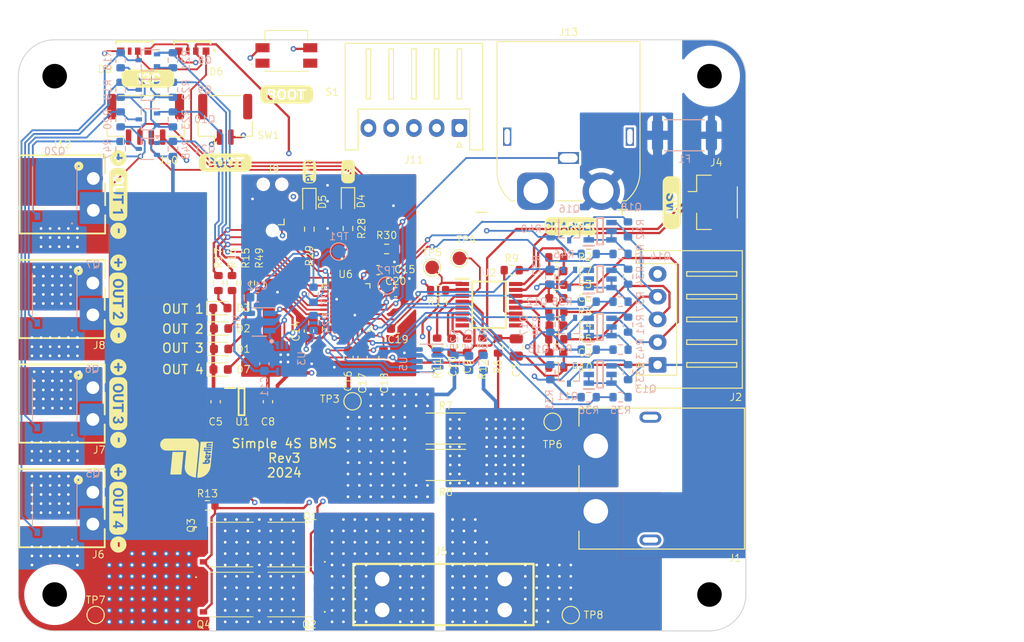
<source format=kicad_pcb>
(kicad_pcb (version 20240108) (generator "pcbnew") (generator_version "8.0")
  (layers (0 "F.Cu" signal) (1 "In1.Cu" signal) (2 "In2.Cu" signal) (31 "B.Cu" signal) (34 "B.Paste" user) (35 "F.Paste" user) (36 "B.SilkS" user "B.Silkscreen") (37 "F.SilkS" user "F.Silkscreen") (38 "B.Mask" user) (39 "F.Mask" user) (44 "Edge.Cuts" user))
  (net 0 "")
  (net 1 "GND")
  (net 2 "/VBAT_FUSED")
  (net 3 "Net-(U2-VC4)")
  (net 4 "Net-(U2-VC3)")
  (net 5 "GND_BAT")
  (net 6 "CELL1")
  (net 7 "CELL2")
  (net 8 "CELL3")
  (net 9 "CTL")
  (net 10 "Net-(U2-VC2)")
  (net 11 "Net-(U2-VC1)")
  (net 12 "Net-(U2-CCT)")
  (net 13 "VSS_S8254")
  (net 14 "Net-(U2-CDT)")
  (net 15 "Net-(U5-IN+)")
  (net 16 "Net-(U5-IN-)")
  (net 17 "Net-(D1-A)")
  (net 18 "Net-(D2-A)")
  (net 19 "Net-(D3-A)")
  (net 20 "Net-(D4-A)")
  (net 21 "Net-(D5-A)")
  (net 22 "+3V3")
  (net 23 "SWDIO")
  (net 24 "NRST")
  (net 25 "SWCLK")
  (net 26 "Net-(J6-Pin_1)")
  (net 27 "Net-(J7-Pin_1)")
  (net 28 "Net-(J8-Pin_1)")
  (net 29 "ENABLE_OUT_1")
  (net 30 "ENABLE_OUT_2")
  (net 31 "ENABLE_OUT_3")
  (net 32 "CELL4")
  (net 35 "Net-(Q1-G)")
  (net 36 "Net-(Q1-D-Pad5)")
  (net 37 "Net-(Q5-G)")
  (net 38 "Net-(Q6-G)")
  (net 39 "Net-(Q10-D)")
  (net 40 "Net-(Q11-D)")
  (net 41 "Net-(Q12-D)")
  (net 42 "LED_USER")
  (net 43 "SCL_INTERN")
  (net 44 "SDA_INTERN")
  (net 45 "Net-(Q13-D-Pad1)")
  (net 46 "SCL_EXTERN")
  (net 47 "SDA_EXTERN")
  (net 48 "MEAS_CELL_1_EN")
  (net 49 "Net-(Q14-D-Pad1)")
  (net 50 "MEAS_CELL_4_EN")
  (net 51 "MEAS_CELL_2_EN")
  (net 52 "Net-(Q15-D)")
  (net 53 "Net-(Q16-D)")
  (net 54 "Net-(Q17-D-Pad1)")
  (net 55 "MEAS_CELL_3_EN")
  (net 56 "Net-(Q18-D-Pad1)")
  (net 57 "Net-(U2-CTL)")
  (net 58 "Net-(U2-SEL)")
  (net 59 "Net-(U2-VINI)")
  (net 60 "ADC_CELL_4")
  (net 61 "ADC_CELL_2")
  (net 62 "ADC_CELL_3")
  (net 63 "ADC_CELL_1")
  (net 64 "Net-(U2-VMP)")
  (net 75 "/CHG")
  (net 76 "/DSG")
  (net 77 "PWM_NEOPIXEL_1")
  (net 78 "V_POWER")
  (net 79 "Net-(D7-A)")
  (net 80 "Net-(J12-Pin_1)")
  (net 81 "Net-(Q20-G)")
  (net 82 "ENABLE_OUT_4")
  (net 83 "Net-(D6-DOUT)")
  (net 86 "Net-(J13-Pin_2)")
  (net 87 "DETECT_CHG")
  (footprint "Resistor_SMD:R_0603_1608Metric" (layer "F.Cu") (at 194.254997 45.329997 180)
    (property "Reference" "R9")
    (property "Value" "1k")
  )
  (footprint "Resistor_SMD:R_0603_1608Metric" (layer "F.Cu") (at 163.5 46.75 -90)
    (property "Reference" "R16")
    (property "Value" "1k")
  )
  (footprint "Package_DFN_QFN:QFN-32-1EP_5x5mm_P0.5mm_EP3.45x3.45mm" (layer "F.Cu") (at 176.054997 49.429997 90)
    (property "Reference" "U6")
    (property "Value" "STM32L432KBUx")
  )
  (footprint "Resistor_SMD:R_0603_1608Metric" (layer "F.Cu") (at 165 46.75 -90)
    (property "Reference" "R15")
    (property "Value" "1k")
  )
  (footprint "Capacitor_SMD:C_0603_1608Metric" (layer "F.Cu") (at 199.154997 45.429997 180)
    (property "Reference" "C7")
    (property "Value" "100n")
  )
  (footprint "descriptors:out4" (layer "F.Cu") (at 151 71.5 -90)
    (property "Reference" "G***" (hide yes))
    (property "Value" "LOGO" (hide yes))
  )
  (footprint "Resistor_SMD:R_0603_1608Metric" (layer "F.Cu") (at 191.054997 53.629997 -90)
    (property "Reference" "R12")
    (property "Value" "0")
  )
  (footprint "Capacitor_SMD:C_0603_1608Metric" (layer "F.Cu") (at 171.954997 52.029997 90)
    (property "Reference" "C14")
    (property "Value" "100n")
  )
  (footprint "LED_SMD:LED_0603_1608Metric" (layer "F.Cu") (at 176.25 37.75 -90)
    (property "Reference" "D4")
    (property "Value" "LED_USER")
  )
  (footprint "Connector_JST:JST_GH_BM04B-GHS-TBT_1x04-1MP_P1.25mm_Vertical" (layer "F.Cu") (at 154 28.75)
    (property "Reference" "J10")
    (property "Value" "I2C")
  )
  (footprint "LED_SMD:LED_0603_1608Metric" (layer "F.Cu") (at 162.25 56.25)
    (property "Reference" "D7")
    (property "Value" "LED_EN_4")
  )
  (footprint "downloaded_parts:RS1E260ATTB1" (layer "F.Cu") (at 163 75.5 -90)
    (property "Reference" "Q3")
    (property "Value" "RS1E260ATTB1" (hide yes))
  )
  (footprint "Connectors_Wuerth_user:691322110002" (layer "F.Cu") (at 148.25 37 -90)
    (property "Reference" "J12")
    (property "Value" "POWER_OUT_4")
  )
  (footprint "Capacitor_SMD:C_0805_2012Metric" (layer "F.Cu") (at 194.754997 53.829997 90)
    (property "Reference" "C3")
    (property "Value" "2u2")
  )
  (footprint "descriptors:boot" (layer "F.Cu") (at 169.5 26)
    (property "Reference" "G***" (hide yes))
    (property "Value" "LOGO" (hide yes))
  )
  (footprint "Connectors_Wuerth_user:691322110002" (layer "F.Cu") (at 148.2 60 -90)
    (property "Reference" "J7")
    (property "Value" "POWER_OUT_2")
  )
  (footprint "Resistor_SMD:R_2512_6332Metric" (layer "F.Cu") (at 187 66.75 180)
    (property "Reference" "R8")
    (property "Value" "0.01")
  )
  (footprint "Capacitor_SMD:C_0603_1608Metric" (layer "F.Cu") (at 180.154997 54.929997 -90)
    (property "Reference" "C18")
    (property "Value" "100n")
  )
  (footprint "Resistor_SMD:R_0603_1608Metric" (layer "F.Cu") (at 162 46.75 -90)
    (property "Reference" "R17")
    (property "Value" "1k")
  )
  (footprint "downloaded_parts:RS1E260ATTB1" (layer "F.Cu") (at 170.25 75.5 90)
    (property "Reference" "Q1")
    (property "Value" "RS1E260ATTB1" (hide yes))
  )
  (footprint "LED_SMD:LED_0603_1608Metric" (layer "F.Cu") (at 172 37.825 -90)
    (property "Reference" "D5")
    (property "Value" "LED_POWER")
  )
  (footprint "downloaded_parts:3557-2" (layer "F.Cu") (at 186.75 81 180)
    (property "Reference" "J5")
    (property "Value" "3557-2" (hide yes))
  )
  (footprint "downloaded_parts:MH_noPad_2.5" (layer "F.Cu") (at 216 81)
    (property "Reference" "H2" (hide yes))
    (property "Value" " ")
  )
  (footprint "TestPoint:TestPoint_Pad_D1.5mm" (layer "F.Cu") (at 185.504997 45.029997)
    (property "Reference" "TP5")
    (property "Value" "TestPoint")
  )
  (footprint "downloaded_parts:MH_noPad_2.5" (layer "F.Cu") (at 216 24)
    (property "Reference" "H4" (hide yes))
    (property "Value" " ")
  )
  (footprint "descriptors:minus" (layer "F.Cu") (at 151 64 90)
    (property "Reference" "G***" (hide yes))
    (property "Value" "LOGO" (hide yes))
  )
  (footprint "LED_SMD:LED_0603_1608Metric" (layer "F.Cu") (at 162.2125 49.5)
    (property "Reference" "D3")
    (property "Value" "LED_EN_1")
  )
  (footprint "Connector:Tag-Connect_TC2030-IDC-NL_2x03_P1.27mm_Vertical" (layer "F.Cu") (at 167.954997 38.429997 90)
    (property "Reference" "J9")
    (property "Value" "TC2030-IDC-NL")
  )
  (footprint "TestPoint:TestPoint_Pad_D1.5mm" (layer "F.Cu") (at 176.75 59.75)
    (property "Reference" "TP3")
    (property "Value" "TestPoint")
  )
  (footprint "Capacitor_SMD:C_0603_1608Metric" (layer "F.Cu") (at 167.45 59.8 90)
    (property "Reference" "C8")
    (property "Value" "470n")
  )
  (footprint "descriptors:charger" (layer "F.Cu") (at 200.75 40.5)
    (property "Reference" "G***" (hide yes))
    (property "Value" "LOGO" (hide yes))
  )
  (footprint "Resistor_SMD:R_0603_1608Metric" (layer "F.Cu") (at 166.5 46.75 -90)
    (property "Reference" "R49")
    (property "Value" "1k")
  )
  (footprint "Capacitor_SMD:C_0603_1608Metric" (layer "F.Cu") (at 199.154997 54.429997 180)
    (property "Reference" "C2")
    (property "Value" "100n")
  )
  (footprint "downloaded_parts:SOT95P280X145-5N" (layer "F.Cu") (at 164.55 59.8)
    (property "Reference" "U1")
    (property "Value" "ST732M33R" (hide yes))
  )
  (footprint "descriptors:boot" (layer "F.Cu") (at 162.75 33.5)
    (property "Reference" "G***" (hide yes))
    (property "Value" "LOGO" (hide yes))
  )
  (footprint "Resistor_SMD:R_0603_1608Metric" (layer "F.Cu") (at 199.154997 43.929997 180)
    (property "Reference" "R2")
    (property "Value" "1k")
  )
  (footprint "downloaded_parts:AMASS_XT60PW-M" (layer "F.Cu") (at 209.5 68.25 -90)
    (property "Reference" "J1")
    (property "Value" "BAT")
  )
  (footprint "Connectors_Wuerth_user:691322110002" (layer "F.Cu") (at 148.2 71.5 -90)
    (property "Reference" "J6")
    (property "Value" "POWER_OUT_1")
  )
  (footprint "Resistor_SMD:R_0603_1608Metric" (layer "F.Cu") (at 172 40.825 90)
    (property "Reference" "R29")
    (property "Value" "1k")
  )
  (footprint "Resistor_SMD:R_0603_1608Metric" (layer "F.Cu") (at 176.25 40.75 90)
    (property "Reference" "R28")
    (property "Value" "1k")
  )
  (footprint "descriptors:pwr_small" (layer "F.Cu") (at 172 34.5 90)
    (property "Reference" "G***" (hide yes))
    (property "Value" "LOGO" (hide yes))
  )
  (footprint "Capacitor_SMD:C_0603_1608Metric" (layer "F.Cu") (at 189.354997 53.629997 -90)
    (property "Reference" "C9")
    (property "Value" "100n")
  )
  (footprint "Resistor_SMD:R_0603_1608Metric" (layer "F.Cu") (at 199.154997 49.929997 180)
    (property "Reference" "R4")
    (property "Value" "1k")
  )
  (footprint "downloaded_parts:SK6812SIDE" (layer "F.Cu") (at 159.135 20.925 180)
    (property "Reference" "D6")
    (property "Value" "SK6812_SIDE" (hide yes))
  )
  (footprint "TestPoint:TestPoint_Pad_D1.5mm" (layer "F.Cu") (at 198.75 62)
    (property "Reference" "TP6")
    (property "Value" "TestPoint")
  )
  (footprint "Resistor_SMD:R_0603_1608Metric" (layer "F.Cu") (at 186.054997 53.629997 -90)
    (property "Reference" "R11")
    (property "Value" "5k1")
  )
  (footprint "descriptors:minus" (layer "F.Cu") (at 151 75.5 90)
    (property "Reference" "G***" (hide yes))
    (property "Value" "LOGO" (hide yes))
  )
  (footprint "descriptors:out3" (layer "F.Cu") (at 151 60 -90)
    (property "Reference" "G***" (hide yes))
    (property "Value" "LOGO" (hide yes))
  )
  (footprint "TestPoint:TestPoint_Pad_D1.5mm" (layer "F.Cu") (at 148.5 83.25)
    (property "Reference" "TP7")
    (property "Value" "TestPoint")
  )
  (footprint "Capacitor_SMD:C_0603_1608Metric" (layer "F.Cu") (at 199.154997 48.429997 180)
    (property "Reference" "C6")
    (property "Value" "100n")
  )
  (footprint "Connector_JST:JST_XH_S5B-XH-A_1x05_P2.50mm_Horizontal" (layer "F.Cu") (at 210.3 55.75 90)
    (property "Reference" "J2")
    (property "Value" "BALANCE")
  )
  (footprint "downloaded_parts:MH_noPad_2.5" (layer "F.Cu") (at 144 81)
    (property "Reference" "H1" (hide yes))
    (property "Value" " ")
  )
  (footprint "descriptors:minus" (layer "F.Cu") (at 151 52.5 90)
    (property "Reference" "G***" (hide yes))
    (property "Value" "LOGO" (hide yes))
  )
  (footprint "Resistor_SMD:R_0603_1608Metric" (layer "F.Cu") (at 199.154997 56.029997 180)
    (property "Reference" "R10")
    (property "Value" "1k")
  )
  (footprint "downloaded_parts:SOP65P640X110-16N" (layer "F.Cu") (at 191.754997 49.129997)
    (property "Reference" "U2")
    (property "Value" "S-8254AAVFT-TB-U" (hide yes))
  )
  (footprint "downloaded_parts:SK6812SIDE" (layer "F.Cu") (at 152.745 20.925 180)
    (property "Reference" "D8")
    (property "Value" "SK6812_SIDE" (hide yes))
  )
  (footprint "Capacitor_SMD:C_0603_1608Metric" (layer "F.Cu") (at 181.75 51.75)
    (property "Reference" "C19")
    (property "Value" "100n")
  )
  (footprint "Connector_JST:JST_GH_BM02B-GHS-TBT_1x02-1MP_P1.25mm_Vertical" (layer "F.Cu") (at 162.75 28.75)
    (property "Reference" "SW1")
    (property "Value" "SW_SPST")
  )
  (footprint "logos:tub_6" (layer "F.Cu") (at 158.5 66)
    (property "Reference" "G***" (hide yes))
    (property "Value" "LOGO" (hide yes))
  )
  (footprint "descriptors:i2c" (layer "F.Cu") (at 154.25 24.25)
    (property "Reference" "G***" (hide yes))
    (property "Value" "LOGO" (hide yes))
  )
  (footprint "descriptors:out1" (layer "F.Cu") (at 151 37 -90)
    (property "Reference" "G***" (hide yes))
    (property "Value" "LOGO" (hide yes))
  )
  (footprint "Resistor_SMD:R_0603_1608Metric" (layer "F.Cu") (at 199.154997 46.929997 180)
    (property "Reference" "R3")
    (property "Value" "1k")
  )
  (footprint "Capacitor_SMD:C_0603_1608Metric" (layer "F.Cu") (at 187.654997 53.629997 -90)
    (property "Reference" "C10")
    (property "Value" "100n")
  )
  (footprint "Connector_JST:JST_GH_BM02B-GHS-TBT_1x02-1MP_P1.25mm_Vertical" (layer "F.Cu") (at 216.45 37.875 -90)
    (property "Reference" "J4")
    (property "Value" "SWITCH")
  )
  (footprint "descriptors:minus" (layer "F.Cu") (at 151 41 90)
    (property "Reference" "G***" (hide yes))
    (property "Value" "LOGO" (hide yes))
  )
  (footprint "Capacitor_SMD:C_0603_1608Metric" (layer "F.Cu") (at 179.554997 45.329997)
    (property "Reference" "C15")
    (property "Value" "100n")
  )
  (footprint "descriptors:plus" (layer "F.Cu") (at 151 33)
    (property "Reference" "G***" (hide yes))
    (property "Value" "LOGO" (hide yes))
  )
  (footprint "descriptors:plus" (layer "F.Cu") (at 151 44.5)
    (property "Reference" "G***" (hide yes))
    (property "Value" "LOGO" (hide yes))
  )
  (footprint "TestPoint:TestPoint_Pad_D1.5mm" (layer "F.Cu") (at 188.504997 44.029997)
    (property "Reference" "TP4")
    (property "Value" "TestPoint")
  )
  (footprint "Capacitor_SMD:C_0603_1608Metric" (layer "F.Cu") (at 177.854997 54.929997 -90)
    (property "Reference" "C17")
    (property "Value" "100n")
  )
  (footprint "downloaded_parts:RS1E260ATTB1" (layer "F.Cu") (at 163 81 -90)
    (property "Reference" "Q4")
    (property "Value" "RS1E260ATTB1" (hide yes))
  )
  (footprint "TestPoint:TestPoint_Pad_D1.5mm" (layer "F.Cu") (at 200.75 83.25)
    (property "Reference" "TP8")
    (property "Value" "TestPoint")
  )
  (footprint "Capacitor_SMD:C_0603_1608Metric" (layer "F.Cu") (at 161.7 59.8 90)
    (property "Reference" "C5")
    (property "Value" "100n")
  )
  (footprint "downloaded_parts:MH_noPad_2.5" (layer "F.Cu") (at 144 24)
    (property "Reference" "H3" (hide yes))
    (property "Value" " ")
  )
  (footprint "Resistor_SMD:R_0603_1608Metric" (layer "F.Cu") (at 186.154997 47.529997 180)
    (property "Reference" "R14")
    (property "Value" "5k1")
  )
  (footprint "descriptors:s_small" (layer "F.Cu") (at 176.25 34.5 90)
    (property "Reference" "G***" (hide yes))
    (property "Value" "LOGO" (hide yes))
  )
  (footprint "Connectors_Wuerth_user:691322110002" (layer "F.Cu") (at 148.2 48.5 -90)
    (property "Reference" "J8")
    (property "Value" "POWER_OUT_3")
  )
  (footprint "descriptors:plus" (layer "F.Cu") (at 151 56)
    (property "Reference" "G***" (hide yes))
    (property "Value" "LOGO" (hide yes))
  )
  (footprint "descriptors:out2" (layer "F.Cu") (at 151 48.5 -90)
    (property "Reference" "G***" (hide yes))
    (property "Value" "LOGO" (hide yes))
  )
  (footprint "LED_SMD:LED_0603_1608Metric" (layer "F.Cu") (at 162.3 51.75)
    (property "Reference" "D2")
    (property "Value" "LED_EN_2")
  )
  (footprint "Capacitor_SMD:C_0603_1608Metric" (layer "F.Cu") (at 199.154997 51.429997 180)
    (property "Reference" "C4")
    (property "Value" "100n")
  )
  (footprint "descriptors:plus" (layer "F.Cu") (at 151 67.5)
    (property "Reference" "G***" (hide yes))
    (property "Value" "LOGO" (hide yes))
  )
  (footprint "Resistor_SMD:R_2512_6332Metric" (layer "F.Cu") (at 187 62.75 180)
    (property "Reference" "R7")
    (property "Value" "0.01")
  )
  (footprint "LED_SMD:LED_0603_1608Metric" (layer "F.Cu") (at 162.3 54)
    (property "Reference" "D1")
    (property "Value" "LED_EN_3")
  )
  (footprint "Capacitor_SMD:C_0603_1608Metric" (layer "F.Cu") (at 176.304997 54.929997 -90)
    (property "Reference" "C16")
    (property "Value" "100n")
  )
  (footprint "Resistor_SMD:R_0603_1608Metric" (layer "F.Cu") (at 199.154997 52.929997 180)
    (property "Reference" "R5")
    (property "Value" "1k")
  )
  (footprint "Capacitor_SMD:C_0603_1608Metric" (layer "F.Cu") (at 181.5 47.75)
    (property "Reference" "C20")
    (property "Value" "100n")
  )
  (footprint "downloaded_parts:AMASS_XT60IPW-M_1x03_P7.20mm_Horizontal" (layer "F.Cu") (at 196.9 36.65)
    (property "Reference" "J13")
    (property "Value" "CHARGER")
  )
  (footprint "Resistor_SMD:R_0603_1608Metric" (layer "F.Cu") (at 192.754997 53.629997 90)
    (property "Reference" "R6")
    (property "Value" "51")
  )
  (footprint "downloaded_parts:EVQPUA02K" (layer "F.Cu") (at 169.475 21.725 180)
    (property "Reference" "S1")
    (property "Value" "BOOT_SWITCH" (hide yes))
  )
  (footprint "Resistor_SMD:R_0603_1608Metric" (layer "F.Cu") (at 180.5 43 180)
    (property "Reference" "R30")
    (property "Value" "10k")
  )
  (footprint "Connector_JST:JST_XH_S5B-XH-A_1x05_P2.50mm_Horizontal" (layer "F.Cu") (at 188.5 29.7 180)
    (property "Reference" "J11")
    (property "Value" "BALANCE_CHG")
  )
  (footprint "Resistor_SMD:R_0603_1608Metric" (layer "F.Cu") (at 160.8 71.2 180)
    (property "Reference" "R13")
    (property "Value" "1M")
  )
  (footprint "descriptors:sw" (layer "F.Cu") (at 211.85 37.9 -90)
    (property "Reference" "G***" (hide yes))
    (property "Value" "LOGO" (hide yes))
  )
  (footprint "downloaded_parts:RS1E260ATTB1" (layer "F.Cu") (at 170.25 81 90)
    (property "Reference" "Q2")
    (property "Value" "RS1E260ATTB1" (hide yes))
  )
  (footprint "Package_TO_SOT_SMD:SOT-323_SC-70" (layer "B.Cu") (at 154.25 32 180)
    (property "Reference" "Q21")
    (property "Value" "BSS138")
  )
  (footprint "Resistor_SMD:R_0603_1608Metric" (layer "B.Cu") (at 207.0375 40.85 -90)
    (property "Reference" "R42")
    (property "Value" "1M")
  )
  (footprint "Package_TO_SOT_SMD:SOT-323_SC-70" (layer "B.Cu") (at 154.25 25.5 180)
    (property "Reference" "Q9")
    (property "Value" "BSS138")
  )
  (footprint "Capacitor_SMD:C_0603_1608Metric" (layer "B.Cu") (at 167.054997 55.629997 90)
    (property "Reference" "C11")
    (property "Value" "100n")
  )
  (footprint "downloaded_parts:RS1E260ATTB1" (layer "B.Cu") (at 144 60 180)
    (property "Reference" "Q6")
    (property "Value" "RS1E260ATTB1" (hide yes))
  )
  (footprint "Resistor_SMD:R_0603_1608Metric" (layer "B.Cu") (at 202.725 54.075)
    (property "Reference" "R44")
    (property "Value" "100k")
  )
  (footprint "downloaded_parts:SOT95P280X100-6N" (layer "B.Cu") (at 203.975 46.3)
    (property "Reference" "Q14")
    (property "Value" "RQ6E030AT" (hide yes))
  )
  (footprint "Resistor_SMD:R_0603_1608Metric" (layer "B.Cu") (at 202.725 59.3)
    (property "Reference" "R36")
    (property "Value" "100k")
  )
  (footprint "downloaded_parts:SOT95P280X100-6N" (layer "B.Cu") (at 203.975 56.8)
    (property "Reference" "Q13")
    (property "Value" "RQ6E030AT" (hide yes))
  )
  (footprint "Package_TO_SOT_SMD:SOT-323_SC-70" (layer "B.Cu") (at 154.25 28.75 180)
    (property "Reference" "Q10")
    (property "Value" "BSS138")
  )
  (footprint "downloaded_parts:RS1E260ATTB1" (layer "B.Cu") (at 144 71.5 180)
    (property "Reference" "Q5")
    (property "Value" "RS1E260ATTB1" (hide yes))
  )
  (footprint "Resistor_SMD:R_0603_1608Metric" (layer "B.Cu") (at 157 25.5 90)
    (property "Reference" "R22")
    (property "Value" "100k")
  )
  (footprint "Resistor_SMD:R_0603_1608Metric" (layer "B.Cu") (at 198.5 51.325 90)
    (property "Reference" "R39")
    (property "Value" "100k")
  )
  (footprint "Resistor_SMD:R_0603_1608Metric" (layer "B.Cu") (at 172.454997 48.029997 -90)
    (property "Reference" "R27")
    (property "Value" "5.1k")
  )
  (footprint "Resistor_SMD:R_0603_1608Metric" (layer "B.Cu") (at 202.725 48.8)
    (property "Reference" "R38")
    (property "Value" "100k")
  )
  (footprint "downloaded_parts:SOT95P280X100-6N" (layer "B.Cu") (at 203.975 41.05)
    (property "Reference" "Q18")
    (property "Value" "RQ6E030AT" (hide yes))
  )
  (footprint "downloaded_parts:SOT95P280X100-6N" (layer "B.Cu") (at 203.975 51.575)
    (property "Reference" "Q17")
    (property "Value" "RQ6E030AT" (hide yes))
  )
  (footprint "downloaded_parts:RS1E260ATTB1" (layer "B.Cu") (at 144 48.5 180)
    (property "Reference" "Q7")
    (property "Value" "RS1E260ATTB1" (hide yes))
  )
  (footprint "Package_TO_SOT_SMD:SOT-323_SC-70" (layer "B.Cu") (at 154.25 22.25 180)
    (property "Reference" "Q8")
    (property "Value" "BSS138")
  )
  (footprint "Resistor_SMD:R_0603_1608Metric" (layer "B.Cu") (at 151.25 25.5 -90)
    (property "Reference" "R19")
    (property "Value" "1M")
  )
  (footprint "Resistor_SMD:R_0603_1608Metric" (layer "B.Cu") (at 157 28.75 90)
    (property "Reference" "R23")
    (property "Value" "100k")
  )
  (footprint "Resistor_SMD:R_0603_1608Metric" (layer "B.Cu") (at 191.154997 55.529997 -90)
    (property "Reference" "R26")
    (property "Value" "10k")
  )
  (footprint "Capacitor_SMD:C_0603_1608Metric" (layer "B.Cu") (at 189.554997 55.529997 -90)
    (property "Reference" "C13")
    (property "Value" "100n")
  )
  (footprint "Resistor_SMD:R_0603_1608Metric" (layer "B.Cu") (at 202.725 43.55)
    (property "Reference" "R46")
    (property "Value" "100k")
  )
  (footprint "Resistor_SMD:R_0603_1608Metric" (layer "B.Cu") (at 198.5 46.05 90)
    (property "Reference" "R32")
    (property "Value" "100k")
  )
  (footprint "Resistor_SMD:R_0603_1608Metric" (layer "B.Cu") (at 157 22.25 90)
    (property "Reference" "R21")
    (property "Value" "100k")
  )
  (footprint "Resistor_SMD:R_0603_1608Metric" (layer "B.Cu") (at 207.05 56.55 -90)
    (property "Reference" "R33")
    (property "Value" "1M")
  )
  (footprint "Resistor_SMD:R_0603_1608Metric" (layer "B.Cu") (at 207.05 46.05 -90)
    (property "Reference" "R34")
    (property "Value" "1M")
  )
  (footprint "Package_TO_SOT_SMD:SOT-323_SC-70" (layer "B.Cu") (at 200.575 41.05 -90)
    (property "Reference" "Q16")
    (property "Value" "BSS138")
  )
  (footprint "TestPoint:TestPoint_Pad_D1.5mm" (layer "B.Cu") (at 175.254997 43.279997 180)
    (property "Reference" "TP1")
    (property "Value" "TestPoint")
  )
  (footprint "Resistor_SMD:R_0603_1608Metric" (layer "B.Cu") (at 206.225 43.55)
    (property "Reference" "R45")
    (property "Value" "1M")
  )
  (footprint "Package_TO_SOT_SMD:SOT-323_SC-70" (layer "B.Cu") (at 200.575 51.575 -90)
    (property "Reference" "Q15")
    (property "Value" "BSS138")
  )
  (footprint "Resistor_SMD:R_0603_1608Metric" (layer "B.Cu") (at 151.25 22.25 -90)
    (property "Reference" "R18")
    (property "Value" "1M")
  )
  (footprint "Package_TO_SOT_SMD:SOT-323_SC-70" (layer "B.Cu") (at 200.575 46.3 -90)
    (property "Reference" "Q12")
    (property "Value" "BSS138")
  )
  (footprint "Resistor_SMD:R_0603_1608Metric" (layer "B.Cu") (at 206.225 54.075)
    (property "Reference" "R43")
    (property "Value" "1M")
  )
  (footprint "downloaded_parts:RS1E260ATTB1" (layer "B.Cu") (at 144 36.75 180)
    (property "Reference" "Q20")
    (property "Value" "RS1E260ATTB1" (hide yes))
  )
  (footprint "Resistor_SMD:R_0603_1608Metric" (layer "B.Cu") (at 207.05 51.325 -90)
    (property "Reference" "R41")
    (property "Value" "1M")
  )
  (footprint "Resistor_SMD:R_0603_1608Metric" (layer "B.Cu") (at 187.954997 55.529997 -90)
    (property "Reference" "R25")
    (property "Value" "10k")
  )
  (footprint "downloaded_parts:SON50P300X200X80-9N" (layer "B.Cu") (at 169.254997 55.029997 -90)
    (property "Reference" "U3")
    (property "Value" "PCT2075TP,147" (hide yes))
  )
  (footprint "Package_TO_SOT_SMD:SOT-323_SC-70" (layer "B.Cu") (at 200.55 56.8 -90)
    (property "Reference" "Q11")
    (property "Value" "BSS138")
  )
  (footprint "Resistor_SMD:R_2512_6332Metric" (layer "B.Cu") (at 213.25 30.5)
    (property "Reference" "F1")
    (property "Value" "4A Fuse (SF-2410FP400W-2)")
  )
  (footprint "Package_TO_SOT_SMD:SOT-23-6" (layer "B.Cu") (at 166.504997 51.029997 180)
    (property "Reference" "U4")
    (property "Value" "SOT-23-6-EEPROM")
  )
  (footprint "Package_TO_SOT_SMD:SOT-23-8" (layer "B.Cu") (at 184.954997 55.029997 180)
    (property "Reference" "U5")
    (property "Value" "INA219BxDCN")
  )
  (footprint "Resistor_SMD:R_0603_1608Metric" (layer "B.Cu") (at 151.25 28.75 -90)
    (property "Reference" "R20")
    (property "Value" "1M")
  )
  (footprint "Resistor_SMD:R_0603_1608Metric" (layer "B.Cu") (at 206.225 48.8)
    (property "Reference" "R37")
    (property "Value" "1M")
  )
  (footprint "Resistor_SMD:R_0603_1608Metric" (layer "B.Cu") (at 198.5375 40.85 90)
    (property "Reference" "R40")
    (property "Value" "100k")
  )
  (footprint "Resistor_SMD:R_0603_1608Metric" (layer "B.Cu") (at 157 32 90)
    (property "Reference" "R48")
    (property "Value" "100k")
  )
  (footprint "Capacitor_SMD:C_0603_1608Metric" (layer "B.Cu") (at 166.284638 48.309638)
    (property "Reference" "C12")
    (property "Value" "100n")
  )
  (footprint "Resistor_SMD:R_0603_1608Metric" (layer "B.Cu") (at 206.225 59.3)
    (property "Reference" "R35")
    (property "Value" "1M")
  )
  (footprint "Resistor_SMD:R_0603_1608Metric" (layer "B.Cu") (at 151.25 32 -90)
    (property "Reference" "R47")
    (property "Value" "1M")
  )
  (footprint "TestPoint:TestPoint_Pad_D1.5mm" (layer "B.Cu") (at 180.504997 47.029997 180)
    (property "Reference" "TP2")
    (property "Value" "TestPoint")
  )
  (footprint "Resistor_SMD:R_0603_1608Metric" (layer "B.Cu") (at 198.5 56.55 90)
    (property "Reference" "R31")
    (property "Value" "100k")
  )
  (footprint "Resistor_SMD:R_0603_1608Metric" (layer "B.Cu") (at 172.454997 51.129997 90)
    (property "Reference" "R24")
    (property "Value" "5.1k")
  )
  (gr_line (start 216 20) (end 144 20) (stroke (width 0.1)) (layer "Edge.Cuts"))
  (gr_line (start 140 24) (end 140 81) (stroke (width 0.1)) (layer "Edge.Cuts"))
  (gr_line (start 144 85) (end 216 85) (stroke (width 0.1)) (layer "Edge.Cuts"))
  (gr_line (start 220 81) (end 220 24) (stroke (width 0.1)) (layer "Edge.Cuts"))
  (gr_arc (start 216 20) (mid 218.828427 21.171573) (end 220 24) (stroke (width 0.1)) (layer "Edge.Cuts"))
  (gr_arc (start 220 81) (mid 218.828427 83.828427) (end 216 85) (stroke (width 0.1)) (layer "Edge.Cuts"))
  (gr_arc (start 144 85) (mid 141.171573 83.828427) (end 140 81) (stroke (width 0.1)) (layer "Edge.Cuts"))
  (gr_arc (start 140 24) (mid 141.171573 21.171573) (end 144 20) (stroke (width 0.1)) (layer "Edge.Cuts"))
  (gr_text "OUT 4" (at 158.1 56.25 0) (layer "F.SilkS") (effects (font (size 1 1))))
  (gr_text "Simple 4S BMS\nRev3\n2024" (at 169.25 66 0) (layer "F.SilkS") (effects (font (size 1 1))))
  (gr_text "OUT 2" (at 158.1 51.8 0) (layer "F.SilkS") (effects (font (size 1 1))))
  (gr_text "OUT 1" (at 158.1 49.6 0) (layer "F.SilkS") (effects (font (size 1 1))))
  (gr_text "OUT 3" (at 158.1 53.9 0) (layer "F.SilkS") (effects (font (size 1 1))))
  (segment (start 157.655 21.9) (end 158.255 22.5) (width 0.2) (layer "F.Cu") (net 1))
  (segment (start 179.530477 46.129517) (end 180.329997 45.329997) (width 0.25) (layer "F.Cu") (net 1))
  (segment (start 172.029997 51.179997) (end 171.954997 51.254997) (width 0.25) (layer "F.Cu") (net 1))
  (segment (start 157.655 21.25) (end 157.655 21.9) (width 0.2) (layer "F.Cu") (net 1))
  (segment (start 155.875 30.7) (end 158.425 33.25) (width 0.25) (layer "F.Cu") (net 1))
  (segment (start 149.75 21.25) (end 149.5 21.5) (width 0.2) (layer "F.Cu") (net 1))
  (segment (start 166.675 59.8) (end 167.45 59.025) (width 0.25) (layer "F.Cu") (net 1))
  (segment (start 173.617497 51.179997) (end 172.029997 51.179997) (width 0.25) (layer "F.Cu") (net 1))
  (segment (start 161.425 56.2125) (end 161.4625 56.25) (width 0.4) (layer "F.Cu") (net 1))
  (segment (start 179.055477 46.129517) (end 179.530477 46.129517) (width 0.25) (layer "F.Cu") (net 1))
  (segment (start 178.492497 47.679997) (end 178.492497 46.692497) (width 0.25) (layer "F.Cu") (net 1))
  (segment (start 158.255 22.5) (end 159.5 22.5) (width 0.2) (layer "F.Cu") (net 1))
  (segment (start 161.425 49.5) (end 161.425 56.2125) (width 0.4) (layer "F.Cu") (net 1))
  (segment (start 176.304997 59.304997) (end 176.75 59.75) (width 0.4) (layer "F.Cu") (net 1))
  (segment (start 164.275978 58.85) (end 165.225978 59.8) (width 0.25) (layer "F.Cu") (net 1))
  (segment (start 163.3 58.85) (end 164.275978 58.85) (width 0.25) (layer "F.Cu") (net 1))
  (segment (start 158.425 33.25) (end 158.5 33.25) (width 0.25) (layer "F.Cu") (net 1))
  (segment (start 161.4625 58.7875) (end 161.7 59.025) (width 0.4) (layer "F.Cu") (net 1))
  (segment (start 163.25 58.9) (end 163.3 58.85) (width 0.25) (layer "F.Cu") (net 1))
  (segment (start 167.45 59.025) (end 167.45 56.7) (width 0.4) (layer "F.Cu") (net 1))
  (segment (start 161.825 58.9) (end 163.25 58.9) (width 0.25) (layer "F.Cu") (net 1))
  (segment (start 191.054997 54.454997) (end 190.009994 55.5) (width 0.25) (layer "F.Cu") (net 1))
  (segment (start 190.009994 55.5) (end 183.25 55.5) (width 0.25) (layer "F.Cu") (net 1))
  (segment (start 178.492497 46.692497) (end 179.055477 46.129517) (width 0.25) (layer "F.Cu") (net 1))
  (segment (start 151.265 21.25) (end 149.75 21.25) (width 0.2) (layer "F.Cu") (net 1))
  (segment (start 161.4625 56.25) (end 161.4625 58.7875) (width 0.4) (layer "F.Cu") (net 1))
  (segment (start 182.525 51.446458) (end 182.525 51.75) (width 0.2) (layer "F.Cu") (net 1))
  (segment (start 176.304997 55.704997) (end 176.304997 59.304997) (width 0.4) (layer "F.Cu") (net 1))
  (segment (start 165.225978 59.8) (end 166.675 59.8) (width 0.25) (layer "F.Cu") (net 1))
  (segment (start 167.45 56.7) (end 167.25 56.5) (width 0.4) (layer "F.Cu") (net 1))
  (segment (start 161.7 59.025) (end 161.825 58.9) (width 0.25) (layer "F.Cu") (net 1))
  (via (at 181.25 61.5) (size 0.6) (drill 0.3) (layers "F.Cu" "B.Cu") (net 1))
  (via (at 182.5 60.25) (size 0.6) (drill 0.3) (layers "F.Cu" "B.Cu") (net 1))
  (via (at 183.75 69) (size 0.6) (drill 0.3) (layers "F.Cu" "B.Cu") (net 1))
  (via (at 177.5 64) (size 0.6) (drill 0.3) (layers "F.Cu" "B.Cu") (net 1))
  (via (at 181.25 38.25) (size 0.6) (drill 0.3) (layers "F.Cu" "B.Cu") (net 1))
  (via (at 178.75 59) (size 0.6) (drill 0.3) (layers "F.Cu" "B.Cu") (net 1))
  (via (at 182.5 62.75) (size 0.6) (drill 0.3) (layers "F.Cu" "B.Cu") (net 1))
  (via (at 181.25 64) (size 0.6) (drill 0.3) (layers "F.Cu" "B.Cu") (net 1))
  (via (at 178.75 60.25) (size 0.6) (drill 0.3) (layers "F.Cu" "B.Cu") (net 1))
  (via (at 169.654997 55.429997) (size 0.6) (drill 0.3) (layers "F.Cu" "B.Cu") (net 1))
  (via (at 181.25 62.75) (size 0.6) (drill 0.3) (layers "F.Cu" "B.Cu") (net 1))
  (via (at 172.254997 55.629997) (size 0.6) (drill 0.3) (layers "F.Cu" "B.Cu") (net 1))
  (via (at 169.654997 54.629997) (size 0.6) (drill 0.3) (layers "F.Cu" "B.Cu") (net 1))
  (via (at 159.5 22.5) (size 0.6) (drill 0.3) (layers "F.Cu" "B.Cu") (net 1))
  (via (at 183.75 59) (size 0.6) (drill 0.3) (layers "F.Cu" "B.Cu") (net 1))
  (via (at 176.25 65.25) (size 0.6) (drill 0.3) (layers "F.Cu" "B.Cu") (net 1))
  (via (at 177.004997 50.279997) (size 0.6) (drill 0.3) (layers "F.Cu" "B.Cu") (net 1))
  (via (at 180 61.5) (size 0.6) (drill 0.3) (layers "F.Cu" "B.Cu") (net 1))
  (via (at 174 36) (size 0.6) (drill 0.3) (layers "F.Cu" "B.Cu") (net 1))
  (via (at 180 65.25) (size 0.6) (drill 0.3) (layers "F.Cu" "B.Cu") (net 1))
  (via (at 176.25 61.5) (size 0.6) (drill 0.3) (layers "F.Cu" "B.Cu") (net 1))
  (via (at 174.75 56) (size 0.6) (drill 0.3) (layers "F.Cu" "B.Cu") (net 1))
  (via (at 177.5 70.25) (size 0.6) (drill 0.3) (layers "F.Cu" "B.Cu") (net 1))
  (via (at 177.5 66.5) (size 0.6) (drill 0.3) (layers "F.Cu" "B.Cu") (net 1))
  (via (at 191.5 41) (size 0.6) (drill 0.3) (layers "F.Cu" "B.Cu") (net 1))
  (via (at 185 59) (size 0.6) (drill 0.3) (layers "F.Cu" "B.Cu") (net 1))
  (via (at 168.5 47.75) (size 0.6) (drill 0.3) (layers "F.Cu" "B.Cu") (net 1))
  (via (at 181.354997 44.429997) (size 0.6) (drill 0.3) (layers "F.Cu" "B.Cu") (net 1))
  (via (at 180 60.25) (size 0.6) (drill 0.3) (layers "F.Cu" "B.Cu") (net 1))
  (via (at 197 47.25) (size 0.6) (drill 0.3) (layers "F.Cu" "B.Cu") (net 1))
  (via (at 196 53.75) (size 0.6) (drill 0.3) (layers "F.Cu" "B.Cu") (net 1))
  (via (at 177.5 69) (size 0.6) (drill 0.3) (layers "F.Cu" "B.Cu") (net 1))
  (via (at 149.5 21.5) (size 0.6) (drill 0.3) (layers "F.Cu" "B.Cu") (net 1))
  (via (at 182.5 65.25) (size 0.6) (drill 0.3) (layers "F.Cu" "B.Cu") (net 1))
  (via (at 177.5 65.25) (size 0.6) (drill 0.3) (layers "F.Cu" "B.Cu") (net 1))
  (via (at 158.5 33.25) (size 0.6) (drill 0.3) (layers "F.Cu" "B.Cu") (net 1))
  (via (at 176.25 69) (size 0.6) (drill 0.3) (layers "F.Cu" "B.Cu") (net 1))
  (via (at 185 69) (size 0.6) (drill 0.3) (layers "F.Cu" "B.Cu") (net 1))
  (via (at 182.5 66.5) (size 0.6) (drill 0.3) (layers "F.Cu" "B.Cu") (net 1))
  (via (at 180 62.75) (size 0.6) (drill 0.3) (layers "F.Cu" "B.Cu") (net 1))
  (via (at 180 69) (size 0.6) (drill 0.3) (layers "F.Cu" "B.Cu") (net 1))
  (via (at 175.004997 48.529997) (size 0.6) (drill 0.3) (layers "F.Cu" "B.Cu") (net 1))
  (via (at 177.5 67.75) (size 0.6) (drill 0.3) (layers "F.Cu" "B.Cu") (net 1))
  (via (at 178.75 70.25) (size 0.6) (drill 0.3) (layers "F.Cu" "B.Cu") (net 1))
  (via (at 182.5 64) (size 0.6) (drill 0.3) (layers "F.Cu" "B.Cu") (net 1))
  (via (at 181.25 70.25) (size 0.6) (drill 0.3) (layers "F.Cu" "B.Cu") (net 1))
  (via (at 183 46.25) (size 0.6) (drill 0.3) (layers "F.Cu" "B.Cu") (net 1))
  (via (at 174 40.75) (size 0.6) (drill 0.3) (layers "F.Cu" "B.Cu") (net 1))
  (via (at 196.75 57) (size 0.6) (drill 0.3) (layers "F.Cu" "B.Cu") (net 1))
  (via (at 178.75 69) (size 0.6) (drill 0.3) (layers "F.Cu" "B.Cu") (net 1))
  (via (at 178.75 61.5) (size 0.6) (drill 0.3) (layers "F.Cu" "B.Cu") (net 1))
  (via (at 180 64) (size 0.6) (drill 0.3) (layers "F.Cu" "B.Cu") (net 1))
  (via (at 178.75 67.75) (size 0.6) (drill 0.3) (layers "F.Cu" "B.Cu") (net 1))
  (via (at 181.25 67.75) (size 0.6) (drill 0.3) (layers "F.Cu" "B.Cu") (net 1))
  (via (at 176.25 62.75) (size 0.6) (drill 0.3) (layers "F.Cu" "B.Cu") (net 1))
  (via (at 174 37.75) (size 0.6) (drill 0.3) (layers "F.Cu" "B.Cu") (net 1))
  (via (at 182.5 70.25) (size 0.6) (drill 0.3) (layers "F.Cu" "B.Cu") (net 1))
  (via (at 181.25 65.25) (size 0.6) (drill 0.3) (layers "F.Cu" "B.Cu") (net 1))
  (via (at 178.75 64) (size 0.6) (drill 0.3) (layers "F.Cu" "B.Cu") (net 1))
  (via (at 176.25 66.5) (size 0.6) (drill 0.3) (layers "F.Cu" "B.Cu") (net 1))
  (via (at 185 60.25) (size 0.6) (drill 0.3) (layers "F.Cu" "B.Cu") (net 1))
  (via (at 181.25 66.5) (size 0.6) (drill 0.3) (layers "F.Cu" "B.Cu") (net 1))
  (via (at 168.854997 55.429997) (size 0.6) (drill 0.3) (layers "F.Cu" "B.Cu") (net 1))
  (via (at 180 59) (size 0.6) (drill 0.3) (layers "F.Cu" "B.Cu") (net 1))
  (via (at 176.25 70.25) (size 0.6) (drill 0.3) (layers "F.Cu" "B.Cu") (net 1))
  (via (at 168.854997 54.629997) (size 0.6) (drill 0.3) (layers "F.Cu" "B.Cu") (net 1))
  (via (at 165.75 37.5) (size 0.6) (drill 0.3) (layers "F.Cu" "B.Cu") (net 1))
  (via (at 180 66.5) (size 0.6) (drill 0.3) (layers "F.Cu" "B.Cu") (net 1))
  (via (at 181.25 59) (size 0.6) (drill 0.3) (layers "F.Cu" "B.Cu") (net 1))
  (via (at 177.5 61.5) (size 0.6) (drill 0.3) (layers "F.Cu" "B.Cu") (net 1))
  (via (at 177.5 62.75) (size 0.6) (drill 0.3) (layers "F.Cu" "B.Cu") (net 1))
  (via (at 181.25 60.25) (size 0.6) (drill 0.3) (layers "F.Cu" "B.Cu") (net 1))
  (via (at 185 70.25) (size 0.6) (drill 0.3) (layers "F.Cu" "B.Cu") (net 1))
  (via (at 182.5 69) (size 0.6) (drill 0.3) (layers "F.Cu" "B.Cu") (net 1))
  (via (at 182.454997 54.429997) (size 0.6) (drill 0.3) (layers "F.Cu" "B.Cu") (net 1))
  (via (at 181.25 69) (size 0.6) (drill 0.3) (layers "F.Cu" "B.Cu") (net 1))
  (via (at 178.75 62.75) (size 0.6) (drill 0.3) (layers "F.Cu" "B.Cu") (net 1))
  (via (at 183.75 60.25) (size 0.6) (drill 0.3) (layers "F.Cu" "B.Cu") (net 1))
  (via (at 180 67.75) (size 0.6) (drill 0.3) (layers "F.Cu" "B.Cu") (net 1))
  (via (at 182.5 61.5) (size 0.6) (drill 0.3) (layers "F.Cu" "B.Cu") (net 1))
  (via (at 182.5 59) (size 0.6) (drill 0.3) (layers "F.Cu" "B.Cu") (net 1))
  (via (at 176.25 64) (size 0.6) (drill 0.3) (layers "F.Cu" "B.Cu") (net 1))
  (via (at 178.75 65.25) (size 0.6) (drill 0.3) (layers "F.Cu" "B.Cu") (net 1))
  (via (at 183.75 70.25) (size 0.6) (drill 0.3) (layers "F.Cu" "B.Cu") (net 1))
  (via (at 182.5 67.75) (size 0.6) (drill 0.3) (layers "F.Cu" "B.Cu") (net 1))
  (via (at 178.75 66.5) (size 0.6) (drill 0.3) (layers "F.Cu" "B.Cu") (net 1))
  (via (at 180 70.25) (size 0.6) (drill 0.3) (layers "F.Cu" "B.Cu") (net 1))
  (via (at 176.25 67.75) (size 0.6) (drill 0.3) (layers "F.Cu" "B.Cu") (net 1))
  (segment (start 187.25 59) (end 185 59) (width 0.4) (layer "B.Cu") (net 1))
  (segment (start 154.6 25.5) (end 155.25 26.15) (width 0.2) (layer "B.Cu") (net 1))
  (segment (start 155.25 26.15) (end 154.6 26.8) (width 0.2) (layer "B.Cu") (net 1))
  (segment (start 185.9875 55.25) (end 185.024999 55.25) (width 0.25) (layer "B.Cu") (net 1))
  (segment (start 201.9 59.3) (end 200.425 59.3) (width 0.25) (layer "B.Cu") (net 1))
  (segment (start 198.5 46.875) (end 199.65 46.875) (width 0.2) (layer "B.Cu") (net 1))
  (segment (start 198.975 41.675) (end 198.5375 41.675) (width 0.25) (layer "B.Cu") (net 1))
  (segment (start 155.425 29.575) (end 155.25 29.4) (width 0.2) (layer "B.Cu") (net 1))
  (segment (start 157 32.825) (end 157 37.75) (width 0.4) (layer "B.Cu") (net 1))
  (segment (start 155.425 26.325) (end 155.25 26.15) (width 0.2) (layer "B.Cu") (net 1))
  (segment (start 198.5 57.375) (end 197.125 57.375) (width 0.2) (layer "B.Cu") (net 1))
  (segment (start 200.425 59.3) (end 198.5 57.375) (width 0.25) (layer "B.Cu") (net 1))
  (segment (start 155.425 23.075) (end 155.25 22.9) (width 0.2) (layer "B.Cu") (net 1))
  (segment (start 199.65 46.875) (end 201.225 45.3) (width 0.2) (layer "B.Cu") (net 1))
  (segment (start 197.125 57.375) (end 196.75 57) (width 0.2) (layer "B.Cu") (net 1))
  (segment (start 199.625 57.375) (end 201.2 55.8) (width 0.2) (layer "B.Cu") (net 1))
  (segment (start 154.6 26.8) (end 154.6 28.75) (width 0.2) (layer "B.Cu") (net 1))
  (segment (start 169.004997 56.479997) (end 170.004997 56.479997) (width 0.25) (layer "B.Cu") (net 1))
  (segment (start 187.954997 58.295003) (end 187.25 59) (width 0.4) (layer "B.Cu") (net 1))
  (segment (start 154.6 28.75) (end 155.25 29.4) (width 0.2) (layer "B.Cu") (net 1))
  (segment (start 198.5 46.875) (end 197.375 46.875) (width 0.2) (layer "B.Cu") (net 1))
  (segment (start 198.5375 41.675) (end 197.175 41.675) (width 0.2) (layer "B.Cu") (net 1))
  (segment (start 157 32.825) (end 155.425 32.825) (width 0.2) (layer "B.Cu") (net 1))
  (segment (start 198.5 52.15) (end 197.6 52.15) (width 0.2) (layer "B.Cu") (net 1))
  (segment (start 197.175 41.675) (end 196.5 41) (width 0.2) (layer "B.Cu") (net 1))
  (segment (start 186.092497 55.354997) (end 185.9875 55.25) (width 0.25) (layer "B.Cu") (net 1))
  (segment (start 157 26.325) (end 155.425 26.325) (width 0.2) (layer "B.Cu") (net 1))
  (segment (start 201.9 54.075) (end 200.425 54.075) (width 0.25) (layer "B.Cu") (net 1))
  (segment (start 200.425 54.075) (end 198.5 52.15) (width 0.25) (layer "B.Cu") (net 1))
  (segment (start 201.9 43.55) (end 200.85 43.55) (width 0.25) (layer "B.Cu") (net 1))
  (segment (start 198.5 57.375) (end 199.625 57.375) (width 0.2) (layer "B.Cu") (net 1))
  (segment (start 199.65 52.15) (end 201.225 50.575) (width 0.2) (layer "B.Cu") (net 1))
  (segment (start 199.6 41.675) (end 201.225 40.05) (width 0.2) (layer "B.Cu") (net 1))
  (segment (start 154.6 32) (end 155.25 32.65) (width 0.2) (layer "B.Cu") (net 1))
  (segment (start 187.954997 56.354997) (end 187.954997 58.295003) (width 0.4) (layer "B.Cu") (net 1))
  (segment (start 196.5 41) (end 196.25 41) (width 0.2) (layer "B.Cu") (net 1))
  (segment (start 198.5375 41.675) (end 199.6 41.675) (width 0.2) (layer "B.Cu") (net 1))
  (segment (start 200.425 48.8) (end 198.5 46.875) (width 0.25) (layer "B.Cu") (net 1))
  (segment (start 154.6 23.55) (end 154.6 25.5) (width 0.2) (layer "B.Cu") (net 1))
  (segment (start 185.024999 55.25) (end 184.479996 54.704997) (width 0.25) (layer "B.Cu") (net 1))
  (segment (start 198.5 52.15) (end 199.65 52.15) (width 0.2) (layer "B.Cu") (net 1))
  (segment (start 201.9 48.8) (end 200.425 48.8) (width 0.25) (layer "B.Cu") (net 1))
  (segment (start 157 29.575) (end 155.425 29.575) (width 0.2) (layer "B.Cu") (net 1))
  (segment (start 157 23.075) (end 155.425 23.075) (width 0.2) (layer "B.Cu") (net 1))
  (segment (start 197.375 46.875) (end 197 47.25) (width 0.2) (layer "B.Cu") (net 1))
  (segment (start 155.25 29.4) (end 154.6 30.05) (width 0.2) (layer "B.Cu") (net 1))
  (segment (start 196.25 41) (end 191.5 41) (width 0.2) (layer "B.Cu") (net 1))
  (segment (start 184.479996 54.704997) (end 183.817497 54.704997) (width 0.25) (layer "B.Cu") (net 1))
  (segment (start 155.425 32.825) (end 155.25 32.65) (width 0.2) (layer "B.Cu") (net 1))
  (segment (start 200.85 43.55) (end 198.975 41.675) (width 0.25) (layer "B.Cu") (net 1))
  (segment (start 197.6 52.15) (end 196 53.75) (width 0.2) (layer "B.Cu") (net 1))
  (segment (start 155.25 22.9) (end 154.6 23.55) (width 0.2) (layer "B.Cu") (net 1))
  (segment (start 154.6 30.05) (end 154.6 32) (width 0.2) (layer "B.Cu") (net 1))
  (segment (start 164.55 30.7) (end 164.75 30.5) (width 0.25) (layer "F.Cu") (net 2))
  (segment (start 165.5 22) (end 166.625 20.875) (width 0.25) (layer "F.Cu") (net 2))
  (segment (start 163.375 30.7) (end 164.55 30.7) (width 0.25) (layer "F.Cu") (net 2))
  (segment (start 166.625 20.875) (end 166.85 20.875) (width 0.25) (layer "F.Cu") (net 2))
  (via (at 179.5 76.5) (size 0.6) (drill 0.3) (layers "F.Cu" "B.Cu") (net 2))
  (via (at 184.5 84) (size 0.6) (drill 0.3) (layers "F.Cu" "B.Cu") (net 2))
  (via (at 182 76.5) (size 0.6) (drill 0.3) (layers "F.Cu" "B.Cu") (net 2))
  (via (at 178.25 82.75) (size 0.6) (drill 0.3) (layers "F.Cu" "B.Cu") (net 2))
  (via (at 178.25 75.25) (size 0.6) (drill 0.3) (layers "F.Cu" "B.Cu") (net 2))
  (via (at 183.25 79) (size 0.6) (drill 0.3) (layers "F.Cu" "B.Cu") (net 2))
  (via (at 178.25 76.5) (size 0.6) (drill 0.3) (layers "F.Cu" "B.Cu") (net 2))
  (via (at 177 76.5) (size 0.6) (drill 0.3) (layers "F.Cu" "B.Cu") (net 2))
  (via (at 178.25 77.75) (size 0.6) (drill 0.3) (layers "F.Cu" "B.Cu") (net 2))
  (via (at 184.5 80.25) (size 0.6) (drill 0.3) (layers "F.Cu" "B.Cu") (net 2))
  (via (at 184.5 79) (size 0.6) (drill 0.3) (layers "F.Cu" "B.Cu") (net 2))
  (via (at 180.75 76.5) (size 0.6) (drill 0.3) (layers "F.Cu" "B.Cu") (net 2))
  (via (at 184.5 75.25) (size 0.6) (drill 0.3) (layers "F.Cu" "B.Cu") (net 2))
  (via (at 183.25 74) (size 0.6) (drill 0.3) (layers "F.Cu" "B.Cu") (net 2))
  (via (at 174.5 80.25) (size 0.6) (drill 0.3) (layers "F.Cu" "B.Cu") (net 2))
  (via (at 175.75 76.5) (size 0.6) (drill 0.3) (layers "F.Cu" "B.Cu") (net 2))
  (via (at 178.25 79) (size 0.6) (drill 0.3) (layers "F.Cu" "B.Cu") (net 2))
  (via (at 182 84) (size 0.6) (drill 0.3) (layers "F.Cu" "B.Cu") (net 2))
  (via (at 174.5 82.75) (size 0.6) (drill 0.3) (layers "F.Cu" "B.Cu") (net 2))
  (via (at 183.25 76.5) (size 0.6) (drill 0.3) (layers "F.Cu" "B.Cu") (net 2))
  (via (at 177 74) (size 0.6) (drill 0.3) (layers "F.Cu" "B.Cu") (net 2))
  (via (at 184.5 76.5) (size 0.6) (drill 0.3) (layers "F.Cu" "B.Cu") (net 2))
  (via (at 178.25 84) (size 0.6) (drill 0.3) (layers "F.Cu" "B.Cu") (net 2))
  (via (at 179.5 74) (size 0.6) (drill 0.3) (layers "F.Cu" "B.Cu") (net 2))
  (via (at 184.5 82.75) (size 0.6) (drill 0.3) (layers "F.Cu" "B.Cu") (net 2))
  (via (at 180.75 72.75) (size 0.6) (drill 0.3) (layers "F.Cu" "B.Cu") (net 2))
  (via (at 177 77.75) (size 0.6) (drill 0.3) (layers "F.Cu" "B.Cu") (net 2))
  (via (at 177 72.75) (size 0.6) (drill 0.3) (layers "F.Cu" "B.Cu") (net 2))
  (via (at 177 82.75) (size 0.6) (drill 0.3) (layers "F.Cu" "B.Cu") (net 2))
  (via (at 184.5 72.75) (size 0.6) (drill 0.3) (layers "F.Cu" "B.Cu") (net 2))
  (via (at 177 80.25) (size 0.6) (drill 0.3) (layers "F.Cu" "B.Cu") (net 2))
  (via (at 183.25 84) (size 0.6) (drill 0.3) (layers "F.Cu" "B.Cu") (net 2))
  (via (at 182 72.75) (size 0.6) (drill 0.3) (layers "F.Cu" "B.Cu") (net 2))
  (via (at 175.75 82.75) (size 0.6) (drill 0.3) (layers "F.Cu" "B.Cu") (net 2))
  (via (at 178.25 81.5) (size 0.6) (drill 0.3) (layers "F.Cu" "B.Cu") (net 2))
  (via (at 178.25 74) (size 0.6) (drill 0.3) (layers "F.Cu" "B.Cu") (net 2))
  (via (at 182 80.25) (size 0.6) (drill 0.3) (layers "F.Cu" "B.Cu") (net 2))
  (via (at 184.5 77.75) (size 0.6) (drill 0.3) (layers "F.Cu" "B.Cu") (net 2))
  (via (at 182 81.5) (size 0.6) (drill 0.3) (layers "F.Cu" "B.Cu") (net 2))
  (via (at 177 81.5) (size 0.6) (drill 0.3) (layers "F.Cu" "B.Cu") (net 2))
  (via (at 177 75.25) (size 0.6) (drill 0.3) (layers "F.Cu" "B.Cu") (net 2))
  (via (at 165.5 22) (size 0.6) (drill 0.3) (layers "F.Cu" "B.Cu") (net 2))
  (via (at 183.25 75.25) (size 0.6) (drill 0.3) (layers "F.Cu" "B.Cu") (net 2))
  (via (at 183.25 80.25) (size 0.6) (drill 0.3) (layers "F.Cu" "B.Cu") (net 2))
  (via (at 178.25 72.75) (size 0.6) (drill 0.3) (layers "F.Cu" "B.Cu") (net 2))
  (via (at 183.25 77.75) (size 0.6) (drill 0.3) (layers "F.Cu" "B.Cu") (net 2))
  (via (at 184.5 81.5) (size 0.6) (drill 0.3) (layers "F.Cu" "B.Cu") (net 2))
  (via (at 175.75 72.75) (size 0.6) (drill 0.3) (layers "F.Cu" "B.Cu") (net 2))
  (via (at 179.5 72.75) (size 0.6) (drill 0.3) (layers "F.Cu" "B.Cu") (net 2))
  (via (at 174.5 84) (size 0.6) (drill 0.3) (layers "F.Cu" "B.Cu") (net 2))
  (via (at 183.25 82.75) (size 0.6) (drill 0.3) (layers "F.Cu" "B.Cu") (net 2))
  (via (at 183.25 72.75) (size 0.6) (drill 0.3) (layers "F.Cu" "B.Cu") (net 2))
  (via (at 179.5 75.25) (size 0.6) (drill 0.3) (layers "F.Cu" "B.Cu") (net 2))
  (via (at 175.75 81.5) (size 0.6) (drill 0.3) (layers "F.Cu" "B.Cu") (net 2))
  (via (at 182 77.75) (size 0.6) (drill 0.3) (layers "F.Cu" "B.Cu") (net 2))
  (via (at 184.5 74) (size 0.6) (drill 0.3) (layers "F.Cu" "B.Cu") (net 2))
  (via (at 174.5 77.75) (size 0.6) (drill 0.3) (layers "F.Cu" "B.Cu") (net 2))
  (via (at 178.25 80.25) (size 0.6) (drill 0.3) (layers "F.Cu" "B.Cu") (net 2))
  (via (at 177 79) (size 0.6) (drill 0.3) (layers "F.Cu" "B.Cu") (net 2))
  (via (at 174.5 75.25) (size 0.6) (drill 0.3) (layers "F.Cu" "B.Cu") (net 2))
  (via (at 183.25 81.5) (size 0.6) (drill 0.3) (layers "F.Cu" "B.Cu") (net 2))
  (via (at 175.75 80.25) (size 0.6) (drill 0.3) (layers "F.Cu" "B.Cu") (net 2))
  (via (at 180.75 75.25) (size 0.6) (drill 0.3) (layers "F.Cu" "B.Cu") (net 2))
  (via (at 182 82.75) (size 0.6) (drill 0.3) (layers "F.Cu" "B.Cu") (net 2))
  (via (at 177 84) (size 0.6) (drill 0.3) (layers "F.Cu" "B.Cu") (net 2))
  (via (at 175.75 84) (size 0.6) (drill 0.3) (layers "F.Cu" "B.Cu") (net 2))
  (via (at 174.5 74) (size 0.6) (drill 0.3) (layers "F.Cu" "B.Cu") (net 2))
  (via (at 175.75 74) (size 0.6) (drill 0.3) (layers "F.Cu" "B.Cu") (net 2))
  (via (at 175.75 75.25) (size 0.6) (drill 0.3) (layers "F.Cu" "B.Cu") (net 2))
  (via (at 182 74) (size 0.6) (drill 0.3) (layers "F.Cu" "B.Cu") (net 2))
  (via (at 164.75 30.5) (size 0.6) (drill 0.3) (layers "F.Cu" "B.Cu") (net 2))
  (via (at 180.75 74) (size 0.6) (drill 0.3) (layers "F.Cu" "B.Cu") (net 2))
  (via (at 182 75.25) (size 0.6) (drill 0.3) (layers "F.Cu" "B.Cu") (net 2))
  (via (at 174.5 79) (size 0.6) (drill 0.3) (layers "F.Cu" "B.Cu") (net 2))
  (via (at 175.75 77.75) (size 0.6) (drill 0.3) (layers "F.Cu" "B.Cu") (net 2))
  (via (at 174.5 76.5) (size 0.6) (drill 0.3) (layers "F.Cu" "B.Cu") (net 2))
  (via (at 174.5 81.5) (size 0.6) (drill 0.3) (layers "F.Cu" "B.Cu") (net 2))
  (via (at 175.75 79) (size 0.6) (drill 0.3) (layers "F.Cu" "B.Cu") (net 2))
  (via (at 182 79) (size 0.6) (drill 0.3) (layers "F.Cu" "B.Cu") (net 2))
  (segment (start 197.254997 50.329997) (end 197.254997 51.854997) (width 0.25) (layer "F.Cu") (net 3))
  (segment (start 194.692997 49.454997) (end 196.379997 49.454997) (width 0.25) (layer "F.Cu") (net 3))
  (segment (start 197.254997 51.854997) (end 198.329997 52.929997) (width 0.25) (layer "F.Cu") (net 3))
  (segment (start 196.379997 49.454997) (end 197.254997 50.329997) (width 0.25) (layer "F.Cu") (net 3))
  (segment (start 198.329997 54.379997) (end 198.379997 54.429997) (width 0.25) (layer "F.Cu") (net 3))
  (segment (start 198.329997 52.929997) (end 198.329997 54.379997) (width 0.25) (layer "F.Cu") (net 3))
  (segment (start 198.329997 51.379997) (end 198.379997 51.429997) (width 0.25) (layer "F.Cu") (net 4))
  (segment (start 198.329997 49.929997) (end 198.329997 51.379997) (width 0.25) (layer "F.Cu") (net 4))
  (segment (start 194.692997 48.804997) (end 197.204997 48.804997) (width 0.25) (layer "F.Cu") (net 4))
  (segment (start 197.204997 48.804997) (end 198.329997 49.929997) (width 0.25) (layer "F.Cu") (net 4))
  (segment (start 192.754997 61.495003) (end 192.5 61.75) (width 0.25) (layer "F.Cu") (net 5))
  (segment (start 192.754997 54.454997) (end 192.754997 61.495003) (width 0.25) (layer "F.Cu") (net 5))
  (segment (start 195.770359 38.031076) (end 195.770359 37.720359) (width 0.2) (layer "F.Cu") (net 5))
  (via (at 194.5 63.75) (size 0.6) (drill 0.3) (layers "F.Cu" "B.Cu") (net 5))
  (via (at 195.5 62.75) (size 0.6) (drill 0.3) (layers "F.Cu" "B.Cu") (net 5))
  (via (at 187.5 61.75) (size 0.6) (drill 0.3) (layers "F.Cu" "B.Cu") (net 5))
  (via (at 191.5 67.75) (size 0.6) (drill 0.3) (layers "F.Cu" "B.Cu") (net 5))
  (via (at 187.5 62.75) (size 0.6) (drill 0.3) (layers "F.Cu" "B.Cu") (net 5))
  (via (at 192.5 67.75) (size 0.6) (drill 0.3) (layers "F.Cu" "B.Cu") (net 5))
  (via (at 195.5 65.75) (size 0.6) (drill 0.3) (layers "F.Cu" "B.Cu") (net 5))
  (via (at 194.5 65.75) (size 0.6) (drill 0.3) (layers "F.Cu" "B.Cu") (net 5))
  (via (at 191.5 66.75) (size 0.6) (drill 0.3) (layers "F.Cu" "B.Cu") (net 5))
  (via (at 191.5 61.75) (size 0.6) (drill 0.3) (layers "F.Cu" "B.Cu") (net 5))
  (via (at 194.5 62.75) (size 0.6) (drill 0.3) (layers "F.Cu" "B.Cu") (net 5))
  (via (at 191.5 63.75) (size 0.6) (drill 0.3) (layers "F.Cu" "B.Cu") (net 5))
  (via (at 193.5 64.75) (size 0.6) (drill 0.3) (layers "F.Cu" "B.Cu") (net 5))
  (via (at 190.5 68.75) (size 0.6) (drill 0.3) (layers "F.Cu" "B.Cu") (net 5))
  (via (at 193.5 66.75) (size 0.6) (drill 0.3) (layers "F.Cu" "B.Cu") (net 5))
  (via (at 192.5 66.75) (size 0.6) (drill 0.3) (layers "F.Cu" "B.Cu") (net 5))
  (via (at 188.5 68.75) (size 0.6) (drill 0.3) (layers "F.Cu" "B.Cu") (net 5))
  (via (at 192.5 62.75) (size 0.6) (drill 0.3) (layers "F.Cu" "B.Cu") (net 5))
  (via (at 188.5 63.75) (size 0.6) (drill 0.3) (layers "F.Cu" "B.Cu") (net 5))
  (via (at 192.5 65.75) (size 0.6) (drill 0.3) (layers "F.Cu" "B.Cu") (net 5))
  (via (at 192.5 61.75) (size 0.6) (drill 0.3) (layers "F.Cu" "B.Cu") (net 5))
  (via (at 188.5 62.75) (size 0.6) (drill 0.3) (layers "F.Cu" "B.Cu") (net 5))
  (via (at 194.5 68.75) (size 0.6) (drill 0.3) (layers "F.Cu" "B.Cu") (net 5))
  (via (at 193.5 63.75) (size 0.6) (drill 0.3) (layers "F.Cu" "B.Cu") (net 5))
  (via (at 194.5 64.75) (size 0.6) (drill 0.3) (layers "F.Cu" "B.Cu") (net 5))
  (via (at 191.5 64.75) (size 0.6) (drill 0.3) (layers "F.Cu" "B.Cu") (net 5))
  (via (at 187.5 68.75) (size 0.6) (drill 0.3) (layers "F.Cu" "B.Cu") (net 5))
  (via (at 192.5 64.75) (size 0.6) (drill 0.3) (layers "F.Cu" "B.Cu") (net 5))
  (via (at 195.5 63.75) (size 0.6) (drill 0.3) (layers "F.Cu" "B.Cu") (net 5))
  (via (at 187.5 67.75) (size 0.6) (drill 0.3) (layers "F.Cu" "B.Cu") (net 5))
  (via (at 191.5 62.75) (size 0.6) (drill 0.3) (layers "F.Cu" "B.Cu") (net 5))
  (via (at 193.5 67.75) (size 0.6) (drill 0.3) (layers "F.Cu" "B.Cu") (net 5))
  (via (at 188.5 61.75) (size 0.6) (drill 0.3) (layers "F.Cu" "B.Cu") (net 5))
  (via (at 187.5 64.75) (size 0.6) (drill 0.3) (layers "F.Cu" "B.Cu") (net 5))
  (via (at 194.5 66.75) (size 0.6) (drill 0.3) (layers "F.Cu" "B.Cu") (net 5))
  (via (at 195.5 67.75) (size 0.6) (drill 0.3) (layers "F.Cu" "B.Cu") (net 5))
  (via (at 193.5 61.75) (size 0.6) (drill 0.3) (layers "F.Cu" "B.Cu") (net 5))
  (via (at 188.5 67.75) (size 0.6) (drill 0.3) (layers "F.Cu" "B.Cu") (net 5))
  (via (at 194.5 61.75) (size 0.6) (drill 0.3) (layers "F.Cu" "B.Cu") (net 5))
  (via (at 193.5 65.75) (size 0.6) (drill 0.3) (layers "F.Cu" "B.Cu") (net 5))
  (via (at 195.5 64.75) (size 0.6) (drill 0.3) (layers "F.Cu" "B.Cu") (net 5))
  (via (at 195.5 66.75) (size 0.6) (drill 0.3) (layers "F.Cu" "B.Cu") (net 5))
  (via (at 188.5 66.75) (size 0.6) (drill 0.3) (layers "F.Cu" "B.Cu") (net 5))
  (via (at 193.5 62.75) (size 0.6) (drill 0.3) (layers "F.Cu" "B.Cu") (net 5))
  (via (at 187.5 65.75) (size 0.6) (drill 0.3) (layers "F.Cu" "B.Cu") (net 5))
  (via (at 192.5 63.75) (size 0.6) (drill 0.3) (layers "F.Cu" "B.Cu") (net 5))
  (via (at 191.5 65.75) (size 0.6) (drill 0.3) (layers "F.Cu" "B.Cu") (net 5))
  (via (at 188.5 65.75) (size 0.6) (drill 0.3) (layers "F.Cu" "B.Cu") (net 5))
  (via (at 195.5 61.75) (size 0.6) (drill 0.3) (layers "F.Cu" "B.Cu") (net 5))
  (via (at 189.5 68.75) (size 0.6) (drill 0.3) (layers "F.Cu" "B.Cu") (net 5))
  (via (at 193.5 68.75) (size 0.6) (drill 0.3) (layers "F.Cu" "B.Cu") (net 5))
  (via (at 194.5 67.75) (size 0.6) (drill 0.3) (layers "F.Cu" "B.Cu") (net 5))
  (via (at 191.5 68.75) (size 0.6) (drill 0.3) (layers "F.Cu" "B.Cu") (net 5))
  (via (at 188.5 64.75) (size 0.6) (drill 0.3) (layers "F.Cu" "B.Cu") (net 5))
  (via (at 195.5 68.75) (size 0.6) (drill 0.3) (layers "F.Cu" "B.Cu") (net 5))
  (via (at 192.5 68.75) (size 0.6) (drill 0.3) (layers "F.Cu" "B.Cu") (net 5))
  (via (at 187.5 63.75) (size 0.6) (drill 0.3) (layers "F.Cu" "B.Cu") (net 5))
  (via (at 187.5 66.75) (size 0.6) (drill 0.3) (layers "F.Cu" "B.Cu") (net 5))
  (segment (start 191.154997 56.354997) (end 191.154997 58.404997) (width 0.4) (layer "B.Cu") (net 5))
  (segment (start 191.154997 58.404997) (end 192.5 59.75) (width 0.4) (layer "B.Cu") (net 5))
  (segment (start 192.5 59.75) (end 192.5 61.75) (width 0.4) (layer "B.Cu") (net 5))
  (segment (start 203.820003 52.929997) (end 199.979997 52.929997) (width 0.25) (layer "F.Cu") (net 6))
  (segment (start 210.3 48.25) (end 208.5 48.25) (width 0.25) (layer "F.Cu") (net 6))
  (segment (start 208.5 48.25) (end 203.820003 52.929997) (width 0.25) (layer "F.Cu") (net 6))
  (segment (start 210.3 48.25) (end 208.5 46.45) (width 0.2) (layer "B.Cu") (net 6))
  (segment (start 208.5 46.45) (end 208.5 43.1375) (width 0.2) (layer "B.Cu") (net 6))
  (segment (start 208.5 43.1375) (end 207.0375 41.675) (width 0.2) (layer "B.Cu") (net 6))
  (segment (start 205.75 40.1) (end 207.0375 41.3875) (width 0.2) (layer "B.Cu") (net 6))
  (segment (start 205.225 40.1) (end 205.75 40.1) (width 0.2) (layer "B.Cu") (net 6))
  (segment (start 207.0375 41.3875) (end 207.0375 41.675) (width 0.2) (layer "B.Cu") (net 6))
  (segment (start 210.3 50.75) (end 211.6 49.45) (width 0.25) (layer "F.Cu") (net 7))
  (segment (start 210.911701 47.075) (end 206.675 47.075) (width 0.25) (layer "F.Cu") (net 7))
  (segment (start 203.820003 49.929997) (end 199.979997 49.929997) (width 0.25) (layer "F.Cu") (net 7))
  (segment (start 199.979997 49.929997) (end 200.129997 49.779997) (width 0.25) (layer "F.Cu") (net 7))
  (segment (start 211.6 47.763299) (end 210.911701 47.075) (width 0.25) (layer "F.Cu") (net 7))
  (segment (start 211.6 49.45) (end 211.6 47.763299) (width 0.25) (layer "F.Cu") (net 7))
  (segment (start 206.675 47.075) (end 203.820003 49.929997) (width 0.25) (layer "F.Cu") (net 7))
  (segment (start 207.05 47.5) (end 207.05 46.875) (width 0.2) (layer "B.Cu") (net 7))
  (segment (start 205.225 45.35) (end 205.7 45.35) (width 0.2) (layer "B.Cu") (net 7))
  (segment (start 205.7 45.35) (end 207.05 46.7) (width 0.2) (layer "B.Cu") (net 7))
  (segment (start 207.05 46.7) (end 207.05 46.875) (width 0.2) (layer "B.Cu") (net 7))
  (segment (start 210.3 50.75) (end 207.05 47.5) (width 0.2) (layer "B.Cu") (net 7))
  (segment (start 210.3 53.25) (end 212.5 51.05) (width 0.25) (layer "F.Cu") (net 8))
  (segment (start 206.5 44) (end 203.570003 46.929997) (width 0.25) (layer "F.Cu") (net 8))
  (segment (start 212.5 44.75) (end 211.75 44) (width 0.25) (layer "F.Cu") (net 8))
  (segment (start 212.5 51.05) (end 212.5 44.75) (width 0.25) (layer "F.Cu") (net 8))
  (segment (start 203.570003 46.929997) (end 199.979997 46.929997) (width 0.25) (layer "F.Cu") (net 8))
  (segment (start 211.75 44) (end 206.5 44) (width 0.25) (layer "F.Cu") (net 8))
  (segment (start 207.05 51.75) (end 205.925 50.625) (width 0.2) (layer "B.Cu") (net 8))
  (segment (start 210.3 53.25) (end 208.15 53.25) (width 0.2) (layer "B.Cu") (net 8))
  (segment (start 208.15 53.25) (end 207.05 52.15) (width 0.2) (layer "B.Cu") (net 8))
  (segment (start 207.05 52.15) (end 207.05 51.75) (width 0.2) (layer "B.Cu") (net 8))
  (segment (start 205.925 50.625) (end 205.225 50.625) (width 0.2) (layer "B.Cu") (net 8))
  (segment (start 196.705477 43.309638) (end 196.705477 44.629997) (width 0.25) (layer "F.Cu") (net 9))
  (segment (start 196.005477 45.329997) (end 195.079997 45.329997) (width 0.25) (layer "F.Cu") (net 9))
  (segment (start 196.705477 42.638799) (end 198.094276 41.25) (width 0.25) (layer "F.Cu") (net 9))
  (segment (start 213.25 38.5) (end 214.5 38.5) (width 0.25) (layer "F.Cu") (net 9))
  (segment (start 210.5 41.25) (end 213.25 38.5) (width 0.25) (layer "F.Cu") (net 9))
  (segment (start 196.705477 42.638799) (end 196.705477 43.309638) (width 0.25) (layer "F.Cu") (net 9))
  (segment (start 196.705477 44.629997) (end 196.005477 45.329997) (width 0.25) (layer "F.Cu") (net 9))
  (segment (start 198.094276 41.25) (end 210.5 41.25) (width 0.25) (layer "F.Cu") (net 9))
  (segment (start 198.329997 46.929997) (end 198.329997 48.379997) (width 0.25) (layer "F.Cu") (net 10))
  (segment (start 194.692997 48.154997) (end 197.104997 48.154997) (width 0.25) (layer "F.Cu") (net 10))
  (segment (start 198.329997 48.379997) (end 198.379997 48.429997) (width 0.25) (layer "F.Cu") (net 10))
  (segment (start 197.104997 48.154997) (end 198.329997 46.929997) (width 0.25) (layer "F.Cu") (net 10))
  (segment (start 198.379997 45.429997) (end 198.379997 43.979997) (width 0.25) (layer "F.Cu") (net 11))
  (segment (start 198.379997 43.979997) (end 198.329997 43.929997) (width 0.25) (layer "F.Cu") (net 11))
  (segment (start 195.779997 47.504997) (end 197.854997 45.429997) (width 0.25) (layer "F.Cu") (net 11))
  (segment (start 197.854997 45.429997) (end 198.379997 45.429997) (width 0.25) (layer "F.Cu") (net 11))
  (segment (start 194.692997 47.504997) (end 195.779997 47.504997) (width 0.25) (layer "F.Cu") (net 11))
  (segment (start 187.754986 50.205486) (end 187.855475 50.104997) (width 0.25) (layer "F.Cu") (net 12))
  (segment (start 188.580477 52.080477) (end 187.880955 52.080477) (width 0.25) (layer "F.Cu") (net 12))
  (segment (start 187.855475 50.104997) (end 188.816997 50.104997) (width 0.25) (layer "F.Cu") (net 12))
  (segment (start 187.754986 51.954508) (end 187.754986 50.205486) (width 0.25) (layer "F.Cu") (net 12))
  (segment (start 187.880955 52.080477) (end 187.754986 51.954508) (width 0.25) (layer "F.Cu") (net 12))
  (segment (start 189.354997 52.854997) (end 188.580477 52.080477) (width 0.25) (layer "F.Cu") (net 12))
  (segment (start 191.554997 51.604997) (end 192.754997 52.804997) (width 0.25) (layer "F.Cu") (net 13))
  (segment (start 194.679997 52.804997) (end 194.754997 52.879997) (width 0.25) (layer "F.Cu") (net 13))
  (segment (start 192.754997 52.804997) (end 194.679997 52.804997) (width 0.25) (layer "F.Cu") (net 13))
  (segment (start 214.5 37.25) (end 213.863604 37.25) (width 0.25) (layer "F.Cu") (net 13))
  (segment (start 210.313604 40.8) (end 194.754997 40.8) (width 0.25) (layer "F.Cu") (net 13))
  (segment (start 213.863604 37.25) (end 210.313604 40.8) (width 0.25) (layer "F.Cu") (net 13))
  (segment (start 189.354997 54.404997) (end 190.129997 53.629997) (width 0.25) (layer "F.Cu") (net 13))
  (segment (start 190.129997 53.629997) (end 191.929997 53.629997) (width 0.25) (layer "F.Cu") (net 13))
  (segment (start 190.154517 51.105017) (end 190.154517 53.605477) (width 0.25) (layer "F.Cu") (net 13))
  (segment (start 187.654997 54.404997) (end 189.354997 54.404997) (width 0.25) (layer "F.Cu") (net 13))
  (segment (start 191.554997 44) (end 191.554997 51.604997) (width 0.25) (layer "F.Cu") (net 13))
  (segment (start 188.816997 50.754997) (end 189.804497 50.754997) (width 0.25) (layer "F.Cu") (net 13))
  (segment (start 189.804497 50.754997) (end 190.154517 51.105017) (width 0.25) (layer "F.Cu") (net 13))
  (segment (start 191.929997 53.629997) (end 192.754997 52.804997) (width 0.25) (layer "F.Cu") (net 13))
  (segment (start 190.154517 53.605477) (end 189.354997 54.404997) (width 0.25) (layer "F.Cu") (net 13))
  (segment (start 194.754997 40.8) (end 191.554997 44) (width 0.25) (layer "F.Cu") (net 13))
  (segment (start 187.654997 52.854997) (end 187.254997 52.454997) (width 0.25) (layer "F.Cu") (net 14))
  (segment (start 187.254997 50.055475) (end 187.855475 49.454997) (width 0.25) (layer "F.Cu") (net 14))
  (segment (start 187.254997 52.454997) (end 187.254997 50.055475) (width 0.25) (layer "F.Cu") (net 14))
  (segment (start 187.855475 49.454997) (end 188.816997 49.454997) (width 0.25) (layer "F.Cu") (net 14))
  (segment (start 186.092497 54.054997) (end 187.304997 54.054997) (width 0.2) (layer "B.Cu") (net 15))
  (segment (start 187.954997 54.704997) (end 189.504997 54.704997) (width 0.2) (layer "B.Cu") (net 15))
  (segment (start 187.304997 54.054997) (end 187.954997 54.704997) (width 0.2) (layer "B.Cu") (net 15))
  (segment (start 189.504997 54.704997) (end 189.554997 54.754997) (width 0.2) (layer "B.Cu") (net 15))
  (segment (start 186.77357 54.704997) (end 187.72405 55.655477) (width 0.2) (layer "B.Cu") (net 16))
  (segment (start 189.554997 56.304997) (end 191.154997 54.704997) (width 0.2) (layer "B.Cu") (net 16))
  (segment (start 186.092497 54.704997) (end 186.77357 54.704997) (width 0.2) (layer "B.Cu") (net 16))
  (segment (start 187.72405 55.655477) (end 188.905477 55.655477) (width 0.2) (layer "B.Cu") (net 16))
  (segment (start 188.905477 55.655477) (end 189.554997 56.304997) (width 0.2) (layer "B.Cu") (net 16))
  (segment (start 165 47.575) (end 165 52.0875) (width 0.25) (layer "F.Cu") (net 17))
  (segment (start 165 52.0875) (end 163.0875 54) (width 0.25) (layer "F.Cu") (net 17))
  (segment (start 163.5 47.575) (end 163.7625 47.8375) (width 0.25) (layer "F.Cu") (net 18))
  (segment (start 163.7625 51.075) (end 163.0875 51.75) (width 0.25) (layer "F.Cu") (net 18))
  (segment (start 163.7625 47.8375) (end 163.7625 51.075) (width 0.25) (layer "F.Cu") (net 18))
  (segment (start 162 47.575) (end 162 48.5) (width 0.25) (layer "F.Cu") (net 19))
  (segment (start 162 48.5) (end 163 49.5) (width 0.25) (layer "F.Cu") (net 19))
  (segment (start 176.25 38.5375) (end 176.25 39.925) (width 0.25) (layer "F.Cu") (net 20))
  (segment (start 172 38.6125) (end 172 40) (width 0.25) (layer "F.Cu") (net 21))
  (segment (start 168.5 58) (end 169.870003 56.629997) (width 0.4) (layer "F.Cu") (net 22))
  (segment (start 178.779997 43.895003) (end 179.675 43) (width 0.2) (layer "F.Cu") (net 22))
  (segment (start 169.870003 56.629997) (end 172.254997 56.629997) (width 0.4) (layer "F.Cu") (net 22))
  (segment (start 161.75 20.5) (end 166.5 25.25) (width 0.25) (layer "F.Cu") (net 22))
  (segment (start 174.054997 54.229997) (end 174.129997 54.154997) (width 0.2) (layer "F.Cu") (net 22))
  (segment (start 176.304997 51.867497) (end 176.304997 54.154997) (width 0.25) (layer "F.Cu") (net 22))
  (segment (start 178.779997 45.329997) (end 178.481021 45.329997) (width 0.25) (layer "F.Cu") (net 22))
  (segment (start 168.5 59.525) (end 168.5 58) (width 0.4) (layer "F.Cu") (net 22))
  (segment (start 172 42.775) (end 172.754997 43.529997) (width 0.2) (layer "F.Cu") (net 22))
  (segment (start 159.515 21.515) (end 160.125 22.125) (width 0.2) (layer "F.Cu") (net 22))
  (segment (start 169.055497 41.529997) (end 168.983696 41.458196) (width 0.2) (layer "F.Cu") (net 22))
  (segment (start 159.515 20.6) (end 159.615 20.5) (width 0.25) (layer "F.Cu") (net 22))
  (segment (start 178.779997 45.329997) (end 178.779997 43.895003) (width 0.2) (layer "F.Cu") (net 22))
  (segment (start 169.75 28.5) (end 169.75 32.5) (width 0.25) (layer "F.Cu") (net 22))
  (segment (start 160.125 22.125) (end 160.125 22.758884) (width 0.2) (layer "F.Cu") (net 22))
  (segment (start 173.367497 52.804997) (end 174.304997 51.867497) (width 0.25) (layer "F.Cu") (net 22))
  (segment (start 154.475 23.25) (end 153.125 21.9) (width 0.2) (layer "F.Cu") (net 22))
  (segment (start 160.125 22.758884) (end 159.633884 23.25) (width 0.2) (layer "F.Cu") (net 22))
  (segment (start 177.804997 46.992497) (end 177.804997 46.006021) (width 0.25) (layer "F.Cu") (net 22))
  (segment (start 168.983696 41.458196) (end 168.983696 40.093696) (width 0.2) (layer "F.Cu") (net 22))
  (segment (start 167.45 60.575) (end 168.5 59.525) (width 0.4) (layer "F.Cu") (net 22))
  (segment (start 153.125 21.9) (end 153.125 21.25) (width 0.2) (layer "F.Cu") (net 22))
  (segment (start 174.129997 54.154997) (end 176.304997 54.154997) (width 0.2) (layer "F.Cu") (net 22))
  (segment (start 171.654997 54.029997) (end 171.654997 53.104997) (width 0.2) (layer "F.Cu") (net 22))
  (segment (start 178.481021 45.329997) (end 177.966826 45.844192) (width 0.25) (layer "F.Cu") (net 22))
  (segment (start 177.804997 46.006021) (end 177.966826 45.844192) (width 0.25) (layer "F.Cu") (net 22))
  (segment (start 165.8 60.75) (end 167.275 60.75) (width 0.25) (layer "F.Cu") (net 22))
  (segment (start 166.5 25.25) (end 169.75 28.5) (width 0.25) (layer "F.Cu") (net 22))
  (segment (start 171.954997 52.804997) (end 173.367497 52.804997) (width 0.25) (layer "F.Cu") (net 22))
  (segment (start 168.983696 40.093696) (end 168.589997 39.699997) (width 0.2) (layer "F.Cu") (net 22))
  (segment (start 167.275 60.75) (end 167.45 60.575) (width 0.25) (layer "F.Cu") (net 22))
  (segment (start 159.615 20.5) (end 161.75 20.5) (width 0.25) (layer "F.Cu") (net 22))
  (segment (start 159.515 21.25) (end 159.515 20.6) (width 0.25) (layer "F.Cu") (net 22))
  (segment (start 171.654997 53.104997) (end 171.954997 52.804997) (width 0.2) (layer "F.Cu") (net 22))
  (segment (start 159.633884 23.25) (end 154.475 23.25) (width 0.2) (layer "F.Cu") (net 22))
  (segment (start 163.3 60.75) (end 165.8 60.75) (width 0.25) (layer "F.Cu") (net 22))
  (segment (start 159.515 21.25) (end 159.515 21.515) (width 0.2) (layer "F.Cu") (net 22))
  (segment (start 172 41.65) (end 172 42.775) (width 0.2) (layer "F.Cu") (net 22))
  (via (at 171.654997 54.029997) (size 0.6) (drill 0.3) (layers "F.Cu" "B.Cu") (net 22))
  (via (at 169.75 32.5) (size 0.6) (drill 0.3) (layers "F.Cu" "B.Cu") (net 22))
  (via (at 170.25 37.25) (size 0.6) (drill 0.3) (layers "F.Cu" "B.Cu") (net 22))
  (via (at 174.054997 54.229997) (size 0.6) (drill 0.3) (layers "F.Cu" "B.Cu") (net 22))
  (via (at 172.754997 43.529997) (size 0.6) (drill 0.3) (layers "F.Cu" "B.Cu") (net 22))
  (via (at 169.055497 41.529997) (size 0.6) (drill 0.3) (layers "F.Cu" "B.Cu") (net 22))
  (via (at 177.966826 45.844192) (size 0.6) (drill 0.3) (layers "F.Cu" "B.Cu") (net 22))
  (via (at 172.254997 56.629997) (size 0.6) (drill 0.3) (layers "F.Cu" "B.Cu") (net 22))
  (segment (start 179.854997 55.729997) (end 180.679517 56.554517) (width 0.2) (layer "B.Cu") (net 22))
  (segment (start 171.654997 54.029997) (end 171.654997 53.629997) (width 0.2) (layer "B.Cu") (net 22))
  (segment (start 164.670003 50.079997) (end 165.367497 50.079997) (width 0.25) (layer "B.Cu") (net 22))
  (segment (start 165.509638 49.937856) (end 165.367497 50.079997) (width 0.25) (layer "B.Cu") (net 22))
  (segment (start 171.654997 53.629997) (end 172.454997 52.829997) (width 0.2) (layer "B.Cu") (net 22))
  (segment (start 185.542977 56.554517) (end 186.092497 56.004997) (width 0.2) (layer "B.Cu") (net 22))
  (segment (start 168.504997 56.479997) (end 167.129997 56.479997) (width 0.25) (layer "B.Cu") (net 22))
  (segment (start 165.904997 56.404997) (end 163.75 54.25) (width 0.25) (layer "B.Cu") (net 22))
  (segment (start 172.754997 43.529997) (end 170.229997 43.529997) (width 0.2) (layer "B.Cu") (net 22))
  (segment (start 172.754997 43.529997) (end 172.454997 43.829997) (width 0.2) (layer "B.Cu") (net 22))
  (segment (start 175.554997 55.729997) (end 179.854997 55.729997) (width 0.2) (layer "B.Cu") (net 22))
  (segment (start 172.454997 52.829997) (end 172.454997 51.954997) (width 0.2) (layer "B.Cu") (net 22))
  (segment (start 163.75 54.25) (end 163.75 51) (width 0.25) (layer "B.Cu") (net 22))
  (segment (start 165.509638 48.309638) (end 165.509638 49.937856) (width 0.25) (layer "B.Cu") (net 22))
  (segment (start 180.679517 56.554517) (end 185.542977 56.554517) (width 0.2) (layer "B.Cu") (net 22))
  (segment (start 170.229997 43.529997) (end 165.229997 48.529997) (width 0.2) (layer "B.Cu") (net 22))
  (segment (start 167.054997 56.404997) (end 165.904997 56.404997) (width 0.25) (layer "B.Cu") (net 22))
  (segment (start 174.054997 54.229997) (end 175.554997 55.729997) (width 0.2) (layer "B.Cu") (net 22))
  (segment (start 163.75 51) (end 164.670003 50.079997) (width 0.25) (layer "B.Cu") (net 22))
  (segment (start 172.454997 43.829997) (end 172.454997 47.204997) (width 0.2) (layer "B.Cu") (net 22))
  (segment (start 167.034638 41.559638) (end 167.034638 39.985356) (width 0.2) (layer "F.Cu") (net 23))
  (segment (start 167.034638 39.985356) (end 167.319997 39.699997) (width 0.2) (layer "F.Cu") (net 23))
  (segment (start 174.804997 46.492136) (end 174.804997 46.992497) (width 0.2) (layer "F.Cu") (net 23))
  (segment (start 171.642977 46.167977) (end 174.480838 46.167977) (width 0.2) (layer "F.Cu") (net 23))
  (segment (start 174.480838 46.167977) (end 174.804997 46.492136) (width 0.2) (layer "F.Cu") (net 23))
  (segment (start 167.034638 41.559638) (end 171.642977 46.167977) (width 0.2) (layer "F.Cu") (net 23))
  (segment (start 169.654997 42.179997) (end 169.654997 39.494997) (width 0.2) (layer "F.Cu") (net 24))
  (segment (start 173.754997 45.429997) (end 172.904997 45.429997) (width 0.2) (layer "F.Cu") (net 24))
  (segment (start 175.804997 52.31697) (end 175.804997 51.867497) (width 0.2) (layer "F.Cu") (net 24))
  (segment (start 174.754997 52.804497) (end 175.31747 52.804497) (width 0.2) (layer "F.Cu") (net 24))
  (segment (start 175.31747 52.804497) (end 175.804997 52.31697) (width 0.2) (layer "F.Cu") (net 24))
  (segment (start 169.654997 39.494997) (end 168.589997 38.429997) (width 0.2) (layer "F.Cu") (net 24))
  (segment (start 172.904997 45.429997) (end 169.654997 42.179997) (width 0.2) (layer "F.Cu") (net 24))
  (via (at 173.754997 45.429997) (size 0.6) (drill 0.3) (layers "F.Cu" "B.Cu") (net 24))
  (via (at 174.754997 52.804497) (size 0.6) (drill 0.3) (layers "F.Cu" "B.Cu") (net 24))
  (segment (start 173.754997 45.429997) (end 174.054997 45.729997) (width 0.2) (layer "B.Cu") (net 24))
  (segment (start 174.054997 52.104497) (end 174.754997 52.804497) (width 0.2) (layer "B.Cu") (net 24))
  (segment (start 174.054997 45.729997) (end 174.054997 52.104497) (width 0.2) (layer "B.Cu") (net 24))
  (segment (start 174.304997 46.992497) (end 174.267497 47.029997) (width 0.2) (layer "F.Cu") (net 25))
  (segment (start 166.504997 41.595003) (end 166.504997 39.244997) (width 0.2) (layer "F.Cu") (net 25))
  (segment (start 171.939991 47.029997) (end 166.504997 41.595003) (width 0.2) (layer "F.Cu") (net 25))
  (segment (start 166.504997 39.244997) (end 167.319997 38.429997) (width 0.2) (layer "F.Cu") (net 25))
  (segment (start 174.267497 47.029997) (end 171.939991 47.029997) (width 0.2) (layer "F.Cu") (net 25))
  (via (at 145.5 72) (size 0.6) (drill 0.3) (layers "F.Cu" "B.Cu") (net 26))
  (via (at 144.5 69) (size 0.6) (drill 0.3) (layers "F.Cu" "B.Cu") (net 26))
  (via (at 144.5 70) (size 0.6) (drill 0.3) (layers "F.Cu" "B.Cu") (net 26))
  (via (at 142.5 70) (size 0.6) (drill 0.3) (layers "F.Cu" "B.Cu") (net 26))
  (via (at 145.5 68) (size 0.6) (drill 0.3) (layers "F.Cu" "B.Cu") (net 26))
  (via (at 142.5 68) (size 0.6) (drill 0.3) (layers "F.Cu" "B.Cu") (net 26))
  (via (at 141.5 68) (size 0.6) (drill 0.3) (layers "F.Cu" "B.Cu") (net 26))
  (via (at 141.5 72) (size 0.6) (drill 0.3) (layers "F.Cu" "B.Cu") (net 26))
  (via (at 145.5 70) (size 0.6) (drill 0.3) (layers "F.Cu" "B.Cu") (net 26))
  (via (at 144.5 68) (size 0.6) (drill 0.3) (layers "F.Cu" "B.Cu") (net 26))
  (via (at 143.5 70) (size 0.6) (drill 0.3) (layers "F.Cu" "B.Cu") (net 26))
  (via (at 141.5 69) (size 0.6) (drill 0.3) (layers "F.Cu" "B.Cu") (net 26))
  (via (at 142.5 69) (size 0.6) (drill 0.3) (layers "F.Cu" "B.Cu") (net 26))
  (via (at 142.5 71) (size 0.6) (drill 0.3) (layers "F.Cu" "B.Cu") (net 26))
  (via (at 146.5 68) (size 0.6) (drill 0.3) (layers "F.Cu" "B.Cu") (net 26))
  (via (at 142.5 72) (size 0.6) (drill 0.3) (layers "F.Cu" "B.Cu") (net 26))
  (via (at 145.5 71) (size 0.6) (drill 0.3) (layers "F.Cu" "B.Cu") (net 26))
  (via (at 143.5 72) (size 0.6) (drill 0.3) (layers "F.Cu" "B.Cu") (net 26))
  (via (at 143.5 71) (size 0.6) (drill 0.3) (layers "F.Cu" "B.Cu") (net 26))
  (via (at 143.5 68) (size 0.6) (drill 0.3) (layers "F.Cu" "B.Cu") (net 26))
  (via (at 141.5 71) (size 0.6) (drill 0.3) (layers "F.Cu" "B.Cu") (net 26))
  (via (at 144.5 72) (size 0.6) (drill 0.3) (layers "F.Cu" "B.Cu") (net 26))
  (via (at 143.5 69) (size 0.6) (drill 0.3) (layers "F.Cu" "B.Cu") (net 26))
  (via (at 145.5 69) (size 0.6) (drill 0.3) (layers "F.Cu" "B.Cu") (net 26))
  (via (at 141.5 70) (size 0.6) (drill 0.3) (layers "F.Cu" "B.Cu") (net 26))
  (via (at 144.5 71) (size 0.6) (drill 0.3) (layers "F.Cu" "B.Cu") (net 26))
  (via (at 141.75 56.5) (size 0.6) (drill 0.3) (layers "F.Cu" "B.Cu") (net 27))
  (via (at 144.75 60.5) (size 0.6) (drill 0.3) (layers "F.Cu" "B.Cu") (net 27))
  (via (at 142.75 56.5) (size 0.6) (drill 0.3) (layers "F.Cu" "B.Cu") (net 27))
  (via (at 145.75 59.5) (size 0.6) (drill 0.3) (layers "F.Cu" "B.Cu") (net 27))
  (via (at 142.75 57.5) (size 0.6) (drill 0.3) (layers "F.Cu" "B.Cu") (net 27))
  (via (at 141.75 57.5) (size 0.6) (drill 0.3) (layers "F.Cu" "B.Cu") (net 27))
  (via (at 145.75 58.5) (size 0.6) (drill 0.3) (layers "F.Cu" "B.Cu") (net 27))
  (via (at 141.75 58.5) (size 0.6) (drill 0.3) (layers "F.Cu" "B.Cu") (net 27))
  (via (at 143.75 60.5) (size 0.6) (drill 0.3) (layers "F.Cu" "B.Cu") (net 27))
  (via (at 144.75 59.5) (size 0.6) (drill 0.3) (layers "F.Cu" "B.Cu") (net 27))
  (via (at 143.75 59.5) (size 0.6) (drill 0.3) (layers "F.Cu" "B.Cu") (net 27))
  (via (at 144.75 56.5) (size 0.6) (drill 0.3) (layers "F.Cu" "B.Cu") (net 27))
  (via (at 145.75 56.5) (size 0.6) (drill 0.3) (layers "F.Cu" "B.Cu") (net 27))
  (via (at 142.75 58.5) (size 0.6) (drill 0.3) (layers "F.Cu" "B.Cu") (net 27))
  (via (at 143.75 56.5) (size 0.6) (drill 0.3) (layers "F.Cu" "B.Cu") (net 27))
  (via (at 141.75 60.5) (size 0.6) (drill 0.3) (layers "F.Cu" "B.Cu") (net 27))
  (via (at 142.75 60.5) (size 0.6) (drill 0.3) (layers "F.Cu" "B.Cu") (net 27))
  (via (at 145.75 57.5) (size 0.6) (drill 0.3) (layers "F.Cu" "B.Cu") (net 27))
  (via (at 144.75 58.5) (size 0.6) (drill 0.3) (layers "F.Cu" "B.Cu") (net 27))
  (via (at 146.75 56.5) (size 0.6) (drill 0.3) (layers "F.Cu" "B.Cu") (net 27))
  (via (at 144.75 57.5) (size 0.6) (drill 0.3) (layers "F.Cu" "B.Cu") (net 27))
  (via (at 143.75 57.5) (size 0.6) (drill 0.3) (layers "F.Cu" "B.Cu") (net 27))
  (via (at 142.75 59.5) (size 0.6) (drill 0.3) (layers "F.Cu" "B.Cu") (net 27))
  (via (at 143.75 58.5) (size 0.6) (drill 0.3) (layers "F.Cu" "B.Cu") (net 27))
  (via (at 145.75 60.5) (size 0.6) (drill 0.3) (layers "F.Cu" "B.Cu") (net 27))
  (via (at 141.75 59.5) (size 0.6) (drill 0.3) (layers "F.Cu" "B.Cu") (net 27))
  (via (at 143.75 47) (size 0.6) (drill 0.3) (layers "F.Cu" "B.Cu") (net 28))
  (via (at 142.75 49) (size 0.6) (drill 0.3) (layers "F.Cu" "B.Cu") (net 28))
  (via (at 144.75 46) (size 0.6) (drill 0.3) (layers "F.Cu" "B.Cu") (net 28))
  (via (at 142.75 46) (size 0.6) (drill 0.3) (layers "F.Cu" "B.Cu") (net 28))
  (via (at 141.75 49) (size 0.6) (drill 0.3) (layers "F.Cu" "B.Cu") (net 28))
  (via (at 144.75 47) (size 0.6) (drill 0.3) (layers "F.Cu" "B.Cu") (net 28))
  (via (at 141.75 47) (size 0.6) (drill 0.3) (layers "F.Cu" "B.Cu") (net 28))
  (via (at 145.75 48) (size 0.6) (drill 0.3) (layers "F.Cu" "B.Cu") (net 28))
  (via (at 142.75 45) (size 0.6) (drill 0.3) (layers "F.Cu" "B.Cu") (net 28))
  (via (at 145.75 46) (size 0.6) (drill 0.3) (layers "F.Cu" "B.Cu") (net 28))
  (via (at 143.75 45) (size 0.6) (drill 0.3) (layers "F.Cu" "B.Cu") (net 28))
  (via (at 145.75 47) (size 0.6) (drill 0.3) (layers "F.Cu" "B.Cu") (net 28))
  (via (at 145.75 49) (size 0.6) (drill 0.3) (layers "F.Cu" "B.Cu") (net 28))
  (via (at 145.75 45) (size 0.6) (drill 0.3) (layers "F.Cu" "B.Cu") (net 28))
  (via (at 142.75 48) (size 0.6) (drill 0.3) (layers "F.Cu" "B.Cu") (net 28))
  (via (at 143.75 46) (size 0.6) (drill 0.3) (layers "F.Cu" "B.Cu") (net 28))
  (via (at 142.75 47) (size 0.6) (drill 0.3) (layers "F.Cu" "B.Cu") (net 28))
  (via (at 143.75 48) (size 0.6) (drill 0.3) (layers "F.Cu" "B.Cu") (net 28))
  (via (at 144.75 49) (size 0.6) (drill 0.3) (layers "F.Cu" "B.Cu") (net 28))
  (via (at 141.75 45) (size 0.6) (drill 0.3) (layers "F.Cu" "B.Cu") (net 28))
  (via (at 144.75 45) (size 0.6) (drill 0.3) (layers "F.Cu" "B.Cu") (net 28))
  (via (at 143.75 49) (size 0.6) (drill 0.3) (layers "F.Cu" "B.Cu") (net 28))
  (via (at 146.75 45) (size 0.6) (drill 0.3) (layers "F.Cu" "B.Cu") (net 28))
  (via (at 141.75 48) (size 0.6) (drill 0.3) (layers "F.Cu" "B.Cu") (net 28))
  (via (at 144.75 48) (size 0.6) (drill 0.3) (layers "F.Cu" "B.Cu") (net 28))
  (via (at 141.75 46) (size 0.6) (drill 0.3) (layers "F.Cu" "B.Cu") (net 28))
  (segment (start 163.034638 40.909629) (end 162.950757 40.909629) (width 0.25) (layer "F.Cu") (net 29))
  (segment (start 163.034638 40.909629) (end 165.253937 40.909629) (width 0.2) (layer "F.Cu") (net 29))
  (segment (start 165.253937 40.909629) (end 172.524305 48.179997) (width 0.2) (layer "F.Cu") (net 29))
  (segment (start 161.5 42.360386) (end 161.5 45.425) (width 0.25) (layer "F.Cu") (net 29))
  (segment (start 161.5 45.425) (end 162 45.925) (width 0.25) (layer "F.Cu") (net 29))
  (segment (start 172.524305 48.179997) (end 173.617497 48.179997) (width 0.2) (layer "F.Cu") (net 29))
  (segment (start 162.950757 40.909629) (end 161.5 42.360386) (width 0.25) (layer "F.Cu") (net 29))
  (via (at 163.034638 40.909629) (size 0.6) (drill 0.3) (layers "F.Cu" "B.Cu") (net 29))
  (segment (start 155.425 21.425) (end 155.25 21.6) (width 0.25) (layer "B.Cu") (net 29))
  (segment (start 163.25 40.694267) (end 163.25 27.825) (width 0.2) (layer "B.Cu") (net 29))
  (segment (start 157 21.425) (end 155.425 21.425) (width 0.25) (layer "B.Cu") (net 29))
  (segment (start 163.25 27.825) (end 157 21.575) (width 0.2) (layer "B.Cu") (net 29))
  (segment (start 163.034638 40.909629) (end 163.25 40.694267) (width 0.2) (layer "B.Cu") (net 29))
  (segment (start 157 21.575) (end 157 21.425) (width 0.2) (layer "B.Cu") (net 29))
  (segment (start 163.5 45.29528) (end 163.5 45.925) (width 0.25) (layer "F.Cu") (net 30))
  (segment (start 161.959638 42.700751) (end 161.959638 43.754918) (width 0.25) (layer "F.Cu") (net 30))
  (segment (start 163.034638 41.709632) (end 162.950757 41.709632) (width 0.25) (layer "F.Cu") (net 30))
  (segment (start 165.488254 41.709632) (end 170.554997 46.776375) (width 0.2) (layer "F.Cu") (net 30))
  (segment (start 161.959638 43.754918) (end 163.5 45.29528) (width 0.25) (layer "F.Cu") (net 30))
  (segment (start 170.554997 47.929997) (end 171.804997 49.179997) (width 0.2) (layer "F.Cu") (net 30))
  (segment (start 171.804997 49.179997) (end 173.617497 49.179997) (width 0.2) (layer "F.Cu") (net 30))
  (segment (start 170.554997 46.776375) (end 170.554997 47.929997) (width 0.2) (layer "F.Cu") (net 30))
  (segment (start 162.950757 41.709632) (end 161.959638 42.700751) (width 0.25) (layer "F.Cu") (net 30))
  (segment (start 163.034638 41.709632) (end 165.488254 41.709632) (width 0.2) (layer "F.Cu") (net 30))
  (via (at 163.034638 41.709632) (size 0.6) (drill 0.3) (layers "F.Cu" "B.Cu") (net 30))
  (segment (start 163.034638 41.709632) (end 162.986112 41.709632) (width 0.2) (layer "B.Cu") (net 30))
  (segment (start 162.986112 41.709632) (end 163.186115 41.509629) (width 0.2) (layer "B.Cu") (net 30))
  (segment (start 162.85 40.245738) (end 162.85 27.990686) (width 0.2) (layer "B.Cu") (net 30))
  (segment (start 162.786109 41.509629) (end 162.434638 41.158158) (width 0.2) (layer "B.Cu") (net 30))
  (segment (start 159.534314 24.675) (end 157 24.675) (width 0.2) (layer "B.Cu") (net 30))
  (segment (start 157 24.675) (end 155.425 24.675) (width 0.2) (layer "B.Cu") (net 30))
  (segment (start 162.434638 40.6611) (end 162.85 40.245738) (width 0.2) (layer "B.Cu") (net 30))
  (segment (start 163.034638 41.709632) (end 162.98829 41.663284) (width 0.2) (layer "B.Cu") (net 30))
  (segment (start 163.186115 41.509629) (end 162.786109 41.509629) (width 0.2) (layer "B.Cu") (net 30))
  (segment (start 162.434638 41.158158) (end 162.434638 40.6611) (width 0.2) (layer "B.Cu") (net 30))
  (segment (start 162.85 27.990686) (end 159.534314 24.675) (width 0.2) (layer "B.Cu") (net 30))
  (segment (start 155.425 24.675) (end 155.25 24.85) (width 0.2) (layer "B.Cu") (net 30))
  (segment (start 171.739311 49.679997) (end 173.617497 49.679997) (width 0.2) (layer "F.Cu") (net 31))
  (segment (start 170.154997 48.095683) (end 171.739311 49.679997) (width 0.2) (layer "F.Cu") (net 31))
  (segment (start 163.034638 42.509635) (end 165.722571 42.509635) (width 0.2) (layer "F.Cu") (net 31))
  (segment (start 163.034638 42.509635) (end 162.950757 42.509635) (width 0.25) (layer "F.Cu") (net 31))
  (segment (start 162.950757 42.509635) (end 162.409638 43.050754) (width 0.25) (layer "F.Cu") (net 31))
  (segment (start 164.184638 43.934638) (end 165 44.75) (width 0.25) (layer "F.Cu") (net 31))
  (segment (start 165.722571 42.509635) (end 170.154997 46.942061) (width 0.2) (layer "F.Cu") (net 31))
  (segment (start 162.409638 43.050754) (end 162.409638 43.568522) (width 0.25) (layer "F.Cu") (net 31))
  (segment (start 170.154997 46.942061) (end 170.154997 48.095683) (width 0.2) (layer "F.Cu") (net 31))
  (segment (start 162.775754 43.934638) (end 164.184638 43.934638) (width 0.25) (layer "F.Cu") (net 31))
  (segment (start 162.409638 43.568522) (end 162.775754 43.934638) (width 0.25) (layer "F.Cu") (net 31))
  (segment (start 165 44.75) (end 165 45.925) (width 0.25) (layer "F.Cu") (net 31))
  (via (at 163.034638 42.509635) (size 0.6) (drill 0.3) (layers "F.Cu" "B.Cu") (net 31))
  (segment (start 157 28) (end 157 27.925) (width 0.2) (layer "B.Cu") (net 31))
  (segment (start 162.034638 41.558161) (end 162.034638 40.495414) (width 0.2) (layer "B.Cu") (net 31))
  (segment (start 162.45 30.45) (end 159.925 27.925) (width 0.2) (layer "B.Cu") (net 31))
  (segment (start 155.425 27.925) (end 155.25 28.1) (width 0.2) (layer "B.Cu") (net 31))
  (segment (start 157 27.925) (end 155.425 27.925) (width 0.2) (layer "B.Cu") (net 31))
  (segment (start 162.986112 42.509635) (end 162.034638 41.558161) (width 0.2) (layer "B.Cu") (net 31))
  (segment (start 162.034638 40.495414) (end 162.45 40.080052) (width 0.2) (layer "B.Cu") (net 31))
  (segment (start 163.034638 42.509635) (end 162.986112 42.509635) (width 0.2) (layer "B.Cu") (net 31))
  (segment (start 163.034638 42.509635) (end 162.918949 42.509635) (width 0.2) (layer "B.Cu") (net 31))
  (segment (start 162.45 40.080052) (end 162.45 30.45) (width 0.2) (layer "B.Cu") (net 31))
  (segment (start 159.925 27.925) (end 157 27.925) (width 0.2) (layer "B.Cu") (net 31))
  (segment (start 199.979997 43.929997) (end 199.979997 45.379997) (width 0.25) (layer "F.Cu") (net 32))
  (segment (start 199.254997 52.437535) (end 199.254997 53.754997) (width 0.25) (layer "F.Cu") (net 32))
  (segment (start 197.154997 43.429997) (end 197.654997 42.929997) (width 0.25) (layer "F.Cu") (net 32))
  (segment (start 199.254997 50.754997) (end 199.929997 51.429997) (width 0.25) (layer "F.Cu") (net 32))
  (segment (start 195.754997 54.779997) (end 197.904997 56.929997) (width 0.25) (layer "F.Cu") (net 32))
  (segment (start 199.254997 53.754997) (end 199.929997 54.429997) (width 0.25) (layer "F.Cu") (net 32))
  (segment (start 199.979997 45.379997) (end 199.929997 45.429997) (width 0.25) (layer "F.Cu") (net 32))
  (segment (start 199.979997 56.029997) (end 199.979997 54.479997) (width 0.25) (layer "F.Cu") (net 32))
  (segment (start 199.504997 56.779997) (end 199.979997 56.304997) (width 0.25) (layer "F.Cu") (net 32))
  (segment (start 199.254997 46.104997) (end 199.254997 47.754997) (width 0.25) (layer "F.Cu") (net 32))
  (segment (start 199.929997 51.762535) (end 199.254997 52.437535) (width 0.25) (layer "F.Cu") (net 32))
  (segment (start 210.3 55.75) (end 200.259994 55.75) (width 0.25) (layer "F.Cu") (net 32))
  (segment (start 194.692997 46.854997) (end 195.629997 46.854997) (width 0.25) (layer "F.Cu") (net 32))
  (segment (start 199.929997 51.429997) (end 199.929997 51.762535) (width 0.25) (layer "F.Cu") (net 32))
  (segment (start 194.754997 54.779997) (end 195.754997 54.779997) (width 0.25) (layer "F.Cu") (net 32))
  (segment (start 199.929997 48.429997) (end 199.254997 49.104997) (width 0.25) (layer "F.Cu") (net 32))
  (segment (start 210.270359 55.720359) (end 210.3 55.75) (width 0.2) (layer "F.Cu") (net 32))
  (segment (start 199.254997 47.754997) (end 199.929997 48.429997) (width 0.25) (layer "F.Cu") (net 32))
  (segment (start 199.929997 45.429997) (end 199.254997 46.104997) (width 0.25) (layer "F.Cu") (net 32))
  (segment (start 197.654997 42.929997) (end 199.754997 42.929997) (width 0.25) (layer "F.Cu") (net 32))
  (segment (start 199.504997 56.779997) (end 199.354997 56.929997) (width 0.2) (layer "F.Cu") (net 32))
  (segment (start 199.354997 56.929997) (end 197.904997 56.929997) (width 0.2) (layer "F.Cu") (net 32))
  (segment (start 199.979997 54.479997) (end 199.929997 54.429997) (width 0.25) (layer "F.Cu") (net 32))
  (segment (start 199.754997 42.929997) (end 200.054997 43.229997) (width 0.25) (layer "F.Cu") (net 32))
  (segment (start 200.054997 43.854997) (end 199.979997 43.929997) (width 0.25) (layer "F.Cu") (net 32))
  (segment (start 199.979997 56.304997) (end 199.979997 56.029997) (width 0.25) (layer "F.Cu") (net 32))
  (segment (start 200.259994 55.75) (end 199.979997 56.029997) (width 0.25) (layer "F.Cu") (net 32))
  (segment (start 195.629997 46.854997) (end 197.154997 45.329997) (width 0.25) (layer "F.Cu") (net 32))
  (segment (start 200.054997 43.229997) (end 200.054997 43.854997) (width 0.25) (layer "F.Cu") (net 32))
  (segment (start 197.154997 45.329997) (end 197.154997 43.429997) (width 0.25) (layer "F.Cu") (net 32))
  (segment (start 199.254997 49.104997) (end 199.254997 50.754997) (width 0.25) (layer "F.Cu") (net 32))
  (via (at 190.25 74) (size 0.6) (drill 0.3) (layers "F.Cu" "B.Cu") (net 32))
  (via (at 198.25 82.75) (size 0.6) (drill 0.3) (layers "F.Cu" "B.Cu") (net 32))
  (via (at 187.75 74) (size 0.6) (drill 0.3) (layers "F.Cu" "B.Cu") (net 32))
  (via (at 195.75 84) (size 0.6) (drill 0.3) (layers "F.Cu" "B.Cu") (net 32))
  (via (at 190.25 81.5) (size 0.6) (drill 0.3) (layers "F.Cu" "B.Cu") (net 32))
  (via (at 189 74) (size 0.6) (drill 0.3) (layers "F.Cu" "B.Cu") (net 32))
  (via (at 187.75 80.25) (size 0.6) (drill 0.3) (layers "F.Cu" "B.Cu") (net 32))
  (via (at 197 80.25) (size 0.6) (drill 0.3) (layers "F.Cu" "B.Cu") (net 32))
  (via (at 187.75 75.25) (size 0.6) (drill 0.3) (layers "F.Cu" "B.Cu") (net 32))
  (via (at 190.25 75.25) (size 0.6) (drill 0.3) (layers "F.Cu" "B.Cu") (net 32))
  (via (at 189 84) (size 0.6) (drill 0.3) (layers "F.Cu" "B.Cu") (net 32))
  (via (at 195.75 77.75) (size 0.6) (drill 0.3) (layers "F.Cu" "B.Cu") (net 32))
  (via (at 191.5 80.25) (size 0.6) (drill 0.3) (layers "F.Cu" "B.Cu") (net 32))
  (via (at 190.25 84) (size 0.6) (drill 0.3) (layers "F.Cu" "B.Cu") (net 32))
  (via (at 200.75 79) (size 0.6) (drill 0.3) (layers "F.Cu" "B.Cu") (net 32))
  (via (at 198.25 77.75) (size 0.6) (drill 0.3) (layers "F.Cu" "B.Cu") (net 32))
  (via (at 190.25 77.75) (size 0.6) (drill 0.3) (layers "F.Cu" "B.Cu") (net 32))
  (via (at 195.75 79) (size 0.6) (drill 0.3) (layers "F.Cu" "B.Cu") (net 32))
  (via (at 190.25 80.25) (size 0.6) (drill 0.3) (layers "F.Cu" "B.Cu") (net 32))
  (via (at 189 81.5) (size 0.6) (drill 0.3) (layers "F.Cu" "B.Cu") (net 32))
  (via (at 198.25 84) (size 0.6) (drill 0.3) (layers "F.Cu" "B.Cu") (net 32))
  (via (at 199.5 77.75) (size 0.6) (drill 0.3) (layers "F.Cu" "B.Cu") (net 32))
  (via (at 197 77.75) (size 0.6) (drill 0.3) (layers "F.Cu" "B.Cu") (net 32))
  (via (at 189 72.75) (size 0.6) (drill 0.3) (layers "F.Cu" "B.Cu") (net 32))
  (via (at 197 79) (size 0.6) (drill 0.3) (layers "F.Cu" "B.Cu") (net 32))
  (via (at 190.25 79) (size 0.6) (drill 0.3) (layers "F.Cu" "B.Cu") (net 32))
  (via (at 187.75 79) (size 0.6) (drill 0.3) (layers "F.Cu" "B.Cu") (net 32))
  (via (at 197 81.5) (size 0.6) (drill 0.3) (layers "F.Cu" "B.Cu") (net 32))
  (via (at 197 82.75) (size 0.6) (drill 0.3) (layers "F.Cu" "B.Cu") (net 32))
  (via (at 191.5 81.5) (size 0.6) (drill 0.3) (layers "F.Cu" "B.Cu") (net 32))
  (via (at 187.75 81.5) (size 0.6) (drill 0.3) (layers "F.Cu" "B.Cu") (net 32))
  (via (at 187.75 84) (size 0.6) (drill 0.3) (layers "F.Cu" "B.Cu") (net 32))
  (via (at 189 76.5) (size 0.6) (drill 0.3) (layers "F.Cu" "B.Cu") (net 32))
  (via (at 198.25 81.5) (size 0.6) (drill 0.3) (layers "F.Cu" "B.Cu") (net 32))
  (via (at 189 79) (size 0.6) (drill 0.3) (layers "F.Cu" "B.Cu") (net 32))
  (via (at 200.75 80.25) (size 0.6) (drill 0.3) (layers "F.Cu" "B.Cu") (net 32))
  (via (at 187.75 82.75) (size 0.6) (drill 0.3) (layers "F.Cu" "B.Cu") (net 32))
  (via (at 189 82.75) (size 0.6) (drill 0.3) (layers "F.Cu" "B.Cu") (net 32))
  (via (at 195.75 80.25) (size 0.6) (drill 0.3) (layers "F.Cu" "B.Cu") (net 32))
  (via (at 199.5 79) (size 0.6) (drill 0.3) (layers "F.Cu" "B.Cu") (net 32))
  (via (at 187.75 76.5) (size 0.6) (drill 0.3) (layers "F.Cu" "B.Cu") (net 32))
  (via (at 195.75 81.5) (size 0.6) (drill 0.3) (layers "F.Cu" "B.Cu") (net 32))
  (via (at 191.5 84) (size 0.6) (drill 0.3) (layers "F.Cu" "B.Cu") (net 32))
  (via (at 189 77.75) (size 0.6) (drill 0.3) (layers "F.Cu" "B.Cu") (net 32))
  (via (at 190.25 76.5) (size 0.6) (drill 0.3) (layers "F.Cu" "B.Cu") (net 32))
  (via (at 191.5 79) (size 0.6) (drill 0.3) (layers "F.Cu" "B.Cu") (net 32))
  (via (at 191.5 82.75) (size 0.6) (drill 0.3) (layers "F.Cu" "B.Cu") (net 32))
  (via (at 198.25 80.25) (size 0.6) (drill 0.3) (layers "F.Cu" "B.Cu") (net 32))
  (via (at 190.25 72.75) (size 0.6) (drill 0.3) (layers "F.Cu" "B.Cu") (net 32))
  (via (at 189 75.25) (size 0.6) (drill 0.3) (layers "F.Cu" "B.Cu") (net 32))
  (via (at 187.75 77.75) (size 0.6) (drill 0.3) (layers "F.Cu" "B.Cu") (net 32))
  (via (at 200.75 81.5) (size 0.6) (drill 0.3) (layers "F.Cu" "B.Cu") (net 32))
  (via (at 199.5 80.25) (size 0.6) (drill 0.3) (layers "F.Cu" "B.Cu") (net 32))
  (via (at 191.5 77.75) (size 0.6) (drill 0.3) (layers "F.Cu" "B.Cu") (net 32))
  (via (at 200.75 77.75) (size 0.6) (drill 0.3) (layers "F.Cu" "B.Cu") (net 32))
  (via (at 199.5 81.5) (size 0.6) (drill 0.3) (layers "F.Cu" "B.Cu") (net 32))
  (via (at 187.75 72.75) (size 0.6) (drill 0.3) (layers "F.Cu" "B.Cu") (net 32))
  (via (at 195.75 82.75) (size 0.6) (drill 0.3) (layers "F.Cu" "B.Cu") (net 32))
  (via (at 191.5 76.5) (size 0.6) (drill 0.3) (layers "F.Cu" "B.Cu") (net 32))
  (via (at 190.25 82.75) (size 0.6) (drill 0.3) (layers "F.Cu" "B.Cu") (net 32))
  (via (at 189 80.25) (size 0.6) (drill 0.3) (layers "F.Cu" "B.Cu") (net 32))
  (via (at 198.25 79) (size 0.6) (drill 0.3) (layers "F.Cu" "B.Cu") (net 32))
  (via (at 191.5 75.25) (size 0.6) (drill 0.3) (layers "F.Cu" "B.Cu") (net 32))
  (via (at 197 84) (size 0.6) (drill 0.3) (layers "F.Cu" "B.Cu") (net 32))
  (segment (start 210.3 55.75) (end 214.5 55.75) (width 0.25) (layer "B.Cu") (net 32))
  (segment (start 207.05 57.375) (end 207.05 56.975) (width 0.2) (layer "B.Cu") (net 32))
  (segment (start 208.675 55.75) (end 207.05 57.375) (width 0.2) (layer "B.Cu") (net 32))
  (segment (start 207.05 56.975) (end 205.925 55.85) (width 0.2) (layer "B.Cu") (net 32))
  (segment (start 205.925 55.85) (end 205.225 55.85) (width 0.2) (layer "B.Cu") (net 32))
  (segment (start 210.3 55.75) (end 208.675 55.75) (width 0.2) (layer "B.Cu") (net 32))
  (segment (start 214.5 55.75) (end 214.75 55.5) (width 0.25) (layer "B.Cu") (net 32))
  (segment (start 172.895 71.355) (end 172.895 73.595) (width 0.25) (layer "F.Cu") (net 35))
  (segment (start 186.054997 54.454997) (end 185.154997 53.554997) (width 0.25) (layer "F.Cu") (net 35))
  (segment (start 172.895 79.095) (end 172.170489 78.370489) (width 0.25) (layer "F.Cu") (net 35))
  (segment (start 172.170489 74.319511) (end 172.895 73.595) (width 0.25) (layer "F.Cu") (net 35))
  (segment (start 185.154997 53.554997) (end 185.154997 51.729997) (width 0.25) (layer "F.Cu") (net 35))
  (segment (start 173.5 70.75) (end 172.895 71.355) (width 0.25) (layer "F.Cu") (net 35))
  (segment (start 172.170489 78.370489) (end 172.170489 74.319511) (width 0.25) (layer "F.Cu") (net 35))
  (via (at 185.154997 51.729997) (size 0.6) (drill 0.3) (layers "F.Cu" "B.Cu") (net 35))
  (via (at 173.5 70.75) (size 0.6) (drill 0.3) (layers "F.Cu" "B.Cu") (net 35))
  (via (at 164 74) (size 0.6) (drill 0.3) (layers "F.Cu" "B.Cu") (net 36))
  (via (at 169 80.25) (size 0.6) (drill 0.3) (layers "F.Cu" "B.Cu") (net 36))
  (via (at 166.5 77.75) (size 0.6) (drill 0.3) (layers "F.Cu" "B.Cu") (net 36))
  (via (at 167.75 80.25) (size 0.6) (drill 0.3) (layers "F.Cu" "B.Cu") (net 36))
  (via (at 170.25 75.25) (size 0.6) (drill 0.3) (layers "F.Cu" "B.Cu") (net 36))
  (via (at 164 79) (size 0.6) (drill 0.3) (layers "F.Cu" "B.Cu") (net 36))
  (via (at 170.25 81.5) (size 0.6) (drill 0.3) (layers "F.Cu" "B.Cu") (net 36))
  (via (at 165.25 77.75) (size 0.6) (drill 0.3) (layers "F.Cu" "B.Cu") (net 36))
  (via (at 165.25 80.25) (size 0.6) (drill 0.3) (layers "F.Cu" "B.Cu") (net 36))
  (via (at 165.25 74) (size 0.6) (drill 0.3) (layers "F.Cu" "B.Cu") (net 36))
  (via (at 164 81.5) (size 0.6) (drill 0.3) (layers "F.Cu" "B.Cu") (net 36))
  (via (at 164 76.5) (size 0.6) (drill 0.3) (layers "F.Cu" "B.Cu") (net 36))
  (via (at 170.25 80.25) (size 0.6) (drill 0.3) (layers "F.Cu" "B.Cu") (net 36))
  (via (at 166.5 75.25) (size 0.6) (drill 0.3) (layers "F.Cu" "B.Cu") (net 36))
  (via (at 162.75 82.75) (size 0.6) (drill 0.3) (layers "F.Cu" "B.Cu") (net 36))
  (via (at 162.75 76.5) (size 0.6) (drill 0.3) (layers "F.Cu" "B.Cu") (net 36))
  (via (at 166.5 72.75) (size 0.6) (drill 0.3) (layers "F.Cu" "B.Cu") (net 36))
  (via (at 162.75 72.75) (size 0.6) (drill 0.3) (layers "F.Cu" "B.Cu") (net 36))
  (via (at 165.25 75.25) (size 0.6) (drill 0.3) (layers "F.Cu" "B.Cu") (net 36))
  (via (at 167.75 74) (size 0.6) (drill 0.3) (layers "F.Cu" "B.Cu") (net 36))
  (via (at 166.5 82.75) (size 0.6) (drill 0.3) (layers "F.Cu" "B.Cu") (net 36))
  (via (at 169 72.75) (size 0.6) (drill 0.3) (layers "F.Cu" "B.Cu") (net 36))
  (via (at 165.25 79) (size 0.6) (drill 0.3) (layers "F.Cu" "B.Cu") (net 36))
  (via (at 164 82.75) (size 0.6) (drill 0.3) (layers "F.Cu" "B.Cu") (net 36))
  (via (at 169 81.5) (size 0.6) (drill 0.3) (layers "F.Cu" "B.Cu") (net 36))
  (via (at 169 75.25) (size 0.6) (drill 0.3) (layers "F.Cu" "B.Cu") (net 36))
  (via (at 167.75 82.75) (size 0.6) (drill 0.3) (layers "F.Cu" "B.Cu") (net 36))
  (via (at 167.75 84) (size 0.6) (drill 0.3) (layers "F.Cu" "B.Cu") (net 36))
  (via (at 170.25 84) (size 0.6) (drill 0.3) (layers "F.Cu" "B.Cu") (net 36))
  (via (at 166.5 74) (size 0.6) (drill 0.3) (layers "F.Cu" "B.Cu") (net 36))
  (via (at 169 74) (size 0.6) (drill 0.3) (layers "F.Cu" "B.Cu") (net 36))
  (via (at 170.25 77.75) (size 0.6) (drill 0.3) (layers "F.Cu" "B.Cu") (net 36))
  (via (at 166.5 76.5) (size 0.6) (drill 0.3) (layers "F.Cu" "B.Cu") (net 36))
  (via (at 167.75 76.5) (size 0.6) (drill 0.3) (layers "F.Cu" "B.Cu") (net 36))
  (via (at 162.75 75.25) (size 0.6) (drill 0.3) (layers "F.Cu" "B.Cu") (net 36))
  (via (at 170.25 74) (size 0.6) (drill 0.3) (layers "F.Cu" "B.Cu") (net 36))
  (via (at 164 77.75) (size 0.6) (drill 0.3) (layers "F.Cu" "B.Cu") (net 36))
  (via (at 169 84) (size 0.6) (drill 0.3) (layers "F.Cu" "B.Cu") (net 36))
  (via (at 166.5 81.5) (size 0.6) (drill 0.3) (layers "F.Cu" "B.Cu") (net 36))
  (via (at 169 79) (size 0.6) (drill 0.3) (layers "F.Cu" "B.Cu") (net 36))
  (via (at 162.75 77.75) (size 0.6) (drill 0.3) (layers "F.Cu" "B.Cu") (net 36))
  (via (at 166.5 84) (size 0.6) (drill 0.3) (layers "F.Cu" "B.Cu") (net 36))
  (via (at 162.75 80.25) (size 0.6) (drill 0.3) (layers "F.Cu" "B.Cu") (net 36))
  (via (at 164 72.75) (size 0.6) (drill 0.3) (layers "F.Cu" "B.Cu") (net 36))
  (via (at 165.25 82.75) (size 0.6) (drill 0.3) (layers "F.Cu" "B.Cu") (net 36))
  (via (at 162.75 79) (size 0.6) (drill 0.3) (layers "F.Cu" "B.Cu") (net 36))
  (via (at 167.75 72.75) (size 0.6) (drill 0.3) (layers "F.Cu" "B.Cu") (net 36))
  (via (at 169 76.5) (size 0.6) (drill 0.3) (layers "F.Cu" "B.Cu") (net 36))
  (via (at 165.25 76.5) (size 0.6) (drill 0.3) (layers "F.Cu" "B.Cu") (net 36))
  (via (at 164 84) (size 0.6) (drill 0.3) (layers "F.Cu" "B.Cu") (net 36))
  (via (at 167.75 75.25) (size 0.6) (drill 0.3) (layers "F.Cu" "B.Cu") (net 36))
  (via (at 164 75.25) (size 0.6) (drill 0.3) (layers "F.Cu" "B.Cu") (net 36))
  (via (at 162.75 81.5) (size 0.6) (drill 0.3) (layers "F.Cu" "B.Cu") (net 36))
  (via (at 166.5 80.25) (size 0.6) (drill 0.3) (layers "F.Cu" "B.Cu") (net 36))
  (via (at 166.5 79) (size 0.6) (drill 0.3) (layers "F.Cu" "B.Cu") (net 36))
  (via (at 169 82.75) (size 0.6) (drill 0.3) (layers "F.Cu" "B.Cu") (net 36))
  (via (at 170.25 79) (size 0.6) (drill 0.3) (layers "F.Cu" "B.Cu") (net 36))
  (via (at 170.25 82.75) (size 0.6) (drill 0.3) (layers "F.Cu" "B.Cu") (net 36))
  (via (at 169 77.75) (size 0.6) (drill 0.3) (layers "F.Cu" "B.Cu") (net 36))
  (via (at 165.25 72.75) (size 0.6) (drill 0.3) (layers "F.Cu" "B.Cu") (net 36))
  (via (at 162.75 74) (size 0.6) (drill 0.3) (layers "F.Cu" "B.Cu") (net 36))
  (via (at 164 80.25) (size 0.6) (drill 0.3) (layers "F.Cu" "B.Cu") (net 36))
  (via (at 167.75 81.5) (size 0.6) (drill 0.3) (layers "F.Cu" "B.Cu") (net 36))
  (via (at 165.25 84) (size 0.6) (drill 0.3) (layers "F.Cu" "B.Cu") (net 36))
  (via (at 170.25 72.75) (size 0.6) (drill 0.3) (layers "F.Cu" "B.Cu") (net 36))
  (via (at 167.75 79) (size 0.6) (drill 0.3) (layers "F.Cu" "B.Cu") (net 36))
  (via (at 165.25 81.5) (size 0.6) (drill 0.3) (layers "F.Cu" "B.Cu") (net 36))
  (via (at 167.75 77.75) (size 0.6) (drill 0.3) (layers "F.Cu" "B.Cu") (net 36))
  (via (at 170.25 76.5) (size 0.6) (drill 0.3) (layers "F.Cu" "B.Cu") (net 36))
  (via (at 162.75 84) (size 0.6) (drill 0.3) (layers "F.Cu" "B.Cu") (net 36))
  (segment (start 140.35048 31.14952) (end 141.550002 29.95) (width 0.2) (layer "B.Cu") (net 37))
  (segment (start 153.25 22.25) (end 152.075 22.25) (width 0.2) (layer "B.Cu") (net 37))
  (segment (start 146.584314 29.95) (end 149.5 27.034314) (width 0.2) (layer "B.Cu") (net 37))
  (segment (start 152.075 22.25) (end 151.25 21.425) (width 0.2) (layer "B.Cu") (net 37))
  (segment (start 149.5 23.175) (end 151.25 21.425) (width 0.2) (layer "B.Cu") (net 37))
  (segment (start 141.550002 29.95) (end 146.584314 29.95) (width 0.2) (layer "B.Cu") (net 37))
  (segment (start 142.095 74.145) (end 140.35048 72.40048) (width 0.2) (layer "B.Cu") (net 37))
  (segment (start 140.35048 72.40048) (end 140.35048 31.14952) (width 0.2) (layer "B.Cu") (net 37))
  (segment (start 149.5 27.034314) (end 149.5 23.175) (width 0.2) (layer "B.Cu") (net 37))
  (segment (start 142.095 62.645) (end 140.75 61.3) (width 0.2) (layer "B.Cu") (net 38))
  (segment (start 150 26.5) (end 150 25.75) (width 0.2) (layer "B.Cu") (net 38))
  (segment (start 146.75 30.35) (end 150 27.1) (width 0.2) (layer "B.Cu") (net 38))
  (segment (start 140.750001 31.315685) (end 141.715687 30.35) (width 0.2) (layer "B.Cu") (net 38))
  (segment (start 140.75 61.3) (end 140.750001 31.315685) (width 0.2) (layer "B.Cu") (net 38))
  (segment (start 152.075 25.5) (end 151.25 24.675) (width 0.2) (layer "B.Cu") (net 38))
  (segment (start 141.715687 30.35) (end 146.75 30.35) (width 0.2) (layer "B.Cu") (net 38))
  (segment (start 150 25.75) (end 151.075 24.675) (width 0.2) (layer "B.Cu") (net 38))
  (segment (start 150 27.1) (end 150 26.5) (width 0.2) (layer "B.Cu") (net 38))
  (segment (start 153.25 25.5) (end 152.075 25.5) (width 0.2) (layer "B.Cu") (net 38))
  (segment (start 151.075 24.675) (end 151.25 24.675) (width 0.2) (layer "B.Cu") (net 38))
  (segment (start 152.075 28.75) (end 151.25 27.925) (width 0.2) (layer "B.Cu") (net 39))
  (segment (start 141.14952 31.481852) (end 141.881372 30.75) (width 0.2) (layer "B.Cu") (net 39))
  (segment (start 153.25 28.75) (end 152.075 28.75) (width 0.2) (layer "B.Cu") (net 39))
  (segment (start 141.881372 30.75) (end 147.5 30.75) (width 0.2) (layer "B.Cu") (net 39))
  (segment (start 141.14952 50.19952) (end 141.14952 31.481852) (width 0.2) (layer "B.Cu") (net 39))
  (segment (start 142.095 51.145) (end 141.14952 50.19952) (width 0.2) (layer "B.Cu") (net 39))
  (segment (start 147.5 30.75) (end 150.325 27.925) (width 0.2) (layer "B.Cu") (net 39))
  (segment (start 150.325 27.925) (end 151.25 27.925) (width 0.2) (layer "B.Cu") (net 39))
  (segment (start 200.475 57.675) (end 202.3 55.85) (width 0.2) (layer "B.Cu") (net 40))
  (segment (start 203.325 55.25) (end 202.725 55.85) (width 0.2) (layer "B.Cu") (net 40))
  (segment (start 207.05 55.725) (end 206.575 55.25) (width 0.2) (layer "B.Cu") (net 40))
  (segment (start 206.575 55.25) (end 203.325 55.25) (width 0.2) (layer "B.Cu") (net 40))
  (segment (start 202.3 55.85) (end 202.725 55.85) (width 0.2) (layer "B.Cu") (net 40))
  (segment (start 200.475 57.8) (end 200.475 57.675) (width 0.2) (layer "B.Cu") (net 40))
  (segment (start 200.575 47.3) (end 200.575 46.975) (width 0.2) (layer "B.Cu") (net 41))
  (segment (start 202.2 45.35) (end 202.725 45.35) (width 0.2) (layer "B.Cu") (net 41))
  (segment (start 203.325 44.75) (end 202.725 45.35) (width 0.2) (layer "B.Cu") (net 41))
  (segment (start 207.05 45.225) (end 206.575 44.75) (width 0.2) (layer "B.Cu") (net 41))
  (segment (start 206.575 44.75) (end 203.325 44.75) (width 0.2) (layer "B.Cu") (net 41))
  (segment (start 200.575 46.975) (end 202.2 45.35) (width 0.2) (layer "B.Cu") (net 41))
  (segment (start 175.804997 43.304997) (end 175.804997 46.992497) (width 0.2) (layer "F.Cu") (net 42))
  (segment (start 176.25 41.575) (end 176.25 42.859994) (width 0.2) (layer "F.Cu") (net 42))
  (segment (start 176.25 42.859994) (end 175.804997 43.304997) (width 0.2) (layer "F.Cu") (net 42))
  (segment (start 180.143533 49.179997) (end 178.492497 49.179997) (width 0.25) (layer "F.Cu") (net 43))
  (segment (start 170.154997 50.529997) (end 170.154997 52.229997) (width 0.25) (layer "F.Cu") (net 43))
  (segment (start 169.254997 49.629997) (end 170.154997 50.529997) (width 0.25) (layer "F.Cu") (net 43))
  (segment (start 180.47016 48.85337) (end 180.143533 49.179997) (width 0.25) (layer "F.Cu") (net 43))
  (segment (start 168.754997 49.629997) (end 169.254997 49.629997) (width 0.25) (layer "F.Cu") (net 43))
  (via (at 180.47016 48.85337) (size 0.6) (drill 0.3) (layers "F.Cu" "B.Cu") (net 43))
  (via (at 170.154997 52.229997) (size 0.6) (drill 0.3) (layers "F.Cu" "B.Cu") (net 43))
  (via (at 168.754997 49.629997) (size 0.6) (drill 0.3) (layers "F.Cu" "B.Cu") (net 43))
  (segment (start 174.704997 53.879997) (end 173.654997 52.829997) (width 0.2) (layer "B.Cu") (net 43))
  (segment (start 173.654997 52.829997) (end 173.654997 50.829997) (width 0.2) (layer "B.Cu") (net 43))
  (segment (start 170.154997 52.229997) (end 169.630975 52.229997) (width 0.25) (layer "B.Cu") (net 43))
  (segment (start 172.079997 50.304997) (end 170.154997 52.229997) (width 0.2) (layer "B.Cu") (net 43))
  (segment (start 183.817497 56.004997) (end 180.829997 56.004997) (width 0.2) (layer "B.Cu") (net 43))
  (segment (start 180.47016 48.85337) (end 180.47016 47.064834) (width 0.2) (layer "B.Cu") (net 43))
  (segment (start 173.654997 50.829997) (end 173.129997 50.304997) (width 0.2) (layer "B.Cu") (net 43))
  (segment (start 169.004997 52.855975) (end 169.004997 53.579997) (width 0.25) (layer "B.Cu") (net 43))
  (segment (start 180.47016 47.064834) (end 180.504997 47.029997) (width 0.2) (layer "B.Cu") (net 43))
  (segment (start 173.129997 50.304997) (end 172.454997 50.304997) (width 0.2) (layer "B.Cu") (net 43))
  (segment (start 180.829997 56.004997) (end 180.154997 55.329997) (width 0.2) (layer "B.Cu") (net 43))
  (segment (start 168.754997 49.629997) (end 168.304997 50.079997) (width 0.25) (layer "B.Cu") (net 43))
  (segment (start 176.154997 55.329997) (end 174.704997 53.879997) (width 0.2) (layer "B.Cu") (net 43))
  (segment (start 180.47016 49.564834) (end 176.154997 53.879997) (width 0.2) (layer "B.Cu") (net 43))
  (segment (start 176.154997 53.879997) (end 174.704997 53.879997) (width 0.2) (layer "B.Cu") (net 43))
  (segment (start 180.154997 55.329997) (end 176.154997 55.329997) (width 0.2) (layer "B.Cu") (net 43))
  (segment (start 172.454997 50.304997) (end 172.079997 50.304997) (width 0.2) (layer "B.Cu") (net 43))
  (segment (start 169.630975 52.229997) (end 169.004997 52.855975) (width 0.25) (layer "B.Cu") (net 43))
  (segment (start 168.304997 50.079997) (end 167.642497 50.079997) (width 0.25) (layer "B.Cu") (net 43))
  (segment (start 180.47016 48.85337) (end 180.47016 49.564834) (width 0.2) (layer "B.Cu") (net 43))
  (segment (start 171.44074 47.944254) (end 172.176483 48.679997) (width 0.2) (layer "F.Cu") (net 44))
  (segment (start 169.254997 52.529997) (end 171.654997 54.929997) (width 0.2) (layer "F.Cu") (net 44))
  (segment (start 173.617497 48.679997) (end 172.176483 48.679997) (width 0.2) (layer "F.Cu") (net 44))
  (segment (start 169.254997 50.829997) (end 169.254997 52.529997) (width 0.2) (layer "F.Cu") (net 44))
  (segment (start 171.654997 54.929997) (end 181.154997 54.929997) (width 0.2) (layer "F.Cu") (net 44))
  (via (at 171.44074 47.944254) (size 0.6) (drill 0.3) (layers "F.Cu" "B.Cu") (net 44))
  (via (at 169.254997 50.829997) (size 0.6) (drill 0.3) (layers "F.Cu" "B.Cu") (net 44))
  (via (at 181.154997 54.929997) (size 0.6) (drill 0.3) (layers "F.Cu" "B.Cu") (net 44))
  (segment (start 181.154997 54.929997) (end 181.579997 55.354997) (width 0.2) (layer "B.Cu") (net 44))
  (segment (start 171.44074 47.944254) (end 172.351483 48.854997) (width 0.25) (layer "B.Cu") (net 44))
  (segment (start 171.44074 48.244254) (end 169.254997 50.429997) (width 0.2) (layer "B.Cu") (net 44))
  (segment (start 173.504997 46.279997) (end 173.004997 45.779997) (width 0.2) (layer "B.Cu") (net 44))
  (segment (start 173.504997 47.804997) (end 173.504997 46.279997) (width 0.2) (layer "B.Cu") (net 44))
  (segment (start 171.44074 47.944254) (end 171.44074 48.244254) (width 0.2) (layer "B.Cu") (net 44))
  (segment (start 172.351483 48.854997) (end 172.454997 48.854997) (width 0.25) (layer "B.Cu") (net 44))
  (segment (start 174.004997 43.279997) (end 175.254997 43.279997) (width 0.2) (layer "B.Cu") (net 44))
  (segment (start 169.254997 50.429997) (end 169.254997 50.829997) (width 0.2) (layer "B.Cu") (net 44))
  (segment (start 181.579997 55.354997) (end 183.817497 55.354997) (width 0.2) (layer "B.Cu") (net 44))
  (segment (start 172.454997 48.854997) (end 173.504997 47.804997) (width 0.2) (layer "B.Cu") (net 44))
  (segment (start 167.642497 52.717497) (end 168.504997 53.579997) (width 0.25) (layer "B.Cu") (net 44))
  (segment (start 168.104997 51.979997) (end 167.642497 51.979997) (width 0.2) (layer "B.Cu") (net 44))
  (segment (start 167.642497 52.717497) (end 167.642497 51.979997) (width 0.25) (layer "B.Cu") (net 44))
  (segment (start 173.004997 44.279997) (end 174.004997 43.279997) (width 0.2) (layer "B.Cu") (net 44))
  (segment (start 169.254997 50.829997) (end 168.104997 51.979997) (width 0.2) (layer "B.Cu") (net 44))
  (segment (start 173.004997 45.779997) (end 173.004997 44.279997) (width 0.2) (layer "B.Cu") (net 44))
  (segment (start 205.225 57.75) (end 202.725 57.75) (width 0.2) (layer "B.Cu") (net 45))
  (segment (start 202.725 56.8) (end 202.725 57.75) (width 0.2) (layer "B.Cu") (net 45))
  (segment (start 207.05 59.3) (end 205.5 57.75) (width 0.2) (layer "B.Cu") (net 45))
  (segment (start 205.225 56.8) (end 205.225 57.75) (width 0.2) (layer "B.Cu") (net 45))
  (segment (start 205.5 57.75) (end 205.225 57.75) (width 0.2) (layer "B.Cu") (net 45))
  (segment (start 176.334314 33.9) (end 161.084314 33.9) (width 0.2) (layer "F.Cu") (net 46))
  (segment (start 176.804997 43.815352) (end 178.35 42.270348) (width 0.2) (layer "F.Cu") (net 46))
  (segment (start 156.434315 29.25) (end 153.975001 29.25) (width 0.2) (layer "F.Cu") (net 46))
  (segment (start 178.35 35.915686) (end 176.334314 33.9) (width 0.2) (layer "F.Cu") (net 46))
  (segment (start 153.975001 29.25) (end 153.375 29.850001) (width 0.2) (layer "F.Cu") (net 46))
  (segment (start 153.375 29.850001) (end 153.375 30.7) (width 0.2) (layer "F.Cu") (net 46))
  (segment (start 176.804997 46.992497) (end 176.804997 43.815352) (width 0.2) (layer "F.Cu") (net 46))
  (segment (start 161.084314 33.9) (end 156.434315 29.25) (width 0.2) (layer "F.Cu") (net 46))
  (segment (start 178.35 42.270348) (end 178.35 35.915686) (width 0.2) (layer "F.Cu") (net 46))
  (segment (start 154.625 32.125) (end 154.625 30.7) (width 0.2) (layer "F.Cu") (net 47))
  (segment (start 176.304997 46.992497) (end 176.304997 43.695003) (width 0.2) (layer "F.Cu") (net 47))
  (segment (start 176.304997 43.695003) (end 177.95 42.05) (width 0.2) (layer "F.Cu") (net 47))
  (segment (start 177.95 42.05) (end 177.95 36.081372) (width 0.2) (layer "F.Cu") (net 47))
  (segment (start 156.8 34.3) (end 154.625 32.125) (width 0.2) (layer "F.Cu") (net 47))
  (segment (start 177.95 36.081372) (end 176.168628 34.3) (width 0.2) (layer "F.Cu") (net 47))
  (segment (start 176.168628 34.3) (end 156.8 34.3) (width 0.2) (layer "F.Cu") (net 47))
  (segment (start 179.004317 48.179997) (end 181.842157 45.342157) (width 0.2) (layer "F.Cu") (net 48))
  (segment (start 178.492497 48.179997) (end 179.004997 48.179997) (width 0.2) (layer "F.Cu") (net 48))
  (segment (start 178.492497 48.179997) (end 179.004317 48.179997) (width 0.2) (layer "F.Cu") (net 48))
  (segment (start 181.842157 45.342157) (end 185 42.184314) (width 0.2) (layer "F.Cu") (net 48))
  (segment (start 185 42.184314) (end 185 42) (width 0.2) (layer "F.Cu") (net 48))
  (via (at 185 42) (size 0.6) (drill 0.3) (layers "F.Cu" "B.Cu") (net 48))
  (segment (start 198.5375 40.025) (end 199.9 40.025) (width 0.2) (layer "B.Cu") (net 48))
  (segment (start 191 40) (end 191.025 40.025) (width 0.2) (layer "B.Cu") (net 48))
  (segment (start 189.5 41.5) (end 191 40) (width 0.2) (layer "B.Cu") (net 48))
  (segment (start 185 42) (end 185.5 41.5) (width 0.2) (layer "B.Cu") (net 48))
  (segment (start 199.9 40.025) (end 199.925 40.05) (width 0.2) (layer "B.Cu") (net 48))
  (segment (start 185.5 41.5) (end 189.5 41.5) (width 0.2) (layer "B.Cu") (net 48))
  (segment (start 191.025 40.025) (end 198.5375 40.025) (width 0.2) (layer "B.Cu") (net 48))
  (segment (start 202.725 47.25) (end 205.225 47.25) (width 0.2) (layer "B.Cu") (net 49))
  (segment (start 205.225 47.25) (end 205.225 46.3) (width 0.2) (layer "B.Cu") (net 49))
  (segment (start 205.5 47.25) (end 205.225 47.25) (width 0.2) (layer "B.Cu") (net 49))
  (segment (start 207.05 48.8) (end 205.5 47.25) (width 0.2) (layer "B.Cu") (net 49))
  (segment (start 202.725 46.3) (end 202.725 47.25) (width 0.2) (layer "B.Cu") (net 49))
  (segment (start 177.554997 53.129997) (end 178.154997 53.129997) (width 0.2) (layer "F.Cu") (net 50))
  (segment (start 178.754997 53.129997) (end 178.954997 53.329997) (width 0.2) (layer "F.Cu") (net 50))
  (segment (start 177.454997 53.029997) (end 177.554997 53.129997) (width 0.2) (layer "F.Cu") (net 50))
  (segment (start 177.304997 51.867497) (end 177.304997 52.879997) (width 0.2) (layer "F.Cu") (net 50))
  (segment (start 178.154997 53.129997) (end 178.754997 53.129997) (width 0.2) (layer "F.Cu") (net 50))
  (segment (start 177.304997 52.879997) (end 177.454997 53.029997) (width 0.2) (layer "F.Cu") (net 50))
  (via (at 178.954997 53.329997) (size 0.6) (drill 0.3) (layers "F.Cu" "B.Cu") (net 50))
  (segment (start 184.789991 50.029997) (end 189.529997 50.029997) (width 0.2) (layer "B.Cu") (net 50))
  (segment (start 198.5 55.725) (end 199.825 55.725) (width 0.2) (layer "B.Cu") (net 50))
  (segment (start 181.489991 53.329997) (end 184.789991 50.029997) (width 0.2) (layer "B.Cu") (net 50))
  (segment (start 195.225 55.725) (end 198.5 55.725) (width 0.2) (layer "B.Cu") (net 50))
  (segment (start 199.825 55.725) (end 199.9 55.8) (width 0.2) (layer "B.Cu") (net 50))
  (segment (start 178.954997 53.329997) (end 181.489991 53.329997) (width 0.2) (layer "B.Cu") (net 50))
  (segment (start 189.529997 50.029997) (end 195.225 55.725) (width 0.2) (layer "B.Cu") (net 50))
  (segment (start 180.540686 50.75) (end 179.970683 50.179997) (width 0.2) (layer "F.Cu") (net 51))
  (segment (start 183.954997 48.204317) (end 181.409314 50.75) (width 0.2) (layer "F.Cu") (net 51))
  (segment (start 183.954997 47.929997) (end 183.954997 48.204317) (width 0.2) (layer "F.Cu") (net 51))
  (segment (start 179.970683 50.179997) (end 178.492497 50.179997) (width 0.2) (layer "F.Cu") (net 51))
  (segment (start 181.409314 50.75) (end 180.540686 50.75) (width 0.2) (layer "F.Cu") (net 51))
  (via (at 183.954997 47.929997) (size 0.6) (drill 0.3) (layers "F.Cu" "B.Cu") (net 51))
  (segment (start 199.85 45.225) (end 199.925 45.3) (width 0.2) (layer "B.Cu") (net 51))
  (segment (start 192.270003 47.729997) (end 194.775 45.225) (width 0.2) (layer "B.Cu") (net 51))
  (segment (start 194.775 45.225) (end 198.5 45.225) (width 0.2) (layer "B.Cu") (net 51))
  (segment (start 198.5 45.225) (end 199.85 45.225) (width 0.2) (layer "B.Cu") (net 51))
  (segment (start 184.154997 47.729997) (end 192.270003 47.729997) (width 0.2) (layer "B.Cu") (net 51))
  (segment (start 183.954997 47.929997) (end 184.154997 47.729997) (width 0.2) (layer "B.Cu") (net 51))
  (segment (start 207.05 50.5) (end 206.575 50.025) (width 0.2) (layer "B.Cu") (net 52))
  (segment (start 203.325 50.025) (end 202.725 50.625) (width 0.2) (layer "B.Cu") (net 52))
  (segment (start 200.575 52.25) (end 202.2 50.625) (width 0.2) (layer "B.Cu") (net 52))
  (segment (start 200.575 52.575) (end 200.575 52.25) (width 0.2) (layer "B.Cu") (net 52))
  (segment (start 202.2 50.625) (end 202.725 50.625) (width 0.2) (layer "B.Cu") (net 52))
  (segment (start 206.575 50.025) (end 203.325 50.025) (width 0.2) (layer "B.Cu") (net 52))
  (segment (start 203.325 39.5) (end 202.725 40.1) (width 0.2) (layer "B.Cu") (net 53))
  (segment (start 200.575 42.05) (end 200.575 41.925) (width 0.2) (layer "B.Cu") (net 53))
  (segment (start 201.7 40.8) (end 201.7 40.6) (width 0.2) (layer "B.Cu") (net 53))
  (segment (start 207.0375 40.025) (end 206.5125 39.5) (width 0.2) (layer "B.Cu") (net 53))
  (segment (start 200.575 41.925) (end 201.7 40.8) (width 0.2) (layer "B.Cu") (net 53))
  (segment (start 206.5125 39.5) (end 203.325 39.5) (width 0.2) (layer "B.Cu") (net 53))
  (segment (start 201.7 40.6) (end 202.2 40.1) (width 0.2) (layer "B.Cu") (net 53))
  (segment (start 202.2 40.1) (end 202.725 40.1) (width 0.2) (layer "B.Cu") (net 53))
  (segment (start 202.725 51.575) (end 202.725 52.525) (width 0.2) (layer "B.Cu") (net 54))
  (segment (start 207.05 53.55) (end 206.025 52.525) (width 0.2) (layer "B.Cu") (net 54))
  (segment (start 206.025 52.525) (end 205.225 52.525) (width 0.2) (layer "B.Cu") (net 54))
  (segment (start 205.225 51.575) (end 205.225 52.525) (width 0.2) (layer "B.Cu") (net 54))
  (segment (start 207.05 54.075) (end 207.05 53.55) (width 0.2) (layer "B.Cu") (net 54))
  (segment (start 205.225 52.525) (end 202.725 52.525) (width 0.2) (layer "B.Cu") (net 54))
  (segment (start 179.271586 51.646586) (end 178.804997 51.179997) (width 0.2) (layer "F.Cu") (net 55))
  (segment (start 178.804997 51.179997) (end 178.492497 51.179997) (width 0.2) (layer "F.Cu") (net 55))
  (via (at 179.271586 51.646586) (size 0.6) (drill 0.3) (layers "F.Cu" "B.Cu") (net 55))
  (segment (start 198.5 50.5) (end 199.85 50.5) (width 0.2) (layer "B.Cu") (net 55))
  (segment (start 189.661369 49.029997) (end 182.589311 49.029997) (width 0.2) (layer "B.Cu") (net 55))
  (segment (start 182.589311 49.029997) (end 179.972722 51.646586) (width 0.2) (layer "B.Cu") (net 55))
  (segment (start 179.972722 51.646586) (end 179.271586 51.646586) (width 0.2) (layer "B.Cu") (net 55))
  (segment (start 198.5 50.5) (end 191.131372 50.5) (width 0.2) (layer "B.Cu") (net 55))
  (segment (start 191.131372 50.5) (end 189.661369 49.029997) (width 0.2) (layer "B.Cu") (net 55))
  (segment (start 199.85 50.5) (end 199.925 50.575) (width 0.2) (layer "B.Cu") (net 55))
  (segment (start 202.725 41.05) (end 202.725 42) (width 0.2) (layer "B.Cu") (net 56))
  (segment (start 205.225 42) (end 205.225 41.05) (width 0.2) (layer "B.Cu") (net 56))
  (segment (start 207.05 43.55) (end 205.5 42) (width 0.2) (layer "B.Cu") (net 56))
  (segment (start 205.5 42) (end 205.225 42) (width 0.2) (layer "B.Cu") (net 56))
  (segment (start 205.225 42) (end 202.725 42) (width 0.2) (layer "B.Cu") (net 56))
  (segment (start 193.731475 50.104997) (end 194.692997 50.104997) (width 0.25) (layer "F.Cu") (net 57))
  (segment (start 193.429997 49.803519) (end 193.731475 50.104997) (width 0.25) (layer "F.Cu") (net 57))
  (segment (start 193.429997 45.329997) (end 193.429997 49.803519) (width 0.25) (layer "F.Cu") (net 57))
  (segment (start 195.680497 50.754997) (end 196.754997 51.829497) (width 0.25) (layer "F.Cu") (net 58))
  (segment (start 196.754997 54.454997) (end 198.329997 56.029997) (width 0.25) (layer "F.Cu") (net 58))
  (segment (start 194.692997 50.754997) (end 195.680497 50.754997) (width 0.25) (layer "F.Cu") (net 58))
  (segment (start 196.754997 51.829497) (end 196.754997 54.454997) (width 0.25) (layer "F.Cu") (net 58))
  (segment (start 191.054997 50.081475) (end 189.778519 48.804997) (width 0.25) (layer "F.Cu") (net 59))
  (segment (start 191.054997 52.804997) (end 191.054997 50.081475) (width 0.25) (layer "F.Cu") (net 59))
  (segment (start 189.778519 48.804997) (end 188.816997 48.804997) (width 0.25) (layer "F.Cu") (net 59))
  (segment (start 176.804997 51.867497) (end 176.804997 53.104997) (width 0.2) (layer "F.Cu") (net 60))
  (segment (start 179.054997 54.129997) (end 179.029997 54.154997) (width 0.2) (layer "F.Cu") (net 60))
  (segment (start 179.029997 54.154997) (end 177.854997 54.154997) (width 0.2) (layer "F.Cu") (net 60))
  (segment (start 176.804997 53.104997) (end 177.854997 54.154997) (width 0.2) (layer "F.Cu") (net 60))
  (via (at 179.054997 54.129997) (size 0.6) (drill 0.3) (layers "F.Cu" "B.Cu") (net 60))
  (segment (start 184.854997 50.529997) (end 181.655477 53.729517) (width 0.2) (layer "B.Cu") (net 60))
  (segment (start 202.775 60.075) (end 200.25 60.075) (width 0.2) (layer "B.Cu") (net 60))
  (segment (start 203.55 59.3) (end 202.775 60.075) (width 0.2) (layer "B.Cu") (net 60))
  (segment (start 189.279997 50.529997) (end 184.854997 50.529997) (width 0.2) (layer "B.Cu") (net 60))
  (segment (start 205.4 59.3) (end 203.55 59.3) (width 0.2) (layer "B.Cu") (net 60))
  (segment (start 200.25 60.075) (end 198.825 60.075) (width 0.2) (layer "B.Cu") (net 60))
  (segment (start 198.825 60.075) (end 189.279997 50.529997) (width 0.2) (layer "B.Cu") (net 60))
  (segment (start 179.455477 53.729517) (end 179.054997 54.129997) (width 0.2) (layer "B.Cu") (net 60))
  (segment (start 181.655477 53.729517) (end 179.455477 53.729517) (width 0.2) (layer "B.Cu") (net 60))
  (segment (start 179.904997 50.679997) (end 180.975 51.75) (width 0.2) (layer "F.Cu") (net 61))
  (segment (start 184.195492 48.529508) (end 180.975 51.75) (width 0.2) (layer "F.Cu") (net 61))
  (segment (start 184.555486 48.529508) (end 184.195492 48.529508) (width 0.2) (layer "F.Cu") (net 61))
  (segment (start 184.654997 48.429997) (end 184.555486 48.529508) (width 0.2) (layer "F.Cu") (net 61))
  (segment (start 178.492497 50.679997) (end 179.904997 50.679997) (width 0.2) (layer "F.Cu") (net 61))
  (via (at 184.654997 48.429997) (size 0.6) (drill 0.3) (layers "F.Cu" "B.Cu") (net 61))
  (segment (start 194.129517 48.129517) (end 184.955477 48.129517) (width 0.2) (layer "B.Cu") (net 61))
  (segment (start 203.55 48.8) (end 202.775 49.575) (width 0.2) (layer "B.Cu") (net 61))
  (segment (start 200.05 49.55) (end 195.55 49.55) (width 0.2) (layer "B.Cu") (net 61))
  (segment (start 200.075 49.575) (end 200.05 49.55) (width 0.2) (layer "B.Cu") (net 61))
  (segment (start 205.4 48.8) (end 203.55 48.8) (width 0.2) (layer "B.Cu") (net 61))
  (segment (start 195.55 49.55) (end 194.129517 48.129517) (width 0.2) (layer "B.Cu") (net 61))
  (segment (start 202.775 49.575) (end 200.075 49.575) (width 0.2) (layer "B.Cu") (net 61))
  (segment (start 184.955477 48.129517) (end 184.654997 48.429997) (width 0.2) (layer "B.Cu") (net 61))
  (segment (start 178.467497 52.529997) (end 179.654997 52.529997) (width 0.2) (layer "F.Cu") (net 62))
  (segment (start 179.754997 52.429997) (end 180.154997 52.829997) (width 0.2) (layer "F.Cu") (net 62))
  (segment (start 177.804997 51.867497) (end 178.467497 52.529997) (width 0.2) (layer "F.Cu") (net 62))
  (segment (start 179.654997 52.529997) (end 179.754997 52.429997) (width 0.2) (layer "F.Cu") (net 62))
  (segment (start 180.154997 52.829997) (end 180.154997 54.154997) (width 0.2) (layer "F.Cu") (net 62))
  (via (at 179.754997 52.429997) (size 0.6) (drill 0.3) (layers "F.Cu" "B.Cu") (net 62))
  (segment (start 202.775 54.85) (end 200.075 54.85) (width 0.2) (layer "B.Cu") (net 62))
  (segment (start 179.754997 52.429997) (end 182.754997 49.429997) (width 0.2) (layer "B.Cu") (net 62))
  (segment (start 189.495683 49.429997) (end 189.25 49.429997) (width 0.2) (layer "B.Cu") (net 62))
  (segment (start 182.754997 49.429997) (end 189.25 49.429997) (width 0.2) (layer "B.Cu") (net 62))
  (segment (start 200.05 54.825) (end 194.890686 54.825) (width 0.2) (layer "B.Cu") (net 62))
  (segment (start 203.55 54.075) (end 202.775 54.85) (width 0.2) (layer "B.Cu") (net 62))
  (segment (start 205.4 54.075) (end 203.55 54.075) (width 0.2) (layer "B.Cu") (net 62))
  (segment (start 194.890686 54.825) (end 189.495683 49.429997) (width 0.2) (layer "B.Cu") (net 62))
  (segment (start 200.075 54.85) (end 200.05 54.825) (width 0.2) (layer "B.Cu") (net 62))
  (segment (start 178.492497 48.679997) (end 179.795003 48.679997) (width 0.2) (layer "F.Cu") (net 63))
  (segment (start 180.725 47.75) (end 180.725 47.025) (width 0.2) (layer "F.Cu") (net 63))
  (segment (start 180.725 47.025) (end 185 42.75) (width 0.2) (layer "F.Cu") (net 63))
  (segment (start 185 42.75) (end 185.5 42.75) (width 0.2) (layer "F.Cu") (net 63))
  (segment (start 179.795003 48.679997) (end 180.725 47.75) (width 0.2) (layer "F.Cu") (net 63))
  (via (at 185.5 42.75) (size 0.6) (drill 0.3) (layers "F.Cu" "B.Cu") (net 63))
  (segment (start 198.325 44.325) (end 202.775 44.325) (width 0.2) (layer "B.Cu") (net 63))
  (segment (start 202.775 44.325) (end 203.55 43.55) (width 0.2) (layer "B.Cu") (net 63))
  (segment (start 185.5 42.75) (end 186 42.75) (width 0.2) (layer "B.Cu") (net 63))
  (segment (start 186 42.75) (end 186.75 42) (width 0.2) (layer "B.Cu") (net 63))
  (segment (start 196 42) (end 198.325 44.325) (width 0.2) (layer "B.Cu") (net 63))
  (segment (start 186.75 42) (end 196 42) (width 0.2) (layer "B.Cu") (net 63))
  (segment (start 205.4 43.55) (end 203.55 43.55) (width 0.2) (layer "B.Cu") (net 63))
  (segment (start 186.979997 47.529997) (end 187.004997 47.504997) (width 0.25) (layer "F.Cu") (net 64))
  (segment (start 187.004997 47.504997) (end 188.816997 47.504997) (width 0.25) (layer "F.Cu") (net 64))
  (segment (start 186.562734 46.087734) (end 186.562734 46.730477) (width 0.2) (layer "F.Cu") (net 75))
  (segment (start 184.454997 51.094279) (end 186.154997 49.394279) (width 0.25) (layer "F.Cu") (net 75))
  (segment (start 161.925 71.5) (end 161.625 71.2) (width 0.25) (layer "F.Cu") (net 75))
  (segment (start 186.154997 49.394279) (end 186.154997 47.138214) (width 0.25) (layer "F.Cu") (net 75))
  (segment (start 160.355 77.405) (end 160.46 77.405) (width 0.25) (layer "F.Cu") (net 75))
  (segment (start 161.26 78.31) (end 160.355 77.405) (width 0.25) (layer "F.Cu") (net 75))
  (segment (start 185.504997 45.029997) (end 186.562734 46.087734) (width 0.2) (layer "F.Cu") (net 75))
  (segment (start 160.355 82.905) (end 161.26 82) (width 0.25) (layer "F.Cu") (net 75))
  (segment (start 160.46 77.405) (end 161.25 76.615) (width 0.25) (layer "F.Cu") (net 75))
  (segment (start 161.25 72.5) (end 161.625 72.125) (width 0.25) (layer "F.Cu") (net 75))
  (segment (start 186.154997 47.138214) (end 186.562734 46.730477) (width 0.25) (layer "F.Cu") (net 75))
  (segment (start 161.26 82) (end 161.26 78.31) (width 0.25) (layer "F.Cu") (net 75))
  (segment (start 188.692477 46.730477) (end 188.816997 46.854997) (width 0.25) (layer "F.Cu") (net 75))
  (segment (start 161.25 76.615) (end 161.25 72.5) (width 0.25) (layer "F.Cu") (net 75))
  (segment (start 184.454997 52.629997) (end 184.454997 51.094279) (width 0.25) (layer "F.Cu") (net 75))
  (segment (start 186.562734 46.730477) (end 188.692477 46.730477) (width 0.25) (layer "F.Cu") (net 75))
  (segment (start 161.625 72.125) (end 161.625 71.2) (width 0.25) (layer "F.Cu") (net 75))
  (segment (start 171.375 71.5) (end 161.925 71.5) (width 0.25) (layer "F.Cu") (net 75))
  (segment (start 172 70.875) (end 171.375 71.5) (width 0.25) (layer "F.Cu") (net 75))
  (via (at 184.454997 52.629997) (size 0.6) (drill 0.3) (layers "F.Cu" "B.Cu") (net 75))
  (via (at 172 70.875) (size 0.6) (drill 0.3) (layers "F.Cu" "B.Cu") (net 75))
  (segment (start 188.504997 44.029997) (end 189.754997 44.029997) (width 0.2) (layer "F.Cu") (net 76))
  (segment (start 189.754997 44.029997) (end 190.754997 45.029997) (width 0.2) (layer "F.Cu") (net 76))
  (segment (start 188.791997 48.129997) (end 188.054997 48.129997) (width 0.25) (layer "F.Cu") (net 76))
  (segment (start 188.816997 48.154997) (end 188.791997 48.129997) (width 0.25) (layer "F.Cu") (net 76))
  (segment (start 186.054997 50.129997) (end 186.054997 52.804997) (width 0.25) (layer "F.Cu") (net 76))
  (segment (start 189.879997 48.154997) (end 188.816997 48.154997) (width 0.2) (layer "F.Cu") (net 76))
  (segment (start 188.054997 48.129997) (end 186.054997 50.129997) (width 0.25) (layer "F.Cu") (net 76))
  (segment (start 190.754997 47.279997) (end 189.879997 48.154997) (width 0.2) (layer "F.Cu") (net 76))
  (segment (start 190.754997 45.029997) (end 190.754997 47.279997) (width 0.2) (layer "F.Cu") (net 76))
  (segment (start 178.75 42.436034) (end 177.304997 43.881037) (width 0.2) (layer "F.Cu") (net 77))
  (segment (start 177.304997 43.881037) (end 177.304997 46.992497) (width 0.2) (layer "F.Cu") (net 77))
  (segment (start 176.5 33.5) (end 178.75 35.75) (width 0.2) (layer "F.Cu") (net 77))
  (segment (start 178.75 35.75) (end 178.75 42.436034) (width 0.2) (layer "F.Cu") (net 77))
  (segment (start 160.64 21.25) (end 160.64 23.86) (width 0.2) (layer "F.Cu") (net 77))
  (segment (start 159 31.25) (end 161.25 33.5) (width 0.2) (layer "F.Cu") (net 77))
  (segment (start 160.64 23.86) (end 159 25.5) (width 0.2) (layer "F.Cu") (net 77))
  (segment (start 159 25.5) (end 159 31.25) (width 0.2) (layer "F.Cu") (net 77))
  (segment (start 161.25 33.5) (end 176.5 33.5) (width 0.2) (layer "F.Cu") (net 77))
  (segment (start 184.554997 46.629997) (end 185.329997 47.404997) (width 0.25) (layer "F.Cu") (net 78))
  (segment (start 162.05 30.7) (end 161.25 31.5) (width 0.25) (layer "F.Cu") (net 78))
  (segment (start 165.375 70.25) (end 160.925 70.25) (width 0.25) (layer "F.Cu") (net 78))
  (segment (start 170.25 21) (end 171.975 21) (width 0.25) (layer "F.Cu") (net 78))
  (segment (start 150.25 36) (end 150.25 39.25) (width 0.2) (layer "F.Cu") (net 78))
  (segment (start 171.975 21) (end 172.1 20.875) (width 0.25) (layer "F.Cu") (net 78))
  (segment (start 185.329997 47.404997) (end 185.329997 47.529997) (width 0.25) (layer "F.Cu") (net 78))
  (segment (start 161.7 60.575) (end 160.175 60.575) (width 0.4) (layer "F.Cu") (net 78))
  (segment (start 163.3 59.8) (end 162.475 59.8) (width 0.25) (layer "F.Cu") (net 78))
  (segment (start 162.475 59.8) (end 161.7 60.575) (width 0.25) (layer "F.Cu") (net 78))
  (segment (start 166 70.875) (end 165.375 70.25) (width 0.25) (layer "F.Cu") (net 78))
  (segment (start 162.125 30.7) (end 162.05 30.7) (width 0.25) (layer "F.Cu") (net 78))
  (segment (start 160.925 70.25) (end 159.975 71.2) (width 0.25) (layer "F.Cu") (net 78))
  (segment (start 153.425 32.825) (end 150.25 36) (width 0.2) (layer "F.Cu") (net 78))
  (via (at 152.5 81.5) (size 0.6) (drill 0.3) (layers "F.Cu" "B.Cu") (net 78))
  (via (at 142.5 64.25) (size 0.6) (drill 0.3) (layers "F.Cu" "B.Cu") (net 78))
  (via (at 156.25 77.75) (size 0.6) (drill 0.3) (layers "F.Cu" "B.Cu") (net 78))
  (via (at 143.5 52.75) (size 0.6) (drill 0.3) (layers "F.Cu" "B.Cu") (net 78))
  (via (at 143.5 65.25) (size 0.6) (drill 0.3) (layers "F.Cu" "B.Cu") (net 78))
  (via (at 161.25 31.5) (size 0.6) (drill 0.3) (layers "F.Cu" "B.Cu") (net 78))
  (via (at 144.5 64.25) (size 0.6) (drill 0.3) (layers "F.Cu" "B.Cu") (net 78))
  (via (at 150 80.25) (size 0.6) (drill 0.3) (layers "F.Cu" "B.Cu") (net 78))
  (via (at 144.5 65.25) (size 0.6) (drill 0.3) (layers "F.Cu" "B.Cu") (net 78))
  (via (at 184.554997 46.629997) (size 0.6) (drill 0.3) (layers "F.Cu" "B.Cu") (net 78))
  (via (at 158.75 80.25) (size 0.6) (drill 0.3) (layers "F.Cu" "B.Cu") (net 78))
  (via (at 141.5 54.75) (size 0.6) (drill 0.3) (layers "F.Cu" "B.Cu") (net 78))
  (via (at 146.5 40.75) (size 0.6) (drill 0.3) (layers "F.Cu" "B.Cu") (net 78))
  (via (at 152.5 80.25) (size 0.6) (drill 0.3) (layers "F.Cu" "B.Cu") (net 78))
  (via (at 151.25 80.25) (size 0.6) (drill 0.3) (layers "F.Cu" "B.Cu") (net 78))
  (via (at 144.5 41.75) (size 0.6) (drill 0.3) (layers "F.Cu" "B.Cu") (net 78))
  (via (at 157.5 80.25) (size 0.6) (drill 0.3) (layers "F.Cu" "B.Cu") (net 78))
  (via (at 158.75 82.75) (size 0.6) (drill 0.3) (layers "F.Cu" "B.Cu") (net 78))
  (via (at 157.5 76.5) (size 0.6) (drill 0.3) (layers "F.Cu" "B.Cu") (net 78))
  (via (at 146.5 53.75) (size 0.6) (drill 0.3) (layers "F.Cu" "B.Cu") (net 78))
  (via (at 155 80.25) (size 0.6) (drill 0.3) (layers "F.Cu" "B.Cu") (net 78))
  (via (at 141.5 65.25) (size 0.6) (drill 0.3) (layers "F.Cu" "B.Cu") (net 78))
  (via (at 144.5 42.75) (size 0.6) (drill 0.3) (layers "F.Cu" "B.Cu") (net 78))
  (via (at 156.25 81.5) (size 0.6) (drill 0.3) (layers "F.Cu" "B.Cu") (net 78))
  (via (at 153.75 82.75) (size 0.6) (drill 0.3) (layers "F.Cu" "B.Cu") (net 78))
  (via (at 146.5 77.75) (size 0.6) (drill 0.3) (layers "F.Cu" "B.Cu") (net 78))
  (via (at 143.5 42.75) (size 0.6) (drill 0.3) (layers "F.Cu" "B.Cu") (net 78))
  (via (at 151.25 79) (size 0.6) (drill 0.3) (layers "F.Cu" "B.Cu") (net 78))
  (via (at 152.5 76.5) (size 0.6) (drill 0.3) (layers "F.Cu" "B.Cu") (net 78))
  (via (at 144.5 66.25) (size 0.6) (drill 0.3) (layers "F.Cu" "B.Cu") (net 78))
  (via (at 141.5 64.25) (size 0.6) (drill 0.3) (layers "F.Cu" "B.Cu") (net 78))
  (via (at 145.5 53.75) (size 0.6) (drill 0.3) (layers "F.Cu" "B.Cu") (net 78))
  (via (at 153.75 81.5) (size 0.6) (drill 0.3) (layers "F.Cu" "B.Cu") (net 78))
  (via (at 146.5 75.75) (size 0.6) (drill 0.3) (layers "F.Cu" "B.Cu") (net 78))
  (via (at 146.5 54.75) (size 0.6) (drill 0.3) (layers "F.Cu" "B.Cu") (net 78))
  (via (at 156.25 80.25) (size 0.6) (drill 0.3) (layers "F.Cu" "B.Cu") (net 78))
  (via (at 153.75 77.75) (size 0.6) (drill 0.3) (layers "F.Cu" "B.Cu") (net 78))
  (via (at 143.5 41.75) (size 0.6) (drill 0.3) (layers "F.Cu" "B.Cu") (net 78))
  (via (at 153.75 79) (size 0.6) (drill 0.3) (layers "F.Cu" "B.Cu") (net 78))
  (via (at 142.5 52.75) (size 0.6) (drill 0.3) (layers "F.Cu" "B.Cu") (net 78))
  (via (at 157.5 81.5) (size 0.6) (drill 0.3) (layers "F.Cu" "B.Cu") (net 78))
  (via (at 155 82.75) (size 0.6) (drill 0.3) (layers "F.Cu" "B.Cu") (net 78))
  (via (at 155 81.5) (size 0.6) (drill 0.3) (layers "F.Cu" "B.Cu") (net 78))
  (via (at 142.5 54.75) (size 0.6) (drill 0.3) (layers "F.Cu" "B.Cu") (net 78))
  (via (at 155 84) (size 0.6) (drill 0.3) (layers "F.Cu" "B.Cu") (net 78))
  (via (at 145.5 75.75) (size 0.6) (drill 0.3) (layers "F.Cu" "B.Cu") (net 78))
  (via (at 151.25 81.5) (size 0.6) (drill 0.3) (layers "F.Cu" "B.Cu") (net 78))
  (via (at 142.5 41.75) (size 0.6) (drill 0.3) (layers "F.Cu" "B.Cu") (net 78))
  (via (at 152.5 84) (size 0.6) (drill 0.3) (layers "F.Cu" "B.Cu") (net 78))
  (via (at 166 70.875) (size 0.6) (drill 0.3) (layers "F.Cu" "B.Cu") (net 78))
  (via (at 158.75 79) (size 0.6) (drill 0.3) (layers "F.Cu" "B.Cu") (net 78))
  (via (at 150 77.75) (size 0.6) (drill 0.3) (layers "F.Cu" "B.Cu") (net 78))
  (via (at 152.5 79) (size 0.6) (drill 0.3) (layers "F.Cu" "B.Cu") (net 78))
  (via (at 156.25 82.75) (size 0.6) (drill 0.3) (layers "F.Cu" "B.Cu") (net 78))
  (via (at 156.25 84) (size 0.6) (drill 0.3) (layers "F.Cu" "B.Cu") (net 78))
  (via (at 143.5 76.75) (size 0.6) (drill 0.3) (layers "F.Cu" "B.Cu") (net 78))
  (via (at 150 84) (size 0.6) (drill 0.3) (layers "F.Cu" "B.Cu") (net 78))
  (via (at 143.5 64.25) (size 0.6) (drill 0.3) (layers "F.Cu" "B.Cu") (net 78))
  (via (at 152.5 77.75) (size 0.6) (drill 0.3) (layers "F.Cu" "B.Cu") (net 78))
  (via (at 144.5 75.75) (size 0.6) (drill 0.3) (layers "F.Cu" "B.Cu") (net 78))
  (via (at 145.5 52.75) (size 0.6) (drill 0.3) (layers "F.Cu" "B.Cu") (net 78))
  (via (at 141.5 76.75) (size 0.6) (drill 0.3) (layers "F.Cu" "B.Cu") (net 78))
  (via (at 145.5 42.75) (size 0.6) (drill 0.3) (layers "F.Cu" "B.Cu") (net 78))
  (via (at 141.5 53.75) (size 0.6) (drill 0.3) (layers "F.Cu" "B.Cu") (net 78))
  (via (at 155 77.75) (size 0.6) (drill 0.3) (layers "F.Cu" "B.Cu") (net 78))
  (via (at 170.25 21) (size 0.6) (drill 0.3) (layers "F.Cu" "B.Cu") (net 78))
  (via (at 144.5 53.75) (size 0.6) (drill 0.3) (layers "F.Cu" "B.Cu") (net 78))
  (via (at 150 81.5) (size 0.6) (drill 0.3) (layers "F.Cu" "B.Cu") (net 78))
  (via (at 153.425 32.825) (size 0.6) (drill 0.3) (layers "F.Cu" "B.Cu") (net 78))
  (via (at 142.5 53.75) (size 0.6) (drill 0.3) (layers "F.Cu" "B.Cu") (net 78))
  (via (at 146.5 52.75) (size 0.6) (drill 0.3) (layers "F.Cu" "B.Cu") (net 78))
  (via (at 146.5 66.25) (size 0.6) (drill 0.3) (layers "F.Cu" "B.Cu") (net 78))
  (via (at 142.5 40.75) (size 0.6) (drill 0.3) (layers "F.Cu" "B.Cu") (net 78))
  (via (at 145.5 54.75) (size 0.6) (drill 0.3) (layers "F.Cu" "B.Cu") (net 78))
  (via (at 157.5 77.75) (size 0.6) (drill 0.3) (layers "F.Cu" "B.Cu") (net 78))
  (via (at 155 79) (size 0.6) (drill 0.3) (layers "F.Cu" "B.Cu") (net 78))
  (via (at 143.5 53.75) (size 0.6) (drill 0.3) (layers "F.Cu" "B.Cu") (net 78))
  (via (at 155 76.5) (size 0.6) (drill 0.3) (layers "F.Cu" "B.Cu") (net 78))
  (via (at 153.75 76.5) (size 0.6) (drill 0.3) (layers "F.Cu" "B.Cu") (net 78))
  (via (at 145.5 40.75) (size 0.6) (drill 0.3) (layers "F.Cu" "B.Cu") (net 78))
  (via (at 158.75 84) (size 0.6) (drill 0.3) (layers "F.Cu" "B.Cu") (net 78))
  (via (at 157.5 82.75) (size 0.6) (drill 0.3) (layers "F.Cu" "B.Cu") (net 78))
  (via (at 141.5 66.25) (size 0.6) (drill 0.3) (layers "F.Cu" "B.Cu") (net 78))
  (via (at 144.5 76.75) (size 0.6) (drill 0.3) (layers "F.Cu" "B.Cu") (net 78))
  (via (at 151.25 82.75) (size 0.6) (drill 0.3) (layers "F.Cu" "B.Cu") (net 78))
  (via (at 142.5 66.25) (size 0.6) (drill 0.3) (layers "F.Cu" "B.Cu") (net 78))
  (via (at 143.5 75.75) (size 0.6) (drill 0.3) (layers "F.Cu" "B.Cu") (net 78))
  (via (at 141.5 75.75) (size 0.6) (drill 0.3) (layers "F.Cu" "B.Cu") (net 78))
  (via (at 158.75 81.5) (size 0.6) (drill 0.3) (layers "F.Cu" "B.Cu") (net 78))
  (via (at 145.5 65.25) (size 0.6) (drill 0.3) (layers "F.Cu" "B.Cu") (net 78))
  (via (at 142.5 76.75) (size 0.6) (drill 0.3) (layers "F.Cu" "B.Cu") (net 78))
  (via (at 146.5 76.75) (size 0.6) (drill 0.3) (layers "F.Cu" "B.Cu") (net 78))
  (via (at 145.5 64.25) (size 0.6) (drill 0.3) (layers "F.Cu" "B.Cu") (net 78))
  (via (at 141.5 77.75) (size 0.6) (drill 0.3) (layers "F.Cu" "B.Cu") (net 78))
  (via (at 151.25 84) (size 0.6) (drill 0.3) (layers "F.Cu" "B.Cu") (net 78))
  (via (at 144.5 54.75) (size 0.6) (drill 0.3) (layers "F.Cu" "B.Cu") (net 78))
  (via (at 153.75 84) (size 0.6) (drill 0.3) (layers "F.Cu" "B.Cu") (net 78))
  (via (at 145.5 76.75) (size 0.6) (drill 0.3) (layers "F.Cu" "B.Cu") (net 78))
  (via (at 152.5 82.75) (size 0.6) (drill 0.3) (layers "F.Cu" "B.Cu") (net 78))
  (via (at 157.5 84) (size 0.6) (drill 0.3) (layers "F.Cu" "B.Cu") (net 78))
  (via (at 157.5 79) (size 0.6) (drill 0.3) (layers "F.Cu" "B.Cu") (net 78))
  (via (at 158.75 76.5) (size 0.6) (drill 0.3) (layers "F.Cu" "B.Cu") (net 78))
  (via (at 151.25 77.75) (size 0.6) (drill 0.3) (layers "F.Cu" "B.Cu") (net 78))
  (via (at 144.5 52.75) (size 0.6) (drill 0.3) (layers "F.Cu" "B.Cu") (net 78))
  (via (at 150 79) (size 0.6) (drill 0.3) (layers "F.Cu" "B.Cu") (net 78))
  (via (at 146.5 42.75) (size 0.6) (drill 0.3) (layers "F.Cu" "B.Cu") (net 78))
  (via (at 145.5 41.75) (size 0.6) (drill 0.3) (layers "F.Cu" "B.Cu") (net 78))
  (via (at 142.5 42.75) (size 0.6) (drill 0.3) (layers "F.Cu" "B.Cu") (net 78))
  (via (at 142.5 65.25) (size 0.6) (drill 0.3) (layers "F.Cu" "B.Cu") (net 78))
  (via (at 143.5 40.75) (size 0.6) (drill 0.3) (layers "F.Cu" "B.Cu") (net 78))
  (via (at 153.75 80.25) (size 0.6) (drill 0.3) (layers "F.Cu" "B.Cu") (net 78))
  (via (at 150 82.75) (size 0.6) (drill 0.3) (layers "F.Cu" "B.Cu") (net 78))
  (via (at 143.5 66.25) (size 0.6) (drill 0.3) (layers "F.Cu" "B.Cu") (net 78))
  (via (at 143.5 54.75) (size 0.6) (drill 0.3) (layers "F.Cu" "B.Cu") (net 78))
  (via (at 156.25 79) (size 0.6) (drill 0.3) (layers "F.Cu" "B.Cu") (net 78))
  (via (at 146.5 64.25) (size 0.6) (drill 0.3) (layers "F.Cu" "B.Cu") (net 78))
  (via (at 146.5 65.25) (size 0.6) (drill 0.3) (layers "F.Cu" "B.Cu") (net 78))
  (via (at 145.5 66.25) (size 0.6) (drill 0.3) (layers "F.Cu" "B.Cu") (net 78))
  (via (at 156.25 76.5) (size 0.6) (drill 0.3) (layers "F.Cu" "B.Cu") (net 78))
  (via (at 158.75 77.75) (size 0.6) (drill 0.3) (layers "F.Cu" "B.Cu") (net 78))
  (via (at 144.5 40.75) (size 0.6) (drill 0.3) (layers "F.Cu" "B.Cu") (net 78))
  (via (at 146.5 41.75) (size 0.6) (drill 0.3) (layers "F.Cu" "B.Cu") (net 78))
  (via (at 142.5 75.75) (size 0.6) (drill 0.3) (layers "F.Cu" "B.Cu") (net 78))
  (via (at 141.5 52.75) (size 0.6) (drill 0.3) (layers "F.Cu" "B.Cu") (net 78))
  (segment (start 153.425 32.825) (end 153.9 32.35) (width 0.2) (layer "B.Cu") (net 78))
  (segment (start 153.6 26.325) (end 153.9 26.025) (width 0.2) (layer "B.Cu") (net 78))
  (segment (start 153.9 32.35) (end 153.9 31.15) (width 0.2) (layer "B.Cu") (net 78))
  (segment (start 151.25 26.325) (end 153.6 26.325) (width 0.2) (layer "B.Cu") (net 78))
  (segment (start 151.25 29.575) (end 153.540685 29.575) (width 0.2) (layer "B.Cu") (net 78))
  (segment (start 153.9 26.025) (end 153.9 24.9) (width 0.2) (layer "B.Cu") (net 78))
  (segment (start 152.325 26.325) (end 151.25 26.325) (width 0.2) (layer "B.Cu") (net 78))
  (segment (start 154 29.115685) (end 154 28) (width 0.2) (layer "B.Cu") (net 78))
  (segment (start 153.540685 29.575) (end 154 29.115685) (width 0.2) (layer "B.Cu") (net 78))
  (segment (start 152.075 23.075) (end 151.25 23.075) (width 0.2) (layer "B.Cu") (net 78))
  (segment (start 151.25 32.825) (end 153.425 32.825) (width 0.2) (layer "B.Cu") (net 78))
  (segment (start 153.9 31.15) (end 152.325 29.575) (width 0.2) (layer "B.Cu") (net 78))
  (segment (start 154 28) (end 152.325 26.325) (width 0.2) (layer "B.Cu") (net 78))
  (segment (start 153.9 24.9) (end 152.075 23.075) (width 0.2) (layer "B.Cu") (net 78))
  (segment (start 152.325 29.575) (end 151.25 29.575) (width 0.2) (layer "B.Cu") (net 78))
  (segment (start 166.5 47.575) (end 166.5 52.7875) (width 0.25) (layer "F.Cu") (net 79))
  (segment (start 166.5 52.7875) (end 163.0375 56.25) (width 0.25) (layer "F.Cu") (net 79))
  (segment (start 152.175 31.175) (end 153 32) (width 0.2) (layer "B.Cu") (net 81))
  (segment (start 153 32) (end 153.25 32) (width 0.2) (layer "B.Cu") (net 81))
  (segment (start 142.022058 31.175) (end 151.25 31.175) (width 0.2) (layer "B.Cu") (net 81))
  (segment (start 151.25 31.175) (end 152.175 31.175) (width 0.2) (layer "B.Cu") (net 81))
  (segment (start 142.095 39.395) (end 141.595 38.895) (width 0.2) (layer "B.Cu") (net 81))
  (segment (start 141.595 38.895) (end 141.595 31.602058) (width 0.2) (layer "B.Cu") (net 81))
  (segment (start 141.595 31.602058) (end 142.022058 31.175) (width 0.2) (layer "B.Cu") (net 81))
  (segment (start 163.034638 43.309638) (end 165.534638 43.309638) (width 0.2) (layer "F.Cu") (net 82))
  (segment (start 165.534638 43.309638) (end 165.956888 43.309638) (width 0.2) (layer "F.Cu") (net 82))
  (segment (start 171.673625 50.179997) (end 173.617497 50.179997) (width 0.2) (layer "F.Cu") (net 82))
  (segment (start 168.536896 45.925) (end 168.680948 46.069052) (width 0.2) (layer "F.Cu") (net 82))
  (segment (start 166.5 45.925) (end 168.536896 45.925) (width 0.2) (layer "F.Cu") (net 82))
  (segment (start 169.754997 47.107747) (end 169.754997 48.261368) (width 0.2) (layer "F.Cu") (net 82))
  (segment (start 165.956888 43.309638) (end 169.754997 47.107747) (width 0.2) (layer "F.Cu") (net 82))
  (segment (start 169.754997 48.261368) (end 171.673625 50.179997) (width 0.2) (layer "F.Cu") (net 82))
  (via (at 163.034638 43.309638) (size 0.6) (drill 0.3) (layers "F.Cu" "B.Cu") (net 82))
  (segment (start 161.634638 41.958164) (end 161.634638 40.329728) (width 0.2) (layer "B.Cu") (net 82))
  (segment (start 159.425 31.175) (end 157 31.175) (width 0.2) (layer "B.Cu") (net 82))
  (segment (start 157 31.175) (end 155.425 31.175) (width 0.2) (layer "B.Cu") (net 82))
  (segment (start 155.425 31.175) (end 155.25 31.35) (width 0.2) (layer "B.Cu") (net 82))
  (segment (start 162.05 39.914366) (end 162.05 33.8) (width 0.2) (layer "B.Cu") (net 82))
  (segment (start 161.634638 40.329728) (end 162.05 39.914366) (width 0.2) (layer "B.Cu") (net 82))
  (segment (start 162.05 33.8) (end 159.425 31.175) (width 0.2) (layer "B.Cu") (net 82))
  (segment (start 162.986112 43.309638) (end 161.634638 41.958164) (width 0.2) (layer "B.Cu") (net 82))
  (segment (start 163.034638 43.309638) (end 162.986112 43.309638) (width 0.2) (layer "B.Cu") (net 82))
  (segment (start 158.535 20.5) (end 158.635 20.6) (width 0.2) (layer "F.Cu") (net 83))
  (segment (start 158.635 20.6) (end 158.635 21.25) (width 0.2) (layer "F.Cu") (net 83))
  (segment (start 154.25 21.25) (end 155 20.5) (width 0.2) (layer "F.Cu") (net 83))
  (segment (start 155 20.5) (end 158.535 20.5) (width 0.2) (layer "F.Cu") (net 83))
  (segment (start 180.570003 49.679997) (end 181 49.25) (width 0.2) (layer "F.Cu") (net 87))
  (segment (start 181.325 43) (end 181.325 40.925) (width 0.2) (layer "F.Cu") (net 87))
  (segment (start 181.25 49) (end 181.5 49) (width 0.2) (layer "F.Cu") (net 87))
  (segment (start 181.325 40.925) (end 182.25 40) (width 0.2) (layer "F.Cu") (net 87))
  (segment (start 178.492497 49.679997) (end 180.570003 49.679997) (width 0.2) (layer "F.Cu") (net 87))
  (segment (start 181 49.25) (end 181.25 49) (width 0.2) (layer "F.Cu") (net 87))
  (via (at 182.25 40) (size 0.6) (drill 0.3) (layers "F.Cu" "B.Cu") (net 87))
  (via (at 181.5 49) (size 0.6) (drill 0.3) (layers "F.Cu" "B.Cu") (net 87))
  (segment (start 181.5 49) (end 182.25 48.25) (width 0.2) (layer "B.Cu") (net 87))
  (segment (start 189.25 33) (end 200.5 33) (width 0.2) (layer "B.Cu") (net 87))
  (segment (start 182.25 40) (end 189.25 33) (width 0.2) (layer "B.Cu") (net 87))
  (segment (start 182.25 48.25) (end 182.25 40) (width 0.2) (layer "B.Cu") (net 87))
  (zone (net 1) (net_name "GND") (layer "F.Cu") (connect_pads yes (clearance 0.254)) (min_thickness 0.254) (fill yes (thermal_gap 0.508) (thermal_bridge_width 0.508))
    (polygon (pts (xy 175.15 71) (xy 169.25 71) (xy 169.25 58.25) (xy 175.15 58.25)))
  )
  (zone (net 78) (net_name "V_POWER") (layer "F.Cu") (priority 1) (connect_pads yes (clearance 0.254)) (min_thickness 0.254) (fill yes (thermal_gap 0.508) (thermal_bridge_width 0.508))
    (polygon (pts (xy 160.75 50.5) (xy 149.95 50.5) (xy 149.95 38.75) (xy 160.75 38.75)))
  )
  (zone (net 78) (net_name "V_POWER") (layers "F.Cu" "In1.Cu") (priority 1) (connect_pads yes (clearance 0.254)) (min_thickness 0.254) (fill yes (thermal_gap 0.508) (thermal_bridge_width 0.508))
    (polygon (pts (xy 160.75 73.5) (xy 150 73.5) (xy 150 66.75) (xy 147.25 66.75) (xy 147.25 62) (xy 160.75 62)))
  )
  (zone (net 78) (net_name "V_POWER") (layers "F.Cu" "In1.Cu") (connect_pads yes (clearance 0.254)) (min_thickness 0.254) (fill yes (thermal_gap 0.508) (thermal_bridge_width 0.508))
    (polygon (pts (xy 150 43.5) (xy 140 43.5) (xy 140 38.75) (xy 150 38.75)))
  )
  (zone (net 78) (net_name "V_POWER") (layers "F.Cu" "In1.Cu") (connect_pads yes (clearance 0.254)) (min_thickness 0.254) (fill yes (thermal_gap 0.508) (thermal_bridge_width 0.508))
    (polygon (pts (xy 161 85) (xy 154.55 85) (xy 154.55 73.5) (xy 161 73.5)))
  )
  (zone (net 78) (net_name "V_POWER") (layers "F.Cu" "In1.Cu") (priority 1) (connect_pads yes (clearance 0.254)) (min_thickness 0.254) (fill yes (thermal_gap 0.508) (thermal_bridge_width 0.508))
    (polygon (pts (xy 160.75 62) (xy 150 62) (xy 150 55.25) (xy 147.25 55.25) (xy 147.25 50.5) (xy 160.75 50.5)))
  )
  (zone (net 78) (net_name "V_POWER") (layers "F.Cu" "In1.Cu") (connect_pads yes (clearance 0.254)) (min_thickness 0.254) (fill yes (thermal_gap 0.508) (thermal_bridge_width 0.508))
    (polygon (pts (xy 154.75 85) (xy 140 85) (xy 140 73.5) (xy 154.75 73.5)))
  )
  (zone (net 32) (net_name "CELL4") (layers "F.Cu" "In1.Cu" "B.Cu") (connect_pads yes (clearance 0.508)) (min_thickness 0.254) (fill yes (thermal_gap 0.508) (thermal_bridge_width 0.508))
    (polygon (pts (xy 210.75 86.25) (xy 187 86.25) (xy 187 69.75) (xy 210.75 69.75)))
  )
  (zone (net 78) (net_name "V_POWER") (layers "F.Cu" "In1.Cu" "B.Cu") (connect_pads yes (clearance 0.254)) (min_thickness 0.254) (fill yes (thermal_gap 0.508) (thermal_bridge_width 0.508))
    (polygon (pts (xy 147.25 78.25) (xy 140 78.25) (xy 140 73.5) (xy 147.25 73.5)))
  )
  (zone (net 28) (net_name "Net-(J8-Pin_1)") (layers "F.Cu" "In1.Cu" "B.Cu") (connect_pads yes (clearance 0.254)) (min_thickness 0.254) (fill yes (thermal_gap 0.508) (thermal_bridge_width 0.508))
    (polygon (pts (xy 149.25 49.75) (xy 140 49.75) (xy 140 44.5) (xy 149.25 44.5)))
  )
  (zone (net 78) (net_name "V_POWER") (layers "F.Cu" "In1.Cu" "B.Cu") (connect_pads yes (clearance 0.254)) (min_thickness 0.254) (fill yes (thermal_gap 0.508) (thermal_bridge_width 0.508))
    (polygon (pts (xy 147.25 55.25) (xy 140 55.25) (xy 140 50.5) (xy 147.25 50.5)))
  )
  (zone (net 26) (net_name "Net-(J6-Pin_1)") (layers "F.Cu" "In1.Cu" "B.Cu") (priority 1) (connect_pads yes (clearance 0.254)) (min_thickness 0.254) (fill yes (thermal_gap 0.508) (thermal_bridge_width 0.508))
    (polygon (pts (xy 149.25 72.75) (xy 140 72.75) (xy 140 67.5) (xy 149.25 67.5)))
  )
  (zone (net 2) (net_name "/VBAT_FUSED") (layers "F.Cu" "In1.Cu" "B.Cu") (connect_pads yes (clearance 0.254)) (min_thickness 0.254) (fill yes (thermal_gap 0.508) (thermal_bridge_width 0.508))
    (polygon (pts (xy 185.75 85) (xy 172.5 85) (xy 172.5 72) (xy 185.75 72)))
  )
  (zone (net 78) (net_name "V_POWER") (layers "F.Cu" "In1.Cu" "B.Cu") (connect_pads yes (clearance 0.254)) (min_thickness 0.254) (fill yes (thermal_gap 0.508) (thermal_bridge_width 0.508))
    (polygon (pts (xy 147.25 66.75) (xy 140 66.75) (xy 140 62) (xy 147.25 62)))
  )
  (zone (net 36) (net_name "Net-(Q1-D-Pad5)") (layers "F.Cu" "In1.Cu" "B.Cu") (connect_pads yes (clearance 0.254)) (min_thickness 0.254) (fill yes (thermal_gap 0.508) (thermal_bridge_width 0.508))
    (polygon (pts (xy 171.5 85) (xy 161.75 85) (xy 161.75 72) (xy 171.5 72)))
  )
  (zone (net 80) (net_name "Net-(J12-Pin_1)") (layers "F.Cu" "In1.Cu" "B.Cu") (connect_pads yes (clearance 0.254)) (min_thickness 0.254) (fill yes (thermal_gap 0.508) (thermal_bridge_width 0.508))
    (polygon (pts (xy 149.25 38.25) (xy 140 38.25) (xy 140 33) (xy 149.25 33)))
  )
  (zone (net 27) (net_name "Net-(J7-Pin_1)") (layers "F.Cu" "In1.Cu" "B.Cu") (connect_pads yes (clearance 0.254)) (min_thickness 0.254) (fill yes (thermal_gap 0.508) (thermal_bridge_width 0.508))
    (polygon (pts (xy 149.25 61.25) (xy 140 61.25) (xy 140 56) (xy 149.25 56)))
  )
  (zone (net 1) (net_name "GND") (layers "F.Cu" "In2.Cu" "B.Cu") (connect_pads yes (clearance 0.254)) (min_thickness 0.254) (fill yes (thermal_gap 0.508) (thermal_bridge_width 0.508))
    (polygon (pts (xy 185.75 71) (xy 175.15 71) (xy 175.15 58.25) (xy 185.75 58.25)))
  )
  (zone (net 5) (net_name "GND_BAT") (layers "F.Cu" "In2.Cu" "B.Cu") (connect_pads yes (clearance 0.254)) (min_thickness 0.254) (fill yes (thermal_gap 0.508) (thermal_bridge_width 0.508))
    (polygon (pts (xy 206 69.2) (xy 187 69.2) (xy 187 60.5) (xy 206 60.5)))
  )
  (zone (net 1) (net_name "GND") (layers "F.Cu" "In2.Cu" "B.Cu") (connect_pads yes (clearance 0.254)) (min_thickness 0.254) (fill yes (thermal_gap 0.508) (thermal_bridge_width 0.508))
    (polygon (pts (xy 183.754997 57.029997) (xy 183.75 57) (xy 177.754997 57.029997) (xy 164.504997 57.059638) (xy 164.504997 40.279997) (xy 164.534638 40.279997) (xy 164.534638 34.809638) (xy 183.754997 34.779997)))
  )
  (zone (net 1) (net_name "GND") (layers "In2.Cu" "B.Cu") (priority 1) (connect_pads yes (clearance 0.254)) (min_thickness 0.254) (fill yes (thermal_gap 0.508) (thermal_bridge_width 0.508))
    (polygon (pts (xy 160.75 50.5) (xy 150 50.5) (xy 150 36.75) (xy 160.75 36.75)))
  )
  (zone (net 1) (net_name "GND") (layers "In2.Cu" "B.Cu") (priority 3) (connect_pads yes (clearance 0.254)) (min_thickness 0.254) (fill yes (thermal_gap 0.508) (thermal_bridge_width 0.508))
    (polygon (pts (xy 150 63.5) (xy 146.75 63.5) (xy 146.75 60) (xy 150 60)))
  )
  (zone (net 1) (net_name "GND") (layers "In2.Cu" "B.Cu") (priority 3) (connect_pads yes (clearance 0.254)) (min_thickness 0.254) (fill yes (thermal_gap 0.508) (thermal_bridge_width 0.508))
    (polygon (pts (xy 150 51.9) (xy 146.75 51.9) (xy 146.75 48.4) (xy 150 48.4)))
  )
  (zone (net 1) (net_name "GND") (layers "In2.Cu" "B.Cu") (priority 3) (connect_pads yes (clearance 0.254)) (min_thickness 0.254) (fill yes (thermal_gap 0.508) (thermal_bridge_width 0.508))
    (polygon (pts (xy 150 75) (xy 146.75 75) (xy 146.75 71.5) (xy 150 71.5)))
  )
  (zone (net 1) (net_name "GND") (layers "In2.Cu" "B.Cu") (priority 3) (connect_pads yes (clearance 0.254)) (min_thickness 0.254) (fill yes (thermal_gap 0.508) (thermal_bridge_width 0.508))
    (polygon (pts (xy 150 40.25) (xy 146.75 40.25) (xy 146.75 36.75) (xy 150 36.75)))
  )
  (zone (net 1) (net_name "GND") (layers "In2.Cu" "B.Cu") (priority 3) (connect_pads yes (clearance 0.254)) (min_thickness 0.254) (fill yes (thermal_gap 0.508) (thermal_bridge_width 0.508))
    (polygon (pts (xy 160.8 75) (xy 149.5 75) (xy 149.5 48.4) (xy 160.8 48.4)))
  )
  (zone (net 1) (net_name "GND") (layers "In2.Cu" "B.Cu") (connect_pads yes (clearance 0.254)) (min_thickness 0.254) (fill yes (thermal_gap 0.508) (thermal_bridge_width 0.508))
    (polygon (pts (xy 185.75 71) (xy 160.75 71) (xy 160.75 58.25) (xy 185.75 58.25)))
  )
  (zone (net 86) (net_name "Net-(J13-Pin_2)") (layer "B.Cu") (priority 4) (connect_pads (clearance 0.254)) (min_thickness 0.25) (fill yes (thermal_gap 0.5) (thermal_bridge_width 1))
    (polygon (pts (xy 201.75 38.75) (xy 212 38.75) (xy 212 28) (xy 201.75 28)))
  )
  (zone (net 0) (net_name "") (layer "B.Cu") (connect_pads (clearance 0)) (min_thickness 0.25)
    (keepout (tracks allowed) (vias allowed) (pads allowed) (copperpour not_allowed) (footprints allowed))
    (fill (thermal_gap 0.5) (thermal_bridge_width 1))
    (polygon (pts (xy 189 55.75) (xy 189 57) (xy 186 57) (xy 186 55.75)))
  )
  (zone (net 32) (net_name "CELL4") (layer "B.Cu") (priority 2) (connect_pads (clearance 0.254)) (min_thickness 0.25) (fill yes (thermal_gap 0.5) (thermal_bridge_width 0.8))
    (polygon (pts (xy 213 27.75) (xy 213 69.75) (xy 206.25 69.75) (xy 206.25 77) (xy 222 77) (xy 222 19) (xy 213 19)))
  )
  (zone (net 78) (net_name "V_POWER") (layer "B.Cu") (connect_pads yes (clearance 0.254)) (min_thickness 0.254) (fill yes (thermal_gap 0.508) (thermal_bridge_width 0.508))
    (polygon (pts (xy 147.5 43.5) (xy 140.25 43.5) (xy 140.25 38.75) (xy 147.5 38.75)))
  )
)
</source>
